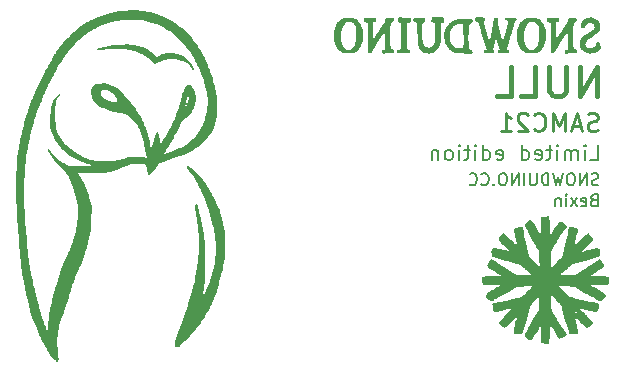
<source format=gbo>
G04 #@! TF.GenerationSoftware,KiCad,Pcbnew,(6.0.1-0)*
G04 #@! TF.CreationDate,2023-01-23T19:01:17+00:00*
G04 #@! TF.ProjectId,Snowduino zero LE way,536e6f77-6475-4696-9e6f-207a65726f20,rev?*
G04 #@! TF.SameCoordinates,Original*
G04 #@! TF.FileFunction,Legend,Bot*
G04 #@! TF.FilePolarity,Positive*
%FSLAX46Y46*%
G04 Gerber Fmt 4.6, Leading zero omitted, Abs format (unit mm)*
G04 Created by KiCad (PCBNEW (6.0.1-0)) date 2023-01-23 19:01:17*
%MOMM*%
%LPD*%
G01*
G04 APERTURE LIST*
G04 Aperture macros list*
%AMRoundRect*
0 Rectangle with rounded corners*
0 $1 Rounding radius*
0 $2 $3 $4 $5 $6 $7 $8 $9 X,Y pos of 4 corners*
0 Add a 4 corners polygon primitive as box body*
4,1,4,$2,$3,$4,$5,$6,$7,$8,$9,$2,$3,0*
0 Add four circle primitives for the rounded corners*
1,1,$1+$1,$2,$3*
1,1,$1+$1,$4,$5*
1,1,$1+$1,$6,$7*
1,1,$1+$1,$8,$9*
0 Add four rect primitives between the rounded corners*
20,1,$1+$1,$2,$3,$4,$5,0*
20,1,$1+$1,$4,$5,$6,$7,0*
20,1,$1+$1,$6,$7,$8,$9,0*
20,1,$1+$1,$8,$9,$2,$3,0*%
G04 Aperture macros list end*
%ADD10C,0.200000*%
%ADD11C,0.400000*%
%ADD12C,0.140000*%
%ADD13C,0.250000*%
%ADD14C,0.150000*%
%ADD15C,3.300000*%
%ADD16RoundRect,0.050000X0.850000X-0.850000X0.850000X0.850000X-0.850000X0.850000X-0.850000X-0.850000X0*%
%ADD17O,1.800000X1.800000*%
%ADD18RoundRect,0.050000X-0.850000X0.850000X-0.850000X-0.850000X0.850000X-0.850000X0.850000X0.850000X0*%
%ADD19RoundRect,0.050000X-0.850000X-0.850000X0.850000X-0.850000X0.850000X0.850000X-0.850000X0.850000X0*%
%ADD20RoundRect,0.050000X0.850000X0.850000X-0.850000X0.850000X-0.850000X-0.850000X0.850000X-0.850000X0*%
%ADD21RoundRect,0.050000X0.500000X-0.500000X0.500000X0.500000X-0.500000X0.500000X-0.500000X-0.500000X0*%
%ADD22O,1.100000X1.100000*%
%ADD23C,0.750000*%
%ADD24O,2.200000X1.100000*%
%ADD25O,1.700000X1.100000*%
%ADD26C,1.600000*%
%ADD27C,4.750000*%
G04 APERTURE END LIST*
D10*
X141203142Y-97513095D02*
X141822190Y-97513095D01*
X141822190Y-96213095D01*
X140769809Y-97513095D02*
X140769809Y-96646428D01*
X140769809Y-96213095D02*
X140831714Y-96275000D01*
X140769809Y-96336904D01*
X140707904Y-96275000D01*
X140769809Y-96213095D01*
X140769809Y-96336904D01*
X140150761Y-97513095D02*
X140150761Y-96646428D01*
X140150761Y-96770238D02*
X140088857Y-96708333D01*
X139965047Y-96646428D01*
X139779333Y-96646428D01*
X139655523Y-96708333D01*
X139593619Y-96832142D01*
X139593619Y-97513095D01*
X139593619Y-96832142D02*
X139531714Y-96708333D01*
X139407904Y-96646428D01*
X139222190Y-96646428D01*
X139098380Y-96708333D01*
X139036476Y-96832142D01*
X139036476Y-97513095D01*
X138417428Y-97513095D02*
X138417428Y-96646428D01*
X138417428Y-96213095D02*
X138479333Y-96275000D01*
X138417428Y-96336904D01*
X138355523Y-96275000D01*
X138417428Y-96213095D01*
X138417428Y-96336904D01*
X137984095Y-96646428D02*
X137488857Y-96646428D01*
X137798380Y-96213095D02*
X137798380Y-97327380D01*
X137736476Y-97451190D01*
X137612666Y-97513095D01*
X137488857Y-97513095D01*
X136560285Y-97451190D02*
X136684095Y-97513095D01*
X136931714Y-97513095D01*
X137055523Y-97451190D01*
X137117428Y-97327380D01*
X137117428Y-96832142D01*
X137055523Y-96708333D01*
X136931714Y-96646428D01*
X136684095Y-96646428D01*
X136560285Y-96708333D01*
X136498380Y-96832142D01*
X136498380Y-96955952D01*
X137117428Y-97079761D01*
X135384095Y-97513095D02*
X135384095Y-96213095D01*
X135384095Y-97451190D02*
X135507904Y-97513095D01*
X135755523Y-97513095D01*
X135879333Y-97451190D01*
X135941238Y-97389285D01*
X136003142Y-97265476D01*
X136003142Y-96894047D01*
X135941238Y-96770238D01*
X135879333Y-96708333D01*
X135755523Y-96646428D01*
X135507904Y-96646428D01*
X135384095Y-96708333D01*
X133279333Y-97451190D02*
X133403142Y-97513095D01*
X133650761Y-97513095D01*
X133774571Y-97451190D01*
X133836476Y-97327380D01*
X133836476Y-96832142D01*
X133774571Y-96708333D01*
X133650761Y-96646428D01*
X133403142Y-96646428D01*
X133279333Y-96708333D01*
X133217428Y-96832142D01*
X133217428Y-96955952D01*
X133836476Y-97079761D01*
X132103142Y-97513095D02*
X132103142Y-96213095D01*
X132103142Y-97451190D02*
X132226952Y-97513095D01*
X132474571Y-97513095D01*
X132598380Y-97451190D01*
X132660285Y-97389285D01*
X132722190Y-97265476D01*
X132722190Y-96894047D01*
X132660285Y-96770238D01*
X132598380Y-96708333D01*
X132474571Y-96646428D01*
X132226952Y-96646428D01*
X132103142Y-96708333D01*
X131484095Y-97513095D02*
X131484095Y-96646428D01*
X131484095Y-96213095D02*
X131546000Y-96275000D01*
X131484095Y-96336904D01*
X131422190Y-96275000D01*
X131484095Y-96213095D01*
X131484095Y-96336904D01*
X131050761Y-96646428D02*
X130555523Y-96646428D01*
X130865047Y-96213095D02*
X130865047Y-97327380D01*
X130803142Y-97451190D01*
X130679333Y-97513095D01*
X130555523Y-97513095D01*
X130122190Y-97513095D02*
X130122190Y-96646428D01*
X130122190Y-96213095D02*
X130184095Y-96275000D01*
X130122190Y-96336904D01*
X130060285Y-96275000D01*
X130122190Y-96213095D01*
X130122190Y-96336904D01*
X129317428Y-97513095D02*
X129441238Y-97451190D01*
X129503142Y-97389285D01*
X129565047Y-97265476D01*
X129565047Y-96894047D01*
X129503142Y-96770238D01*
X129441238Y-96708333D01*
X129317428Y-96646428D01*
X129131714Y-96646428D01*
X129007904Y-96708333D01*
X128946000Y-96770238D01*
X128884095Y-96894047D01*
X128884095Y-97265476D01*
X128946000Y-97389285D01*
X129007904Y-97451190D01*
X129131714Y-97513095D01*
X129317428Y-97513095D01*
X128326952Y-96646428D02*
X128326952Y-97513095D01*
X128326952Y-96770238D02*
X128265047Y-96708333D01*
X128141238Y-96646428D01*
X127955523Y-96646428D01*
X127831714Y-96708333D01*
X127769809Y-96832142D01*
X127769809Y-97513095D01*
D11*
X141783619Y-92091952D02*
X141783619Y-89591952D01*
X140355047Y-92091952D01*
X140355047Y-89591952D01*
X139164571Y-89591952D02*
X139164571Y-91615761D01*
X139045523Y-91853857D01*
X138926476Y-91972904D01*
X138688380Y-92091952D01*
X138212190Y-92091952D01*
X137974095Y-91972904D01*
X137855047Y-91853857D01*
X137736000Y-91615761D01*
X137736000Y-89591952D01*
X135355047Y-92091952D02*
X136545523Y-92091952D01*
X136545523Y-89591952D01*
X133331238Y-92091952D02*
X134521714Y-92091952D01*
X134521714Y-89591952D01*
D12*
X141499380Y-100883571D02*
X141356523Y-100931190D01*
X141308904Y-100978809D01*
X141261285Y-101074047D01*
X141261285Y-101216904D01*
X141308904Y-101312142D01*
X141356523Y-101359761D01*
X141451761Y-101407380D01*
X141832714Y-101407380D01*
X141832714Y-100407380D01*
X141499380Y-100407380D01*
X141404142Y-100455000D01*
X141356523Y-100502619D01*
X141308904Y-100597857D01*
X141308904Y-100693095D01*
X141356523Y-100788333D01*
X141404142Y-100835952D01*
X141499380Y-100883571D01*
X141832714Y-100883571D01*
X140451761Y-101359761D02*
X140547000Y-101407380D01*
X140737476Y-101407380D01*
X140832714Y-101359761D01*
X140880333Y-101264523D01*
X140880333Y-100883571D01*
X140832714Y-100788333D01*
X140737476Y-100740714D01*
X140547000Y-100740714D01*
X140451761Y-100788333D01*
X140404142Y-100883571D01*
X140404142Y-100978809D01*
X140880333Y-101074047D01*
X140070809Y-101407380D02*
X139547000Y-100740714D01*
X140070809Y-100740714D02*
X139547000Y-101407380D01*
X139166047Y-101407380D02*
X139166047Y-100740714D01*
X139166047Y-100407380D02*
X139213666Y-100455000D01*
X139166047Y-100502619D01*
X139118428Y-100455000D01*
X139166047Y-100407380D01*
X139166047Y-100502619D01*
X138689857Y-100740714D02*
X138689857Y-101407380D01*
X138689857Y-100835952D02*
X138642238Y-100788333D01*
X138547000Y-100740714D01*
X138404142Y-100740714D01*
X138308904Y-100788333D01*
X138261285Y-100883571D01*
X138261285Y-101407380D01*
D13*
X141831142Y-94946142D02*
X141616857Y-95017571D01*
X141259714Y-95017571D01*
X141116857Y-94946142D01*
X141045428Y-94874714D01*
X140974000Y-94731857D01*
X140974000Y-94589000D01*
X141045428Y-94446142D01*
X141116857Y-94374714D01*
X141259714Y-94303285D01*
X141545428Y-94231857D01*
X141688285Y-94160428D01*
X141759714Y-94089000D01*
X141831142Y-93946142D01*
X141831142Y-93803285D01*
X141759714Y-93660428D01*
X141688285Y-93589000D01*
X141545428Y-93517571D01*
X141188285Y-93517571D01*
X140974000Y-93589000D01*
X140402571Y-94589000D02*
X139688285Y-94589000D01*
X140545428Y-95017571D02*
X140045428Y-93517571D01*
X139545428Y-95017571D01*
X139045428Y-95017571D02*
X139045428Y-93517571D01*
X138545428Y-94589000D01*
X138045428Y-93517571D01*
X138045428Y-95017571D01*
X136474000Y-94874714D02*
X136545428Y-94946142D01*
X136759714Y-95017571D01*
X136902571Y-95017571D01*
X137116857Y-94946142D01*
X137259714Y-94803285D01*
X137331142Y-94660428D01*
X137402571Y-94374714D01*
X137402571Y-94160428D01*
X137331142Y-93874714D01*
X137259714Y-93731857D01*
X137116857Y-93589000D01*
X136902571Y-93517571D01*
X136759714Y-93517571D01*
X136545428Y-93589000D01*
X136474000Y-93660428D01*
X135902571Y-93660428D02*
X135831142Y-93589000D01*
X135688285Y-93517571D01*
X135331142Y-93517571D01*
X135188285Y-93589000D01*
X135116857Y-93660428D01*
X135045428Y-93803285D01*
X135045428Y-93946142D01*
X135116857Y-94160428D01*
X135974000Y-95017571D01*
X135045428Y-95017571D01*
X133616857Y-95017571D02*
X134474000Y-95017571D01*
X134045428Y-95017571D02*
X134045428Y-93517571D01*
X134188285Y-93731857D01*
X134331142Y-93874714D01*
X134474000Y-93946142D01*
D14*
X141893380Y-99575761D02*
X141750523Y-99623380D01*
X141512428Y-99623380D01*
X141417190Y-99575761D01*
X141369571Y-99528142D01*
X141321952Y-99432904D01*
X141321952Y-99337666D01*
X141369571Y-99242428D01*
X141417190Y-99194809D01*
X141512428Y-99147190D01*
X141702904Y-99099571D01*
X141798142Y-99051952D01*
X141845761Y-99004333D01*
X141893380Y-98909095D01*
X141893380Y-98813857D01*
X141845761Y-98718619D01*
X141798142Y-98671000D01*
X141702904Y-98623380D01*
X141464809Y-98623380D01*
X141321952Y-98671000D01*
X140893380Y-99623380D02*
X140893380Y-98623380D01*
X140321952Y-99623380D01*
X140321952Y-98623380D01*
X139655285Y-98623380D02*
X139464809Y-98623380D01*
X139369571Y-98671000D01*
X139274333Y-98766238D01*
X139226714Y-98956714D01*
X139226714Y-99290047D01*
X139274333Y-99480523D01*
X139369571Y-99575761D01*
X139464809Y-99623380D01*
X139655285Y-99623380D01*
X139750523Y-99575761D01*
X139845761Y-99480523D01*
X139893380Y-99290047D01*
X139893380Y-98956714D01*
X139845761Y-98766238D01*
X139750523Y-98671000D01*
X139655285Y-98623380D01*
X138893380Y-98623380D02*
X138655285Y-99623380D01*
X138464809Y-98909095D01*
X138274333Y-99623380D01*
X138036238Y-98623380D01*
X137655285Y-99623380D02*
X137655285Y-98623380D01*
X137417190Y-98623380D01*
X137274333Y-98671000D01*
X137179095Y-98766238D01*
X137131476Y-98861476D01*
X137083857Y-99051952D01*
X137083857Y-99194809D01*
X137131476Y-99385285D01*
X137179095Y-99480523D01*
X137274333Y-99575761D01*
X137417190Y-99623380D01*
X137655285Y-99623380D01*
X136655285Y-98623380D02*
X136655285Y-99432904D01*
X136607666Y-99528142D01*
X136560047Y-99575761D01*
X136464809Y-99623380D01*
X136274333Y-99623380D01*
X136179095Y-99575761D01*
X136131476Y-99528142D01*
X136083857Y-99432904D01*
X136083857Y-98623380D01*
X135607666Y-99623380D02*
X135607666Y-98623380D01*
X135131476Y-99623380D02*
X135131476Y-98623380D01*
X134560047Y-99623380D01*
X134560047Y-98623380D01*
X133893380Y-98623380D02*
X133702904Y-98623380D01*
X133607666Y-98671000D01*
X133512428Y-98766238D01*
X133464809Y-98956714D01*
X133464809Y-99290047D01*
X133512428Y-99480523D01*
X133607666Y-99575761D01*
X133702904Y-99623380D01*
X133893380Y-99623380D01*
X133988619Y-99575761D01*
X134083857Y-99480523D01*
X134131476Y-99290047D01*
X134131476Y-98956714D01*
X134083857Y-98766238D01*
X133988619Y-98671000D01*
X133893380Y-98623380D01*
X133036238Y-99528142D02*
X132988619Y-99575761D01*
X133036238Y-99623380D01*
X133083857Y-99575761D01*
X133036238Y-99528142D01*
X133036238Y-99623380D01*
X131988619Y-99528142D02*
X132036238Y-99575761D01*
X132179095Y-99623380D01*
X132274333Y-99623380D01*
X132417190Y-99575761D01*
X132512428Y-99480523D01*
X132560047Y-99385285D01*
X132607666Y-99194809D01*
X132607666Y-99051952D01*
X132560047Y-98861476D01*
X132512428Y-98766238D01*
X132417190Y-98671000D01*
X132274333Y-98623380D01*
X132179095Y-98623380D01*
X132036238Y-98671000D01*
X131988619Y-98718619D01*
X130988619Y-99528142D02*
X131036238Y-99575761D01*
X131179095Y-99623380D01*
X131274333Y-99623380D01*
X131417190Y-99575761D01*
X131512428Y-99480523D01*
X131560047Y-99385285D01*
X131607666Y-99194809D01*
X131607666Y-99051952D01*
X131560047Y-98861476D01*
X131512428Y-98766238D01*
X131417190Y-98671000D01*
X131274333Y-98623380D01*
X131179095Y-98623380D01*
X131036238Y-98671000D01*
X130988619Y-98718619D01*
G36*
X109592666Y-93081131D02*
G01*
X109587935Y-93360177D01*
X109578602Y-93615184D01*
X109564830Y-93829838D01*
X109546780Y-93987828D01*
X109545821Y-93993695D01*
X109511900Y-94167061D01*
X109469005Y-94341898D01*
X109426178Y-94481209D01*
X109396888Y-94565872D01*
X109357173Y-94695315D01*
X109333518Y-94791856D01*
X109332666Y-94796346D01*
X109293024Y-94902469D01*
X109227796Y-95004804D01*
X109215992Y-95019244D01*
X109163040Y-95093384D01*
X109141526Y-95140467D01*
X109141193Y-95143241D01*
X109112349Y-95194533D01*
X109043204Y-95287475D01*
X108942622Y-95411768D01*
X108819470Y-95557113D01*
X108682612Y-95713213D01*
X108540913Y-95869768D01*
X108403239Y-96016482D01*
X108278455Y-96143055D01*
X108137347Y-96270703D01*
X107845647Y-96490978D01*
X107510158Y-96701115D01*
X107149315Y-96890912D01*
X106781551Y-97050167D01*
X106425299Y-97168679D01*
X106370920Y-97183826D01*
X106119279Y-97258700D01*
X105889177Y-97334659D01*
X105697202Y-97405986D01*
X105559943Y-97466961D01*
X105486053Y-97498166D01*
X105413756Y-97514590D01*
X105344663Y-97530817D01*
X105254255Y-97569635D01*
X105252931Y-97570324D01*
X105167523Y-97608428D01*
X105108068Y-97624259D01*
X105059484Y-97637663D01*
X104964647Y-97675276D01*
X104846058Y-97728605D01*
X104736835Y-97784489D01*
X104645461Y-97849747D01*
X104570578Y-97936315D01*
X104488441Y-98066634D01*
X104473459Y-98091160D01*
X104396502Y-98201713D01*
X104296461Y-98329938D01*
X104184559Y-98463194D01*
X104072022Y-98588842D01*
X103970072Y-98694240D01*
X103889934Y-98766748D01*
X103842831Y-98793727D01*
X103821420Y-98789536D01*
X103766774Y-98728927D01*
X103724274Y-98596277D01*
X103693931Y-98391616D01*
X103686622Y-98320522D01*
X103667586Y-98164164D01*
X103645903Y-98058303D01*
X103615457Y-97986441D01*
X103570134Y-97932082D01*
X103503820Y-97878729D01*
X103475681Y-97858789D01*
X103409933Y-97823267D01*
X103331578Y-97802794D01*
X103220476Y-97793432D01*
X103056490Y-97791241D01*
X102870911Y-97793340D01*
X102592674Y-97808635D01*
X102351746Y-97842969D01*
X102125961Y-97901295D01*
X101893157Y-97988565D01*
X101631166Y-98109734D01*
X101119040Y-98325503D01*
X100576300Y-98478774D01*
X100023108Y-98560005D01*
X99867058Y-98572332D01*
X99496912Y-98598668D01*
X99177386Y-98616270D01*
X98892617Y-98625737D01*
X98626742Y-98627669D01*
X98363899Y-98622664D01*
X97802968Y-98605258D01*
X97878886Y-98711875D01*
X97882742Y-98717250D01*
X97951293Y-98803480D01*
X98011330Y-98865405D01*
X98041987Y-98899230D01*
X98067857Y-98964407D01*
X98067864Y-98965118D01*
X98093458Y-99025430D01*
X98153704Y-99096983D01*
X98195680Y-99148347D01*
X98260486Y-99258646D01*
X98317348Y-99386800D01*
X98353809Y-99482360D01*
X98398288Y-99592422D01*
X98429061Y-99660901D01*
X98501338Y-99814787D01*
X98586387Y-100025674D01*
X98667995Y-100253922D01*
X98736361Y-100471977D01*
X98781686Y-100652286D01*
X98787479Y-100677934D01*
X98824637Y-100800770D01*
X98873273Y-100926387D01*
X98878280Y-100937743D01*
X98909907Y-101013074D01*
X98935216Y-101085596D01*
X98954694Y-101163739D01*
X98968831Y-101255933D01*
X98978114Y-101370610D01*
X98983031Y-101516200D01*
X98984071Y-101701135D01*
X98981721Y-101933846D01*
X98976470Y-102222763D01*
X98968806Y-102576317D01*
X98961952Y-102833892D01*
X98950447Y-103111935D01*
X98934539Y-103339404D01*
X98912688Y-103528990D01*
X98883348Y-103693386D01*
X98844979Y-103845283D01*
X98796035Y-103997373D01*
X98778623Y-104048279D01*
X98738475Y-104177064D01*
X98714305Y-104272822D01*
X98710833Y-104317802D01*
X98711043Y-104318153D01*
X98714089Y-104375008D01*
X98696425Y-104481112D01*
X98663151Y-104617612D01*
X98619366Y-104765658D01*
X98570167Y-104906398D01*
X98520654Y-105020982D01*
X98488033Y-105093173D01*
X98436570Y-105241402D01*
X98408332Y-105371677D01*
X98402942Y-105412817D01*
X98380722Y-105524945D01*
X98355008Y-105601184D01*
X98338797Y-105636164D01*
X98300823Y-105735639D01*
X98258171Y-105861461D01*
X98218376Y-105989917D01*
X98188972Y-106097288D01*
X98177497Y-106159861D01*
X98167248Y-106192064D01*
X98122293Y-106271471D01*
X98053701Y-106369303D01*
X97954550Y-106535998D01*
X97887802Y-106728433D01*
X97879225Y-106763880D01*
X97818835Y-106925610D01*
X97737497Y-107060289D01*
X97706808Y-107101556D01*
X97651294Y-107196722D01*
X97629295Y-107268054D01*
X97618861Y-107343594D01*
X97589093Y-107443794D01*
X97559211Y-107535475D01*
X97531412Y-107656317D01*
X97507755Y-107747860D01*
X97466277Y-107840333D01*
X97416482Y-107933901D01*
X97352140Y-108084717D01*
X97289507Y-108256016D01*
X97238393Y-108420710D01*
X97208610Y-108551712D01*
X97202515Y-108587331D01*
X97171031Y-108716760D01*
X97133383Y-108820433D01*
X97110592Y-108878246D01*
X97074341Y-109001850D01*
X97044063Y-109139132D01*
X97023578Y-109240456D01*
X96979453Y-109401199D01*
X96915461Y-109571763D01*
X96822492Y-109778431D01*
X96805671Y-109816113D01*
X96767438Y-109922653D01*
X96752173Y-110000477D01*
X96749001Y-110030693D01*
X96723680Y-110135655D01*
X96677883Y-110282651D01*
X96617432Y-110454706D01*
X96548149Y-110634845D01*
X96475855Y-110806095D01*
X96433278Y-110904748D01*
X96374935Y-111048952D01*
X96332308Y-111164806D01*
X96324868Y-111188691D01*
X96295450Y-111302394D01*
X96261989Y-111452515D01*
X96228686Y-111617550D01*
X96199740Y-111775997D01*
X96179351Y-111906351D01*
X96171717Y-111987108D01*
X96170547Y-112005374D01*
X96156730Y-112090496D01*
X96132309Y-112199976D01*
X96122496Y-112248481D01*
X96104542Y-112383051D01*
X96089564Y-112551980D01*
X96080062Y-112729905D01*
X96076721Y-112888328D01*
X96078765Y-113056018D01*
X96087642Y-113235670D01*
X96104369Y-113442361D01*
X96129961Y-113691172D01*
X96165434Y-113997180D01*
X96179028Y-114155428D01*
X96183793Y-114318268D01*
X96178121Y-114444878D01*
X96169782Y-114502543D01*
X96149806Y-114585768D01*
X96129374Y-114618475D01*
X96122250Y-114616468D01*
X96074169Y-114578908D01*
X96008573Y-114508835D01*
X95990181Y-114487481D01*
X95929612Y-114424523D01*
X95894204Y-114399195D01*
X95883457Y-114397598D01*
X95816324Y-114360215D01*
X95727760Y-114285997D01*
X95636453Y-114191995D01*
X95561094Y-114095265D01*
X95548586Y-114076133D01*
X95482990Y-113971346D01*
X95403985Y-113840137D01*
X95320114Y-113697332D01*
X95239916Y-113557758D01*
X95171935Y-113436241D01*
X95124711Y-113347608D01*
X95106787Y-113306684D01*
X95104762Y-113300369D01*
X95075234Y-113245723D01*
X95017918Y-113150916D01*
X94942326Y-113031845D01*
X94919235Y-112995727D01*
X94847590Y-112876824D01*
X94797498Y-112782979D01*
X94778648Y-112731942D01*
X94768316Y-112694419D01*
X94728685Y-112607571D01*
X94669517Y-112499627D01*
X94625020Y-112419487D01*
X94568303Y-112302001D01*
X94536151Y-112214781D01*
X94509646Y-112135390D01*
X94462548Y-112042933D01*
X94432955Y-111988363D01*
X94413483Y-111915019D01*
X94410863Y-111898794D01*
X94384258Y-111821057D01*
X94335057Y-111704241D01*
X94270831Y-111566820D01*
X94269979Y-111565079D01*
X94162192Y-111342855D01*
X94083441Y-111175467D01*
X94029518Y-111052738D01*
X93996212Y-110964493D01*
X93979316Y-110900556D01*
X93974619Y-110850752D01*
X93964933Y-110784037D01*
X93924200Y-110688693D01*
X93893914Y-110625851D01*
X93850158Y-110500885D01*
X93799727Y-110332393D01*
X93746602Y-110135226D01*
X93694766Y-109924237D01*
X93648202Y-109714278D01*
X93610892Y-109520202D01*
X93602452Y-109473598D01*
X93570303Y-109315729D01*
X93536982Y-109173007D01*
X93509192Y-109064493D01*
X93464669Y-108887020D01*
X93430538Y-108743488D01*
X93401086Y-108609422D01*
X93370597Y-108460346D01*
X93348483Y-108351232D01*
X93311281Y-108170869D01*
X93268703Y-107966902D01*
X93226282Y-107765957D01*
X93193432Y-107606219D01*
X93153854Y-107400924D01*
X93120436Y-107213857D01*
X93098080Y-107071569D01*
X93078176Y-106935842D01*
X93052017Y-106776218D01*
X93028652Y-106651281D01*
X93018595Y-106591739D01*
X93002019Y-106451400D01*
X92987040Y-106277846D01*
X92975990Y-106095672D01*
X92969091Y-105968509D01*
X92958570Y-105824480D01*
X92947692Y-105720260D01*
X92937950Y-105672469D01*
X92929583Y-105634308D01*
X92918494Y-105536061D01*
X92907179Y-105394924D01*
X92897113Y-105226965D01*
X92888717Y-105078063D01*
X92878824Y-104935433D01*
X92869675Y-104834656D01*
X92862507Y-104791319D01*
X92858562Y-104768591D01*
X92851235Y-104682662D01*
X92842597Y-104545183D01*
X92833416Y-104368786D01*
X92824460Y-104166101D01*
X92818551Y-104036648D01*
X92806453Y-103830483D01*
X92792636Y-103649605D01*
X92778382Y-103509939D01*
X92764974Y-103427409D01*
X92758088Y-103390301D01*
X92744581Y-103274558D01*
X92729497Y-103101821D01*
X92713465Y-102882239D01*
X92697118Y-102625958D01*
X92681086Y-102343126D01*
X92666001Y-102043892D01*
X92652492Y-101738402D01*
X92641192Y-101436805D01*
X92638189Y-101361402D01*
X92629927Y-101221512D01*
X92620162Y-101118246D01*
X92610421Y-101069829D01*
X92609307Y-101067763D01*
X92596889Y-101005908D01*
X92586315Y-100883808D01*
X92577734Y-100713305D01*
X92571299Y-100506241D01*
X92570433Y-100457750D01*
X93276927Y-100457750D01*
X93277714Y-100613633D01*
X93280475Y-100781464D01*
X93285473Y-100971421D01*
X93292973Y-101193680D01*
X93303239Y-101458417D01*
X93316536Y-101775808D01*
X93333127Y-102156029D01*
X93339749Y-102297465D01*
X93357292Y-102615648D01*
X93377524Y-102920173D01*
X93399467Y-103199160D01*
X93422139Y-103440728D01*
X93444560Y-103632997D01*
X93465752Y-103764087D01*
X93475234Y-103819706D01*
X93491668Y-103958810D01*
X93506269Y-104131355D01*
X93516707Y-104312288D01*
X93519090Y-104366799D01*
X93529478Y-104574111D01*
X93541679Y-104755578D01*
X93557827Y-104935752D01*
X93580060Y-105139182D01*
X93610513Y-105390418D01*
X93612800Y-105408903D01*
X93636948Y-105614862D01*
X93661396Y-105839090D01*
X93681180Y-106036224D01*
X93686952Y-106094136D01*
X93703912Y-106234172D01*
X93721027Y-106340154D01*
X93735348Y-106392675D01*
X93740622Y-106406119D01*
X93756947Y-106482424D01*
X93775438Y-106604570D01*
X93793022Y-106753344D01*
X93797632Y-106794855D01*
X93822192Y-106965493D01*
X93852492Y-107122165D01*
X93883031Y-107235402D01*
X93909941Y-107323685D01*
X93948556Y-107470587D01*
X93991371Y-107648759D01*
X94033092Y-107836985D01*
X94064034Y-107978500D01*
X94119726Y-108218870D01*
X94178311Y-108458281D01*
X94231282Y-108661353D01*
X94257784Y-108759830D01*
X94310660Y-108963845D01*
X94359470Y-109160852D01*
X94396273Y-109319195D01*
X94437395Y-109505290D01*
X94498008Y-109773634D01*
X94551697Y-110003992D01*
X94595837Y-110185165D01*
X94627798Y-110305957D01*
X94670120Y-110444979D01*
X94729538Y-110627331D01*
X94797449Y-110826988D01*
X94867722Y-111026560D01*
X94934227Y-111208653D01*
X94990832Y-111355878D01*
X95031406Y-111450841D01*
X95054299Y-111500390D01*
X95092482Y-111596683D01*
X95107569Y-111656837D01*
X95116907Y-111706079D01*
X95145479Y-111805371D01*
X95186576Y-111928536D01*
X95227480Y-112037829D01*
X95268774Y-112135617D01*
X95296323Y-112186394D01*
X95304065Y-112174964D01*
X95312619Y-112103774D01*
X95318961Y-111979115D01*
X95322574Y-111812087D01*
X95322942Y-111613788D01*
X95322756Y-111468265D01*
X95325134Y-111278199D01*
X95330197Y-111121598D01*
X95337468Y-111011669D01*
X95346471Y-110961617D01*
X95347162Y-110960435D01*
X95365325Y-110900831D01*
X95386260Y-110792175D01*
X95405574Y-110657101D01*
X95417958Y-110556240D01*
X95454929Y-110275923D01*
X95489883Y-110047755D01*
X95525392Y-109855936D01*
X95564034Y-109684662D01*
X95592896Y-109564056D01*
X95622716Y-109431085D01*
X95641445Y-109337468D01*
X95658941Y-109258710D01*
X95693403Y-109125994D01*
X95738501Y-108963044D01*
X95788447Y-108790271D01*
X95837457Y-108628084D01*
X95879743Y-108496892D01*
X95887099Y-108474545D01*
X95920998Y-108361238D01*
X95968601Y-108189689D01*
X96031074Y-107955631D01*
X96109580Y-107654799D01*
X96127274Y-107590370D01*
X96163508Y-107475730D01*
X96194005Y-107398971D01*
X96241250Y-107292169D01*
X96303194Y-107111219D01*
X96351241Y-106923287D01*
X96392587Y-106773502D01*
X96461393Y-106579315D01*
X96549644Y-106360666D01*
X96649363Y-106137317D01*
X96752575Y-105929030D01*
X96760253Y-105914360D01*
X96836887Y-105758661D01*
X96906018Y-105603628D01*
X96953508Y-105480797D01*
X96977626Y-105413571D01*
X97016925Y-105323543D01*
X97046232Y-105279736D01*
X97048988Y-105277390D01*
X97076679Y-105225864D01*
X97115039Y-105125731D01*
X97156641Y-104996069D01*
X97157306Y-104993817D01*
X97205885Y-104846211D01*
X97258522Y-104711512D01*
X97303937Y-104618622D01*
X97307384Y-104612850D01*
X97354173Y-104505315D01*
X97373468Y-104404864D01*
X97387397Y-104302355D01*
X97422275Y-104189898D01*
X97422295Y-104189849D01*
X97470405Y-104070955D01*
X97517541Y-103946820D01*
X97564493Y-103819834D01*
X97613317Y-103690993D01*
X97614467Y-103687973D01*
X97649009Y-103557630D01*
X97664238Y-103423626D01*
X97664652Y-103407008D01*
X97676695Y-103298829D01*
X97699605Y-103221086D01*
X97705179Y-103209456D01*
X97734619Y-103104867D01*
X97760395Y-102943434D01*
X97782119Y-102738111D01*
X97799406Y-102501855D01*
X97811869Y-102247619D01*
X97819123Y-101988358D01*
X97820781Y-101737027D01*
X97816456Y-101506582D01*
X97805763Y-101309977D01*
X97788316Y-101160168D01*
X97763728Y-101070108D01*
X97757940Y-101058112D01*
X97716834Y-100946151D01*
X97686066Y-100822072D01*
X97670000Y-100745271D01*
X97634284Y-100602426D01*
X97592694Y-100456605D01*
X97563610Y-100356312D01*
X97525992Y-100210175D01*
X97501602Y-100094931D01*
X97498836Y-100079752D01*
X97465117Y-99960780D01*
X97420450Y-99865023D01*
X97416693Y-99859103D01*
X97369384Y-99758607D01*
X97333439Y-99641949D01*
X97270746Y-99393339D01*
X97195280Y-99180001D01*
X97102235Y-98994712D01*
X97060408Y-98928714D01*
X96960190Y-98787879D01*
X96833913Y-98623303D01*
X96696355Y-98453517D01*
X96562292Y-98297050D01*
X96446501Y-98172432D01*
X96284993Y-98007315D01*
X96021588Y-97726358D01*
X95792860Y-97466794D01*
X95601619Y-97232549D01*
X95450675Y-97027551D01*
X95342837Y-96855726D01*
X95280916Y-96721000D01*
X95267721Y-96627301D01*
X95306061Y-96578556D01*
X95337320Y-96574904D01*
X95413555Y-96604284D01*
X95480709Y-96665091D01*
X95509583Y-96734893D01*
X95516539Y-96753664D01*
X95566778Y-96821441D01*
X95656810Y-96921888D01*
X95776254Y-97045098D01*
X95914729Y-97181169D01*
X96061855Y-97320196D01*
X96207250Y-97452274D01*
X96340535Y-97567499D01*
X96451327Y-97655967D01*
X96529248Y-97707772D01*
X96636194Y-97763519D01*
X96786545Y-97842114D01*
X96934907Y-97919854D01*
X97172461Y-98044518D01*
X97812029Y-98033508D01*
X97910957Y-98031760D01*
X98167121Y-98026571D01*
X98378377Y-98020894D01*
X98565867Y-98013989D01*
X98750732Y-98005116D01*
X98954116Y-97993536D01*
X99010324Y-97983427D01*
X99008235Y-97960231D01*
X98938221Y-97923783D01*
X98799083Y-97873475D01*
X98589622Y-97808699D01*
X98408580Y-97750692D01*
X98032466Y-97604590D01*
X97664409Y-97430506D01*
X97336921Y-97243119D01*
X97197172Y-97144752D01*
X97008754Y-96994500D01*
X96805828Y-96818612D01*
X96606000Y-96632961D01*
X96426879Y-96453421D01*
X96286073Y-96295862D01*
X96169083Y-96148629D01*
X95908665Y-95774338D01*
X95712353Y-95407798D01*
X95576503Y-95037453D01*
X95497472Y-94651747D01*
X95471617Y-94239125D01*
X95495293Y-93788032D01*
X95534758Y-93442291D01*
X95588141Y-93104006D01*
X95653506Y-92819128D01*
X95734426Y-92577231D01*
X95834474Y-92367890D01*
X95957223Y-92180676D01*
X96106246Y-92005166D01*
X96153134Y-91959967D01*
X96231552Y-91903039D01*
X96290413Y-91882180D01*
X96313612Y-91905158D01*
X96310619Y-91918517D01*
X96278967Y-91984872D01*
X96223682Y-92077963D01*
X96158417Y-92174132D01*
X96146563Y-92191187D01*
X96068412Y-92351705D01*
X96003340Y-92570038D01*
X95952514Y-92833609D01*
X95917101Y-93129841D01*
X95898267Y-93446157D01*
X95897178Y-93769980D01*
X95915002Y-94088734D01*
X95952904Y-94389842D01*
X95967776Y-94482257D01*
X95991250Y-94641456D01*
X96008357Y-94773583D01*
X96010340Y-94789725D01*
X96064635Y-95020568D01*
X96166261Y-95278625D01*
X96306960Y-95545800D01*
X96478476Y-95803995D01*
X96554003Y-95902863D01*
X96658120Y-96031002D01*
X96746905Y-96131232D01*
X96806824Y-96187736D01*
X96849824Y-96220231D01*
X96948544Y-96300179D01*
X97053949Y-96390261D01*
X97120561Y-96446787D01*
X97196041Y-96504671D01*
X97236418Y-96527312D01*
X97268836Y-96542470D01*
X97328168Y-96591784D01*
X97407385Y-96664293D01*
X97590733Y-96807421D01*
X97810670Y-96957332D01*
X98047009Y-97101338D01*
X98279563Y-97226749D01*
X98488144Y-97320879D01*
X98501911Y-97326245D01*
X98718284Y-97404757D01*
X98926293Y-97466841D01*
X99139500Y-97514602D01*
X99371462Y-97550144D01*
X99635740Y-97575573D01*
X99945894Y-97592992D01*
X100315482Y-97604506D01*
X100449090Y-97603034D01*
X100663084Y-97588154D01*
X100896366Y-97560862D01*
X101133559Y-97523922D01*
X101359286Y-97480100D01*
X101558169Y-97432162D01*
X101714833Y-97382874D01*
X101813900Y-97335002D01*
X101867851Y-97308355D01*
X102002651Y-97273037D01*
X102186049Y-97245702D01*
X102403343Y-97226629D01*
X102639830Y-97216095D01*
X102880806Y-97214380D01*
X103111570Y-97221761D01*
X103317417Y-97238516D01*
X103483647Y-97264926D01*
X103595554Y-97301267D01*
X103638497Y-97316030D01*
X103659511Y-97289659D01*
X103659236Y-97279839D01*
X103648360Y-97189296D01*
X103625653Y-97059920D01*
X103596639Y-96918888D01*
X103566843Y-96793376D01*
X103541789Y-96710561D01*
X103540143Y-96706279D01*
X103515056Y-96620899D01*
X103484749Y-96491770D01*
X103455414Y-96345094D01*
X103395699Y-96035167D01*
X103329156Y-95739374D01*
X103256305Y-95475781D01*
X103170491Y-95222961D01*
X103065062Y-94959491D01*
X102933365Y-94663943D01*
X102877558Y-94549585D01*
X102819423Y-94450928D01*
X102749141Y-94357423D01*
X102655746Y-94256042D01*
X102528275Y-94133753D01*
X102355762Y-93977527D01*
X102317493Y-93943435D01*
X102165505Y-93811753D01*
X102047141Y-93718749D01*
X101946997Y-93654230D01*
X101849669Y-93608002D01*
X101739754Y-93569872D01*
X101608586Y-93534109D01*
X101467256Y-93504859D01*
X101362352Y-93493144D01*
X101361344Y-93493134D01*
X101242357Y-93483693D01*
X101093119Y-93456169D01*
X100904270Y-93408188D01*
X100666451Y-93337373D01*
X100370303Y-93241350D01*
X100266916Y-93206602D01*
X100036291Y-93125135D01*
X99856474Y-93052773D01*
X99713233Y-92981921D01*
X99592335Y-92904981D01*
X99479546Y-92814357D01*
X99360633Y-92702452D01*
X99221535Y-92557097D01*
X99103708Y-92403708D01*
X99027452Y-92250458D01*
X98982319Y-92075405D01*
X98957862Y-91856610D01*
X98951819Y-91761886D01*
X99750767Y-91761886D01*
X99756026Y-91893891D01*
X99818848Y-92034574D01*
X99935015Y-92176305D01*
X100100306Y-92311452D01*
X100310500Y-92432385D01*
X100321836Y-92437784D01*
X100552317Y-92521831D01*
X100808864Y-92563441D01*
X100819516Y-92564322D01*
X100989238Y-92570748D01*
X101098508Y-92554987D01*
X101156986Y-92513891D01*
X101174331Y-92444310D01*
X101160344Y-92400618D01*
X101109853Y-92308388D01*
X101033618Y-92189788D01*
X100943347Y-92061349D01*
X100850750Y-91939603D01*
X100767537Y-91841081D01*
X100705417Y-91782312D01*
X100598311Y-91717940D01*
X100429797Y-91644872D01*
X100252966Y-91593095D01*
X100085751Y-91566373D01*
X99946086Y-91568471D01*
X99851903Y-91603151D01*
X99807294Y-91646191D01*
X99750767Y-91761886D01*
X98951819Y-91761886D01*
X98949252Y-91721650D01*
X98947665Y-91606372D01*
X98959063Y-91523015D01*
X98986931Y-91449182D01*
X99034755Y-91362472D01*
X99100434Y-91258134D01*
X99181507Y-91161407D01*
X99275346Y-91095902D01*
X99397011Y-91054684D01*
X99561565Y-91030814D01*
X99784067Y-91017356D01*
X99842873Y-91015091D01*
X100037047Y-91011388D01*
X100183219Y-91017226D01*
X100301103Y-91034053D01*
X100410416Y-91063314D01*
X100572581Y-91121778D01*
X100781876Y-91210866D01*
X100987170Y-91310652D01*
X101166522Y-91410360D01*
X101297994Y-91499216D01*
X101327324Y-91523315D01*
X101454758Y-91639019D01*
X101605845Y-91789001D01*
X101769697Y-91961110D01*
X101935424Y-92143194D01*
X102092138Y-92323101D01*
X102192289Y-92444310D01*
X102228949Y-92488678D01*
X102334969Y-92627775D01*
X102399307Y-92728239D01*
X102456402Y-92812721D01*
X102518230Y-92868692D01*
X102519240Y-92869253D01*
X102568190Y-92919150D01*
X102634186Y-93014350D01*
X102703244Y-93134740D01*
X102767381Y-93252510D01*
X102946843Y-93546595D01*
X103140721Y-93823367D01*
X103178411Y-93884374D01*
X103235739Y-94001455D01*
X103289661Y-94134015D01*
X103327445Y-94232154D01*
X103393837Y-94388397D01*
X103455575Y-94517756D01*
X103491164Y-94590701D01*
X103577100Y-94800747D01*
X103665751Y-95058276D01*
X103751796Y-95346020D01*
X103829914Y-95646711D01*
X103894783Y-95943079D01*
X103917677Y-96057993D01*
X103963721Y-96274533D01*
X104001832Y-96432260D01*
X104031057Y-96527842D01*
X104050447Y-96557944D01*
X104059052Y-96519235D01*
X104062536Y-96495902D01*
X104084661Y-96407175D01*
X104122465Y-96278103D01*
X104170501Y-96127815D01*
X104191511Y-96063189D01*
X104241153Y-95899430D01*
X104280754Y-95753656D01*
X104303215Y-95651353D01*
X104309154Y-95618523D01*
X104333433Y-95528825D01*
X104358700Y-95483278D01*
X104379103Y-95449104D01*
X104390446Y-95372045D01*
X104402999Y-95277645D01*
X104448681Y-95188123D01*
X104514422Y-95142590D01*
X104585987Y-95149550D01*
X104649143Y-95217505D01*
X104663879Y-95258143D01*
X104689452Y-95365301D01*
X104716645Y-95512431D01*
X104741600Y-95680235D01*
X104758746Y-95803405D01*
X104781000Y-95943397D01*
X104800210Y-96042938D01*
X104813527Y-96085968D01*
X104841088Y-96081904D01*
X104888881Y-96034389D01*
X104906558Y-96008474D01*
X104964506Y-95915241D01*
X105045558Y-95778978D01*
X105141672Y-95613773D01*
X105244810Y-95433714D01*
X105346929Y-95252887D01*
X105439990Y-95085380D01*
X105515952Y-94945281D01*
X105566774Y-94846677D01*
X105610159Y-94765931D01*
X105673097Y-94663696D01*
X105674171Y-94662103D01*
X105775277Y-94491236D01*
X105889167Y-94264134D01*
X106010321Y-93995146D01*
X106133217Y-93698617D01*
X106252335Y-93388897D01*
X106362156Y-93080331D01*
X106377333Y-93033512D01*
X106891413Y-93033512D01*
X106891996Y-93077157D01*
X106917631Y-93056937D01*
X106966220Y-92974268D01*
X107035667Y-92830568D01*
X107062837Y-92765950D01*
X107113807Y-92618290D01*
X107158397Y-92457676D01*
X107193198Y-92300547D01*
X107214804Y-92163342D01*
X107219808Y-92062500D01*
X107204803Y-92014461D01*
X107203152Y-92013613D01*
X107169302Y-92034678D01*
X107124509Y-92107539D01*
X107076016Y-92214474D01*
X107031068Y-92337761D01*
X106996908Y-92459678D01*
X106980781Y-92562504D01*
X106977318Y-92608046D01*
X106955250Y-92765275D01*
X106923227Y-92906587D01*
X106917977Y-92924583D01*
X106891413Y-93033512D01*
X106377333Y-93033512D01*
X106457158Y-92787268D01*
X106531822Y-92524055D01*
X106580626Y-92305039D01*
X106602211Y-92192529D01*
X106677585Y-91892588D01*
X106770078Y-91631594D01*
X106875714Y-91418082D01*
X106990518Y-91260586D01*
X107110514Y-91167638D01*
X107189519Y-91137692D01*
X107310658Y-91130689D01*
X107419179Y-91181914D01*
X107519075Y-91295064D01*
X107614338Y-91473836D01*
X107708958Y-91721928D01*
X107762513Y-91891913D01*
X107796510Y-92039049D01*
X107798916Y-92062500D01*
X107810882Y-92179138D01*
X107810714Y-92343223D01*
X107806357Y-92436810D01*
X107760170Y-92775040D01*
X107664355Y-93074137D01*
X107514382Y-93349481D01*
X107475395Y-93407287D01*
X107407716Y-93500907D01*
X107336985Y-93585849D01*
X107252357Y-93672928D01*
X107142982Y-93772958D01*
X106998015Y-93896755D01*
X106806607Y-94055133D01*
X106748585Y-94104138D01*
X106645019Y-94199463D01*
X106573431Y-94276413D01*
X106546705Y-94321770D01*
X106538164Y-94355327D01*
X106501187Y-94448594D01*
X106440607Y-94584825D01*
X106362603Y-94751471D01*
X106273350Y-94935981D01*
X106179028Y-95125806D01*
X106085812Y-95308395D01*
X105999881Y-95471199D01*
X105927412Y-95601668D01*
X105874582Y-95687252D01*
X105837221Y-95742951D01*
X105753837Y-95877969D01*
X105687880Y-95997900D01*
X105660169Y-96050372D01*
X105592538Y-96164905D01*
X105513917Y-96286952D01*
X105436293Y-96398869D01*
X105371653Y-96483011D01*
X105331986Y-96521736D01*
X105317503Y-96537680D01*
X105304116Y-96599492D01*
X105295518Y-96641375D01*
X105247914Y-96711707D01*
X105245286Y-96713913D01*
X105179423Y-96779494D01*
X105106564Y-96865909D01*
X105040715Y-96954396D01*
X104995879Y-97026190D01*
X104986061Y-97062530D01*
X104993297Y-97063974D01*
X105051863Y-97048510D01*
X105153544Y-97008845D01*
X105281801Y-96951205D01*
X105324557Y-96931149D01*
X105451274Y-96874553D01*
X105549074Y-96835050D01*
X105599611Y-96820202D01*
X105611314Y-96818592D01*
X105680834Y-96793545D01*
X105774247Y-96747800D01*
X105779604Y-96744925D01*
X105884958Y-96696322D01*
X106028658Y-96639138D01*
X106181238Y-96585150D01*
X106384404Y-96517932D01*
X106576274Y-96451493D01*
X106725672Y-96392498D01*
X106847282Y-96332510D01*
X106955791Y-96263090D01*
X107065883Y-96175801D01*
X107192242Y-96062206D01*
X107349554Y-95913867D01*
X107591570Y-95674120D01*
X107814849Y-95424619D01*
X107980608Y-95201205D01*
X107985579Y-95193587D01*
X108127168Y-94973902D01*
X108244744Y-94786141D01*
X108334027Y-94637429D01*
X108390736Y-94534889D01*
X108410590Y-94485645D01*
X108412959Y-94473689D01*
X108437481Y-94408403D01*
X108480018Y-94314476D01*
X108505887Y-94250601D01*
X108552404Y-94104532D01*
X108605963Y-93908204D01*
X108663278Y-93674575D01*
X108721063Y-93416605D01*
X108776031Y-93147252D01*
X108779649Y-93127951D01*
X108811418Y-92858721D01*
X108819478Y-92553717D01*
X108804101Y-92243713D01*
X108765558Y-91959482D01*
X108734767Y-91801138D01*
X108676763Y-91518750D01*
X108628620Y-91308681D01*
X108590348Y-91170965D01*
X108561953Y-91105636D01*
X108552084Y-91088579D01*
X108525302Y-91008520D01*
X108502455Y-90899626D01*
X108497852Y-90873487D01*
X108460112Y-90723227D01*
X108410696Y-90583653D01*
X108398164Y-90553666D01*
X108351259Y-90423704D01*
X108319531Y-90309552D01*
X108318456Y-90304616D01*
X108288246Y-90206987D01*
X108236644Y-90073361D01*
X108174174Y-89931137D01*
X108159218Y-89899219D01*
X108062615Y-89692353D01*
X107992764Y-89540890D01*
X107945568Y-89435457D01*
X107916929Y-89366684D01*
X107902751Y-89325199D01*
X107898936Y-89301631D01*
X107879757Y-89251414D01*
X107831157Y-89177720D01*
X107829364Y-89175389D01*
X107770015Y-89076722D01*
X107721427Y-88962648D01*
X107690430Y-88891890D01*
X107620736Y-88772051D01*
X107535869Y-88652000D01*
X107473529Y-88569768D01*
X107373622Y-88428774D01*
X107293052Y-88304806D01*
X107230995Y-88209726D01*
X107120953Y-88059013D01*
X106997219Y-87903260D01*
X106877570Y-87764618D01*
X106779782Y-87665238D01*
X106702796Y-87580999D01*
X106631508Y-87479879D01*
X106553357Y-87379470D01*
X106423289Y-87248838D01*
X106252914Y-87097351D01*
X106053376Y-86933586D01*
X105835818Y-86766118D01*
X105611383Y-86603520D01*
X105391214Y-86454369D01*
X105186454Y-86327240D01*
X105008246Y-86230706D01*
X104900731Y-86179874D01*
X104691551Y-86088059D01*
X104490945Y-86008228D01*
X104317659Y-85947649D01*
X104190439Y-85913592D01*
X104174227Y-85910364D01*
X104051242Y-85876954D01*
X103949215Y-85836519D01*
X103904769Y-85818473D01*
X103791994Y-85783449D01*
X103641293Y-85743573D01*
X103472845Y-85704440D01*
X103347194Y-85680810D01*
X103034061Y-85643210D01*
X102676918Y-85623450D01*
X102294070Y-85621404D01*
X101903820Y-85636945D01*
X101524472Y-85669948D01*
X101174331Y-85720286D01*
X101135971Y-85727223D01*
X100947603Y-85763275D01*
X100780546Y-85798332D01*
X100651726Y-85828693D01*
X100578067Y-85850657D01*
X100487562Y-85878548D01*
X100387112Y-85892720D01*
X100386516Y-85892722D01*
X100309117Y-85907978D01*
X100191777Y-85947332D01*
X100059655Y-86002360D01*
X100054267Y-86004821D01*
X99926950Y-86058909D01*
X99820053Y-86097364D01*
X99756224Y-86112000D01*
X99690410Y-86127993D01*
X99604445Y-86173451D01*
X99591827Y-86181857D01*
X99505279Y-86232382D01*
X99380501Y-86299022D01*
X99239982Y-86369669D01*
X99179967Y-86399417D01*
X98780978Y-86624059D01*
X98413871Y-86877067D01*
X98099252Y-87144446D01*
X98097487Y-87146137D01*
X98003324Y-87232798D01*
X97929278Y-87294521D01*
X97891241Y-87318043D01*
X97890976Y-87318064D01*
X97857689Y-87345132D01*
X97783672Y-87417738D01*
X97677062Y-87527508D01*
X97546001Y-87666065D01*
X97398625Y-87825031D01*
X97391827Y-87832436D01*
X97153655Y-88097426D01*
X96955548Y-88329216D01*
X96800835Y-88523627D01*
X96692849Y-88676477D01*
X96634920Y-88783585D01*
X96631484Y-88791156D01*
X96595205Y-88855211D01*
X96528798Y-88963871D01*
X96440372Y-89104055D01*
X96338031Y-89262682D01*
X96257416Y-89389661D01*
X96146525Y-89573894D01*
X96040578Y-89759569D01*
X95946361Y-89934018D01*
X95870661Y-90084573D01*
X95820264Y-90198566D01*
X95801957Y-90263330D01*
X95784225Y-90302384D01*
X95734425Y-90367343D01*
X95714422Y-90392996D01*
X95656366Y-90490961D01*
X95603445Y-90607252D01*
X95583308Y-90656526D01*
X95533697Y-90760211D01*
X95491884Y-90826533D01*
X95486279Y-90833299D01*
X95437487Y-90909568D01*
X95387303Y-91009266D01*
X95383850Y-91017041D01*
X95330001Y-91130765D01*
X95278816Y-91228547D01*
X95256677Y-91270276D01*
X95201874Y-91383809D01*
X95122974Y-91555855D01*
X95018620Y-91789391D01*
X94887455Y-92087396D01*
X94848951Y-92182479D01*
X94795220Y-92328026D01*
X94743907Y-92478297D01*
X94696428Y-92608252D01*
X94641253Y-92731910D01*
X94593592Y-92812982D01*
X94544033Y-92890394D01*
X94522821Y-92953014D01*
X94512444Y-92998334D01*
X94472670Y-93075163D01*
X94470996Y-93077620D01*
X94428999Y-93165846D01*
X94397233Y-93275166D01*
X94390255Y-93306665D01*
X94360403Y-93421041D01*
X94317505Y-93570835D01*
X94268346Y-93732000D01*
X94256105Y-93771005D01*
X94195951Y-93965652D01*
X94135171Y-94166250D01*
X94085237Y-94335022D01*
X94080059Y-94352842D01*
X94037524Y-94496990D01*
X93999830Y-94621275D01*
X93974606Y-94700489D01*
X93955300Y-94768772D01*
X93924410Y-94892104D01*
X93886541Y-95051888D01*
X93845989Y-95230418D01*
X93806996Y-95403754D01*
X93768900Y-95569156D01*
X93737763Y-95700302D01*
X93717923Y-95778619D01*
X93711392Y-95803699D01*
X93686094Y-95922943D01*
X93664602Y-96052720D01*
X93661491Y-96073785D01*
X93638944Y-96200458D01*
X93606222Y-96361682D01*
X93569269Y-96527828D01*
X93560784Y-96564172D01*
X93521746Y-96731973D01*
X93485624Y-96888071D01*
X93459303Y-97002735D01*
X93453980Y-97032342D01*
X93440875Y-97145072D01*
X93426754Y-97311961D01*
X93412548Y-97519979D01*
X93399187Y-97756097D01*
X93387600Y-98007286D01*
X93382279Y-98128956D01*
X93369681Y-98369216D01*
X93355660Y-98585190D01*
X93341147Y-98764686D01*
X93327075Y-98895510D01*
X93314374Y-98965469D01*
X93297256Y-99048101D01*
X93284818Y-99183760D01*
X93282901Y-99331421D01*
X93283611Y-99359715D01*
X93285194Y-99504509D01*
X93285152Y-99695104D01*
X93283550Y-99909997D01*
X93280455Y-100127684D01*
X93280215Y-100141127D01*
X93277849Y-100303640D01*
X93276927Y-100457750D01*
X92570433Y-100457750D01*
X92567158Y-100274456D01*
X92565463Y-100029794D01*
X92566364Y-99784095D01*
X92570011Y-99549201D01*
X92576555Y-99336953D01*
X92586146Y-99159195D01*
X92589404Y-99112873D01*
X92605393Y-98868789D01*
X92620346Y-98615492D01*
X92632716Y-98380344D01*
X92640954Y-98190705D01*
X92645567Y-98066967D01*
X92661680Y-97701622D01*
X92679242Y-97397450D01*
X92698030Y-97157433D01*
X92717824Y-96984548D01*
X92738401Y-96881775D01*
X92754988Y-96816372D01*
X92781616Y-96688277D01*
X92812038Y-96524542D01*
X92842393Y-96345094D01*
X92843689Y-96337051D01*
X92889468Y-96076499D01*
X92944649Y-95797964D01*
X93005146Y-95519494D01*
X93066871Y-95259137D01*
X93125734Y-95034939D01*
X93177650Y-94864950D01*
X93178818Y-94861492D01*
X93204356Y-94767684D01*
X93234750Y-94631516D01*
X93263674Y-94481209D01*
X93293179Y-94325587D01*
X93349045Y-94086489D01*
X93421311Y-93841925D01*
X93518255Y-93562007D01*
X93573725Y-93401787D01*
X93627854Y-93231693D01*
X93667546Y-93092432D01*
X93670601Y-93080621D01*
X93787855Y-92728720D01*
X93963340Y-92344782D01*
X93992397Y-92284713D01*
X94059034Y-92126603D01*
X94110301Y-91979314D01*
X94156268Y-91836399D01*
X94210818Y-91690268D01*
X94264325Y-91566188D01*
X94309892Y-91480070D01*
X94340625Y-91447828D01*
X94366976Y-91419878D01*
X94393755Y-91347324D01*
X94397508Y-91333603D01*
X94436284Y-91227098D01*
X94499772Y-91079333D01*
X94578864Y-90909388D01*
X94664451Y-90736342D01*
X94747425Y-90579275D01*
X94818677Y-90457266D01*
X94849934Y-90404267D01*
X94925498Y-90249707D01*
X94981609Y-90100420D01*
X95003210Y-90038652D01*
X95070045Y-89899724D01*
X95145684Y-89788747D01*
X95175635Y-89753482D01*
X95231567Y-89679357D01*
X95253756Y-89636340D01*
X95269390Y-89580615D01*
X95311424Y-89484212D01*
X95367703Y-89372599D01*
X95426037Y-89269890D01*
X95474234Y-89200202D01*
X95488269Y-89182616D01*
X95543145Y-89100268D01*
X95606545Y-88992143D01*
X95666565Y-88880128D01*
X95711306Y-88786108D01*
X95728864Y-88731969D01*
X95736918Y-88708912D01*
X95776679Y-88637524D01*
X95838504Y-88542360D01*
X95879512Y-88480385D01*
X95928881Y-88396841D01*
X95948144Y-88350495D01*
X95971621Y-88307077D01*
X96030375Y-88245378D01*
X96060442Y-88214722D01*
X96135404Y-88126077D01*
X96230378Y-88004586D01*
X96331885Y-87867159D01*
X96350031Y-87842523D01*
X96454401Y-87712866D01*
X96596903Y-87548640D01*
X96765807Y-87362810D01*
X96949387Y-87168344D01*
X97135914Y-86978209D01*
X97189842Y-86924670D01*
X97498831Y-86629920D01*
X97781639Y-86383807D01*
X98051201Y-86176258D01*
X98320453Y-85997205D01*
X98602328Y-85836577D01*
X98665092Y-85802196D01*
X98794144Y-85725848D01*
X98897045Y-85658203D01*
X98990017Y-85604379D01*
X99143684Y-85533013D01*
X99341124Y-85451394D01*
X99568693Y-85364404D01*
X99812747Y-85276926D01*
X100059643Y-85193842D01*
X100295738Y-85120036D01*
X100507388Y-85060389D01*
X100680950Y-85019785D01*
X100855968Y-84986263D01*
X101359571Y-84900242D01*
X101816765Y-84838425D01*
X102222109Y-84801353D01*
X102570161Y-84789567D01*
X102855482Y-84803609D01*
X103146305Y-84840180D01*
X103448283Y-84887651D01*
X103748409Y-84943203D01*
X104034883Y-85004151D01*
X104295907Y-85067809D01*
X104519680Y-85131491D01*
X104694401Y-85192509D01*
X104808273Y-85248178D01*
X104887629Y-85288507D01*
X104967154Y-85307971D01*
X105033498Y-85322647D01*
X105153079Y-85369826D01*
X105305390Y-85441604D01*
X105475332Y-85529802D01*
X105647802Y-85626242D01*
X105807701Y-85722746D01*
X105939926Y-85811135D01*
X106029377Y-85883232D01*
X106029932Y-85883769D01*
X106097095Y-85934099D01*
X106188893Y-85988045D01*
X106192247Y-85989793D01*
X106321574Y-86070935D01*
X106483222Y-86192403D01*
X106665891Y-86343610D01*
X106858280Y-86513968D01*
X107049090Y-86692890D01*
X107227018Y-86869789D01*
X107380765Y-87034077D01*
X107499029Y-87175166D01*
X107570511Y-87282470D01*
X107588388Y-87315494D01*
X107647169Y-87404056D01*
X107697152Y-87454296D01*
X107712968Y-87467267D01*
X107766277Y-87528886D01*
X107833820Y-87619071D01*
X107900615Y-87716419D01*
X107951679Y-87799524D01*
X107972029Y-87846985D01*
X107976701Y-87856333D01*
X108016124Y-87907019D01*
X108082595Y-87982766D01*
X108103921Y-88007365D01*
X108182751Y-88118179D01*
X108236124Y-88222576D01*
X108240993Y-88235616D01*
X108276363Y-88310704D01*
X108304324Y-88341353D01*
X108311723Y-88345014D01*
X108346671Y-88392858D01*
X108389875Y-88478403D01*
X108397595Y-88495744D01*
X108452366Y-88611267D01*
X108502376Y-88706820D01*
X108505177Y-88711770D01*
X108556825Y-88812730D01*
X108608209Y-88926101D01*
X108701871Y-89151076D01*
X108770821Y-89320962D01*
X108816345Y-89439488D01*
X108841452Y-89514497D01*
X108849152Y-89553830D01*
X108849786Y-89559706D01*
X108870429Y-89623066D01*
X108914339Y-89728453D01*
X108973529Y-89856442D01*
X109043527Y-90013139D01*
X109115411Y-90194849D01*
X109181780Y-90380898D01*
X109236626Y-90553487D01*
X109273939Y-90694819D01*
X109287713Y-90787094D01*
X109302663Y-90870895D01*
X109341618Y-90970951D01*
X109380724Y-91073114D01*
X109424360Y-91233021D01*
X109468131Y-91431642D01*
X109508580Y-91651738D01*
X109542244Y-91876070D01*
X109565666Y-92087396D01*
X109577625Y-92262877D01*
X109587673Y-92516168D01*
X109588342Y-92553717D01*
X109592632Y-92794357D01*
X109592666Y-93081131D01*
G37*
G36*
X107186423Y-97993251D02*
G01*
X107282985Y-98046533D01*
X107423828Y-98139030D01*
X107549555Y-98236685D01*
X107713476Y-98384219D01*
X107897343Y-98564413D01*
X108088837Y-98764045D01*
X108275639Y-98969889D01*
X108445428Y-99168722D01*
X108585886Y-99347320D01*
X108684691Y-99492458D01*
X108709825Y-99534498D01*
X108782966Y-99656008D01*
X108858134Y-99780050D01*
X108921862Y-99885680D01*
X108963342Y-99959053D01*
X108995119Y-100024473D01*
X109031669Y-100109410D01*
X109043199Y-100135010D01*
X109095050Y-100236100D01*
X109158211Y-100346964D01*
X109200922Y-100421916D01*
X109267702Y-100547005D01*
X109344104Y-100695745D01*
X109422876Y-100853402D01*
X109496767Y-101005238D01*
X109558525Y-101136520D01*
X109600898Y-101232510D01*
X109616634Y-101278473D01*
X109624127Y-101302780D01*
X109665724Y-101359323D01*
X109682794Y-101381827D01*
X109728464Y-101471519D01*
X109778744Y-101597106D01*
X109825157Y-101734449D01*
X109859222Y-101859412D01*
X109872461Y-101947858D01*
X109879011Y-102004775D01*
X109905461Y-102066489D01*
X109908286Y-102069855D01*
X109938768Y-102134412D01*
X109977211Y-102250011D01*
X110018701Y-102398032D01*
X110058325Y-102559853D01*
X110091170Y-102716855D01*
X110112322Y-102850418D01*
X110132336Y-102973022D01*
X110169893Y-103143487D01*
X110214415Y-103307252D01*
X110227375Y-103350709D01*
X110247501Y-103427711D01*
X110262983Y-103508288D01*
X110274395Y-103602369D01*
X110282311Y-103719886D01*
X110287306Y-103870771D01*
X110289953Y-104064953D01*
X110290828Y-104312364D01*
X110290504Y-104622936D01*
X110290230Y-104714264D01*
X110287130Y-105078525D01*
X110280880Y-105373072D01*
X110271374Y-105600614D01*
X110258506Y-105763862D01*
X110242173Y-105865525D01*
X110227994Y-105924892D01*
X110201143Y-106056090D01*
X110185876Y-106157900D01*
X110178028Y-106220649D01*
X110152517Y-106371286D01*
X110115229Y-106560820D01*
X110070365Y-106769264D01*
X110022124Y-106976631D01*
X109974704Y-107162936D01*
X109930218Y-107328027D01*
X109859063Y-107592993D01*
X109803504Y-107801514D01*
X109761128Y-107962804D01*
X109729528Y-108086078D01*
X109706292Y-108180553D01*
X109689011Y-108255444D01*
X109678745Y-108298256D01*
X109648599Y-108397750D01*
X109621538Y-108456451D01*
X109611296Y-108476107D01*
X109588609Y-108558107D01*
X109571229Y-108669189D01*
X109539832Y-108812500D01*
X109464092Y-109021228D01*
X109346262Y-109282008D01*
X109187620Y-109591763D01*
X109153619Y-109655229D01*
X109071099Y-109809408D01*
X108976335Y-109986602D01*
X108883793Y-110159770D01*
X108792876Y-110329839D01*
X108685999Y-110528944D01*
X108604979Y-110678134D01*
X108544827Y-110786093D01*
X108500558Y-110861507D01*
X108467184Y-110913061D01*
X108439716Y-110949439D01*
X108413168Y-110979328D01*
X108405328Y-110988079D01*
X108341285Y-111080363D01*
X108284975Y-111190216D01*
X108274230Y-111214823D01*
X108228609Y-111301075D01*
X108191053Y-111347699D01*
X108190478Y-111348066D01*
X108150111Y-111389095D01*
X108082202Y-111471773D01*
X108001132Y-111578615D01*
X107837206Y-111794048D01*
X107592565Y-112090224D01*
X107342435Y-112366801D01*
X107100393Y-112608965D01*
X106880014Y-112801904D01*
X106858823Y-112819009D01*
X106740773Y-112921856D01*
X106642472Y-113019225D01*
X106583390Y-113092069D01*
X106573622Y-113107094D01*
X106493643Y-113201458D01*
X106396269Y-113287680D01*
X106343251Y-113322432D01*
X106219498Y-113365782D01*
X106117347Y-113345657D01*
X106045119Y-113262650D01*
X106032294Y-113230027D01*
X106022675Y-113168472D01*
X106027915Y-113082458D01*
X106049379Y-112956605D01*
X106088437Y-112775538D01*
X106119698Y-112643260D01*
X106157453Y-112498580D01*
X106189424Y-112392140D01*
X106210926Y-112340572D01*
X106218713Y-112328884D01*
X106253523Y-112254129D01*
X106289863Y-112151569D01*
X106323909Y-112049202D01*
X106384098Y-111882296D01*
X106456458Y-111690702D01*
X106531979Y-111497777D01*
X106601650Y-111326875D01*
X106656460Y-111201353D01*
X106666272Y-111179450D01*
X106716710Y-111041449D01*
X106750863Y-110908979D01*
X106755185Y-110886711D01*
X106785859Y-110773581D01*
X106821347Y-110689698D01*
X106849964Y-110626810D01*
X106890061Y-110513173D01*
X106929847Y-110379341D01*
X106963335Y-110266287D01*
X107022434Y-110093144D01*
X107081006Y-109945369D01*
X107115501Y-109859345D01*
X107153306Y-109738506D01*
X107168000Y-109651302D01*
X107168249Y-109642728D01*
X107182747Y-109553770D01*
X107213844Y-109434414D01*
X107253515Y-109310117D01*
X107293736Y-109206337D01*
X107326483Y-109148530D01*
X107341199Y-109116457D01*
X107350734Y-109040243D01*
X107350787Y-109036353D01*
X107367159Y-108942600D01*
X107403931Y-108836190D01*
X107420132Y-108793439D01*
X107456232Y-108674930D01*
X107497001Y-108519896D01*
X107536339Y-108350705D01*
X107559031Y-108250754D01*
X107599100Y-108092567D01*
X107636664Y-107964182D01*
X107665876Y-107886549D01*
X107700400Y-107786757D01*
X107717047Y-107667268D01*
X107724197Y-107590057D01*
X107744439Y-107457181D01*
X107774561Y-107290178D01*
X107811347Y-107108115D01*
X107842903Y-106952639D01*
X107882510Y-106737596D01*
X107915586Y-106536177D01*
X107937176Y-106377180D01*
X107937310Y-106375978D01*
X107958526Y-106198928D01*
X107983009Y-106015611D01*
X108005484Y-105865525D01*
X108023338Y-105724842D01*
X108041090Y-105487028D01*
X108052638Y-105201164D01*
X108058142Y-104881278D01*
X108057764Y-104541400D01*
X108051661Y-104195559D01*
X108039995Y-103857785D01*
X108022924Y-103542106D01*
X108000610Y-103262552D01*
X107973211Y-103033151D01*
X107965204Y-102979493D01*
X107940548Y-102813136D01*
X107912003Y-102619429D01*
X107884256Y-102430130D01*
X107876257Y-102375784D01*
X107842937Y-102155008D01*
X107806801Y-101922217D01*
X107774375Y-101719606D01*
X107773941Y-101716954D01*
X107748676Y-101555660D01*
X107736690Y-101448171D01*
X107738379Y-101376588D01*
X107754143Y-101323009D01*
X107784378Y-101269533D01*
X107850870Y-101164516D01*
X107906657Y-101249658D01*
X107907061Y-101250276D01*
X107953732Y-101347713D01*
X107987915Y-101462177D01*
X108006582Y-101545445D01*
X108040632Y-101682001D01*
X108079490Y-101827108D01*
X108111019Y-101944413D01*
X108152738Y-102109835D01*
X108184568Y-102247396D01*
X108205763Y-102344721D01*
X108242355Y-102508081D01*
X108279028Y-102667684D01*
X108306407Y-102787937D01*
X108334763Y-102919232D01*
X108352717Y-103010472D01*
X108360148Y-103051996D01*
X108382618Y-103171326D01*
X108408392Y-103302846D01*
X108420637Y-103368788D01*
X108446252Y-103522767D01*
X108476220Y-103716290D01*
X108507555Y-103928904D01*
X108537267Y-104140155D01*
X108562370Y-104329587D01*
X108579875Y-104476748D01*
X108580784Y-104486770D01*
X108585445Y-104574662D01*
X108590619Y-104722629D01*
X108596034Y-104919963D01*
X108601417Y-105155953D01*
X108606497Y-105419890D01*
X108611001Y-105701065D01*
X108614736Y-106157105D01*
X108612604Y-106594294D01*
X108604780Y-106997373D01*
X108591551Y-107358570D01*
X108573202Y-107670113D01*
X108550020Y-107924231D01*
X108522290Y-108113151D01*
X108517818Y-108137010D01*
X108494321Y-108282372D01*
X108469744Y-108460256D01*
X108448734Y-108637539D01*
X108443185Y-108685035D01*
X108417821Y-108842766D01*
X108386850Y-108972165D01*
X108355314Y-109050919D01*
X108318917Y-109124923D01*
X108311584Y-109184373D01*
X108319465Y-109183966D01*
X108353837Y-109136912D01*
X108409850Y-109039342D01*
X108482389Y-108901717D01*
X108566339Y-108734502D01*
X108656584Y-108548160D01*
X108748009Y-108353153D01*
X108835499Y-108159945D01*
X108913940Y-107978998D01*
X108978214Y-107820777D01*
X109022730Y-107698376D01*
X109101364Y-107454796D01*
X109183067Y-107174041D01*
X109262277Y-106877303D01*
X109333429Y-106585770D01*
X109390957Y-106320632D01*
X109429297Y-106103079D01*
X109429963Y-106098437D01*
X109461316Y-105818155D01*
X109482091Y-105501991D01*
X109492500Y-105165432D01*
X109492755Y-104823964D01*
X109483071Y-104493075D01*
X109463660Y-104188252D01*
X109434735Y-103924982D01*
X109396508Y-103718750D01*
X109392099Y-103700340D01*
X109366290Y-103577659D01*
X109336544Y-103418493D01*
X109308448Y-103252432D01*
X109282756Y-103108351D01*
X109215161Y-102801228D01*
X109127378Y-102462950D01*
X109025945Y-102116540D01*
X108917400Y-101785020D01*
X108808283Y-101491412D01*
X108786181Y-101432879D01*
X108752606Y-101325629D01*
X108739286Y-101253858D01*
X108726736Y-101186144D01*
X108689992Y-101093510D01*
X108689824Y-101093188D01*
X108654437Y-101010586D01*
X108608925Y-100884919D01*
X108563099Y-100743260D01*
X108520613Y-100623029D01*
X108449044Y-100449378D01*
X108361994Y-100257006D01*
X108269865Y-100069808D01*
X108112916Y-99766562D01*
X107966351Y-99486082D01*
X107843795Y-99256111D01*
X107740552Y-99068903D01*
X107651928Y-98916713D01*
X107573230Y-98791798D01*
X107499763Y-98686412D01*
X107426832Y-98592812D01*
X107349745Y-98503251D01*
X107263805Y-98409986D01*
X107148075Y-98278276D01*
X107056042Y-98144001D01*
X107026434Y-98047640D01*
X107059236Y-97989157D01*
X107072144Y-97982134D01*
X107120643Y-97973635D01*
X107186423Y-97993251D01*
G37*
G36*
X102342067Y-87721265D02*
G01*
X102636202Y-87750712D01*
X102901928Y-87801866D01*
X103314276Y-87928282D01*
X103694038Y-88103744D01*
X104030312Y-88322856D01*
X104312197Y-88580223D01*
X104499343Y-88784990D01*
X104655038Y-88674365D01*
X104662317Y-88669319D01*
X104781491Y-88603814D01*
X104938729Y-88537731D01*
X105103108Y-88484195D01*
X105231692Y-88454505D01*
X105568483Y-88418454D01*
X105918728Y-88432865D01*
X106263622Y-88494893D01*
X106584357Y-88601692D01*
X106862127Y-88750415D01*
X106889226Y-88769068D01*
X107079956Y-88920106D01*
X107254905Y-89090518D01*
X107397612Y-89262809D01*
X107491615Y-89419482D01*
X107521984Y-89486329D01*
X107580342Y-89611099D01*
X107626623Y-89705681D01*
X107627178Y-89706767D01*
X107664260Y-89789092D01*
X107679655Y-89842732D01*
X107674419Y-89857353D01*
X107627488Y-89876317D01*
X107573676Y-89850972D01*
X107505512Y-89785550D01*
X107448020Y-89706266D01*
X107423828Y-89639441D01*
X107400031Y-89584523D01*
X107330588Y-89500323D01*
X107231649Y-89405570D01*
X107119549Y-89315797D01*
X107010620Y-89246533D01*
X106978525Y-89229892D01*
X106675466Y-89098220D01*
X106352139Y-88997348D01*
X106033042Y-88933708D01*
X105742677Y-88913730D01*
X105645501Y-88920779D01*
X105468921Y-88947985D01*
X105275324Y-88989362D01*
X105094670Y-89038263D01*
X104956921Y-89088041D01*
X104902296Y-89113353D01*
X104783471Y-89170252D01*
X104656083Y-89232831D01*
X104521744Y-89293315D01*
X104378409Y-89329592D01*
X104259517Y-89311786D01*
X104147286Y-89236127D01*
X104023938Y-89098848D01*
X103983980Y-89051146D01*
X103782172Y-88856340D01*
X103528419Y-88668165D01*
X103239223Y-88499231D01*
X103036715Y-88406731D01*
X102666927Y-88280864D01*
X102248980Y-88181936D01*
X101795527Y-88111304D01*
X101319222Y-88070326D01*
X100832720Y-88060358D01*
X100348674Y-88082759D01*
X99879737Y-88138885D01*
X99855421Y-88142740D01*
X99664320Y-88168080D01*
X99538719Y-88174265D01*
X99481099Y-88161157D01*
X99468447Y-88139681D01*
X99481211Y-88083550D01*
X99534996Y-88033852D01*
X99610759Y-88012432D01*
X99677911Y-88003473D01*
X99792016Y-87978701D01*
X99926068Y-87943662D01*
X100110330Y-87897181D01*
X100447854Y-87832295D01*
X100823156Y-87779927D01*
X101218231Y-87741358D01*
X101615078Y-87717870D01*
X101995691Y-87710745D01*
X102342067Y-87721265D01*
G37*
G36*
X126017849Y-85691403D02*
G01*
X126013189Y-85710717D01*
X125999947Y-85765594D01*
X125993650Y-85783372D01*
X125978210Y-85826964D01*
X125976783Y-85830993D01*
X125950639Y-85890724D01*
X125834282Y-85900874D01*
X125820241Y-85901971D01*
X125783603Y-85904040D01*
X125753127Y-85906286D01*
X125728258Y-85911118D01*
X125708440Y-85920941D01*
X125693117Y-85938162D01*
X125681735Y-85965188D01*
X125676835Y-85989226D01*
X125673736Y-86004425D01*
X125668566Y-86058280D01*
X125665669Y-86129159D01*
X125664490Y-86219469D01*
X125664473Y-86323437D01*
X125664472Y-86331617D01*
X125664562Y-86352498D01*
X125665060Y-86468009D01*
X125665167Y-86495386D01*
X125665347Y-86541400D01*
X125665515Y-86584135D01*
X125665680Y-86626164D01*
X125665699Y-86631052D01*
X125665844Y-86673036D01*
X125665941Y-86701147D01*
X125666271Y-86760113D01*
X125666504Y-86801745D01*
X125666824Y-86859082D01*
X125666900Y-86868345D01*
X125667569Y-86949902D01*
X125668143Y-87019774D01*
X125668427Y-87046371D01*
X125669132Y-87112519D01*
X125669783Y-87173494D01*
X125669830Y-87177919D01*
X125670042Y-87193981D01*
X125670924Y-87260679D01*
X125671693Y-87318803D01*
X125671818Y-87328215D01*
X125672254Y-87355130D01*
X125672490Y-87369661D01*
X125673647Y-87441104D01*
X125674040Y-87465359D01*
X125674405Y-87483486D01*
X125674944Y-87510267D01*
X125676045Y-87564970D01*
X125676429Y-87584046D01*
X125677222Y-87614264D01*
X125678424Y-87660089D01*
X125678919Y-87678976D01*
X125686190Y-87913712D01*
X125689967Y-88035660D01*
X125690300Y-88046414D01*
X125732323Y-88083311D01*
X125738526Y-88088757D01*
X125747747Y-88096258D01*
X125794730Y-88124271D01*
X125841553Y-88140214D01*
X125842374Y-88140350D01*
X125891703Y-88149626D01*
X125920439Y-88159776D01*
X125936696Y-88175421D01*
X125948587Y-88201182D01*
X125950218Y-88205738D01*
X125953538Y-88233303D01*
X125957419Y-88265534D01*
X125947090Y-88328700D01*
X125945720Y-88337080D01*
X125916392Y-88412067D01*
X125886342Y-88470971D01*
X125448156Y-88461618D01*
X125420188Y-88461048D01*
X125307254Y-88459310D01*
X125203441Y-88458583D01*
X125112735Y-88458838D01*
X125039121Y-88460046D01*
X124986585Y-88462177D01*
X124959112Y-88465202D01*
X124953408Y-88466611D01*
X124916549Y-88473738D01*
X124893723Y-88474927D01*
X124879969Y-88467759D01*
X124860584Y-88437105D01*
X124849258Y-88390503D01*
X124846156Y-88335779D01*
X124846649Y-88330649D01*
X125571980Y-88330649D01*
X125583940Y-88335965D01*
X125591633Y-88334917D01*
X125593069Y-88328700D01*
X125714718Y-88328700D01*
X125721984Y-88335965D01*
X125729249Y-88328700D01*
X125721984Y-88321434D01*
X125714718Y-88328700D01*
X125593069Y-88328700D01*
X125593628Y-88326278D01*
X125591498Y-88324539D01*
X125574253Y-88326278D01*
X125571980Y-88330649D01*
X124846649Y-88330649D01*
X124851447Y-88280757D01*
X124865298Y-88233262D01*
X124884353Y-88206133D01*
X125645627Y-88206133D01*
X125649329Y-88219718D01*
X125652315Y-88224020D01*
X125665575Y-88234249D01*
X125667563Y-88233303D01*
X125663860Y-88219718D01*
X125660875Y-88215417D01*
X125647614Y-88205187D01*
X125645627Y-88206133D01*
X124884353Y-88206133D01*
X124887875Y-88201118D01*
X124917889Y-88184645D01*
X124953199Y-88178983D01*
X124956100Y-88179164D01*
X124987531Y-88173026D01*
X125034077Y-88156423D01*
X125086785Y-88132471D01*
X125173245Y-88088940D01*
X125496755Y-88088940D01*
X125496922Y-88092229D01*
X125503163Y-88103471D01*
X125505494Y-88102802D01*
X125518551Y-88088940D01*
X125520822Y-88083311D01*
X125512143Y-88074409D01*
X125507926Y-88074968D01*
X125496755Y-88088940D01*
X125173245Y-88088940D01*
X125187674Y-88081675D01*
X125189751Y-88040031D01*
X125441202Y-88040031D01*
X125453162Y-88045347D01*
X125460855Y-88044299D01*
X125462850Y-88035660D01*
X125460720Y-88033921D01*
X125443475Y-88035660D01*
X125441202Y-88040031D01*
X125189751Y-88040031D01*
X125195604Y-87922692D01*
X125365977Y-87922692D01*
X125366355Y-87924143D01*
X125380508Y-87929100D01*
X125384491Y-87928509D01*
X125395039Y-87913712D01*
X125393898Y-87908456D01*
X125380508Y-87907304D01*
X125376159Y-87910286D01*
X125365977Y-87922692D01*
X125195604Y-87922692D01*
X125198909Y-87856446D01*
X125200699Y-87805531D01*
X125202153Y-87729873D01*
X125202788Y-87670902D01*
X125459172Y-87670902D01*
X125465934Y-87688253D01*
X125473721Y-87689407D01*
X125487511Y-87674726D01*
X125489017Y-87660089D01*
X125477648Y-87653232D01*
X125461048Y-87666540D01*
X125459172Y-87670902D01*
X125202788Y-87670902D01*
X125203176Y-87634830D01*
X125203266Y-87618635D01*
X125412140Y-87618635D01*
X125424101Y-87623952D01*
X125431793Y-87622903D01*
X125433788Y-87614264D01*
X125431658Y-87612525D01*
X125414413Y-87614264D01*
X125412140Y-87618635D01*
X125203266Y-87618635D01*
X125203513Y-87573951D01*
X125453162Y-87573951D01*
X125453540Y-87575401D01*
X125467693Y-87580359D01*
X125471676Y-87579767D01*
X125482224Y-87564970D01*
X125481083Y-87559715D01*
X125467693Y-87558563D01*
X125463345Y-87561545D01*
X125453162Y-87573951D01*
X125203513Y-87573951D01*
X125203793Y-87523430D01*
X125203805Y-87517334D01*
X125345252Y-87517334D01*
X125345997Y-87539705D01*
X125348495Y-87543224D01*
X125368928Y-87549832D01*
X125394896Y-87529673D01*
X125395324Y-87529155D01*
X125404450Y-87510267D01*
X125387943Y-87498493D01*
X125387653Y-87498384D01*
X125362631Y-87500128D01*
X125345252Y-87517334D01*
X125203805Y-87517334D01*
X125203861Y-87487857D01*
X125426671Y-87487857D01*
X125438631Y-87493173D01*
X125446324Y-87492125D01*
X125448319Y-87483486D01*
X125446189Y-87481747D01*
X125428944Y-87483486D01*
X125426671Y-87487857D01*
X125203861Y-87487857D01*
X125203959Y-87435907D01*
X125438631Y-87435907D01*
X125439047Y-87439152D01*
X125453162Y-87449581D01*
X125460107Y-87446808D01*
X125462427Y-87440728D01*
X125513569Y-87440728D01*
X125517038Y-87460176D01*
X125521998Y-87459951D01*
X125524670Y-87441104D01*
X125522343Y-87426821D01*
X125522219Y-87426927D01*
X125515891Y-87432325D01*
X125513569Y-87440728D01*
X125462427Y-87440728D01*
X125467693Y-87426927D01*
X125465602Y-87416548D01*
X125453162Y-87413254D01*
X125449194Y-87416228D01*
X125438631Y-87435907D01*
X125203959Y-87435907D01*
X125204029Y-87398702D01*
X125204003Y-87369661D01*
X125511286Y-87369661D01*
X125518551Y-87376926D01*
X125525817Y-87369661D01*
X125518551Y-87362395D01*
X125511286Y-87369661D01*
X125204003Y-87369661D01*
X125203990Y-87355130D01*
X125380508Y-87355130D01*
X125387773Y-87362395D01*
X125395039Y-87355130D01*
X125387773Y-87347865D01*
X125380508Y-87355130D01*
X125203990Y-87355130D01*
X125203955Y-87316466D01*
X125425770Y-87316466D01*
X125435725Y-87336240D01*
X125439275Y-87339578D01*
X125450232Y-87341899D01*
X125453162Y-87318803D01*
X125453056Y-87311809D01*
X125448739Y-87294213D01*
X125435725Y-87301366D01*
X125425770Y-87316466D01*
X125203955Y-87316466D01*
X125203908Y-87263673D01*
X125203898Y-87260679D01*
X125409570Y-87260679D01*
X125410161Y-87264662D01*
X125424958Y-87275210D01*
X125430214Y-87274069D01*
X125431366Y-87260679D01*
X125428384Y-87256331D01*
X125415978Y-87246148D01*
X125414527Y-87246526D01*
X125409570Y-87260679D01*
X125203898Y-87260679D01*
X125203764Y-87218641D01*
X125467693Y-87218641D01*
X125467710Y-87219290D01*
X125478919Y-87230360D01*
X125500931Y-87229065D01*
X125519149Y-87216120D01*
X125522079Y-87210274D01*
X125522086Y-87193981D01*
X125521372Y-87193358D01*
X125502416Y-87192874D01*
X125489119Y-87199082D01*
X125479090Y-87203764D01*
X125467693Y-87218641D01*
X125203764Y-87218641D01*
X125203685Y-87193777D01*
X125413505Y-87193777D01*
X125413730Y-87198737D01*
X125432577Y-87201408D01*
X125446860Y-87199082D01*
X125441356Y-87192629D01*
X125432953Y-87190308D01*
X125413505Y-87193777D01*
X125203685Y-87193777D01*
X125203596Y-87165936D01*
X125354551Y-87165936D01*
X125356290Y-87183181D01*
X125360660Y-87185454D01*
X125365977Y-87173494D01*
X125364928Y-87165801D01*
X125356290Y-87163807D01*
X125354551Y-87165936D01*
X125203596Y-87165936D01*
X125203473Y-87127369D01*
X125427943Y-87127369D01*
X125448672Y-87129679D01*
X125469249Y-87126978D01*
X125489490Y-87115370D01*
X125490962Y-87112519D01*
X125486219Y-87102439D01*
X125465635Y-87103390D01*
X125438631Y-87115370D01*
X125433743Y-87118666D01*
X125427943Y-87127369D01*
X125203473Y-87127369D01*
X125203454Y-87121370D01*
X125203239Y-87080098D01*
X125351446Y-87080098D01*
X125352723Y-87089119D01*
X125364198Y-87100839D01*
X125375949Y-87096332D01*
X125392913Y-87081243D01*
X125403809Y-87064843D01*
X125400451Y-87057024D01*
X125397133Y-87054429D01*
X125409570Y-87042929D01*
X125428147Y-87038626D01*
X125438884Y-87059611D01*
X125440951Y-87067416D01*
X125449448Y-87081051D01*
X125463787Y-87069219D01*
X125466342Y-87065979D01*
X125471732Y-87046371D01*
X125453487Y-87024569D01*
X125434327Y-87010754D01*
X125415902Y-87011304D01*
X125388625Y-87030111D01*
X125387556Y-87030960D01*
X125362016Y-87057333D01*
X125351446Y-87080098D01*
X125203239Y-87080098D01*
X125202692Y-86974822D01*
X125202561Y-86956388D01*
X125336915Y-86956388D01*
X125337331Y-86959632D01*
X125351446Y-86970061D01*
X125358390Y-86967289D01*
X125362877Y-86955530D01*
X125453162Y-86955530D01*
X125453329Y-86958819D01*
X125459570Y-86970061D01*
X125461901Y-86969393D01*
X125474959Y-86955530D01*
X125477229Y-86949902D01*
X125468551Y-86941000D01*
X125464333Y-86941558D01*
X125459657Y-86947407D01*
X125453162Y-86955530D01*
X125362877Y-86955530D01*
X125365977Y-86947407D01*
X125363886Y-86937028D01*
X125351446Y-86933734D01*
X125347478Y-86936708D01*
X125336915Y-86956388D01*
X125202561Y-86956388D01*
X125201937Y-86868345D01*
X125453162Y-86868345D01*
X125453585Y-86871818D01*
X125467693Y-86882876D01*
X125471166Y-86882454D01*
X125482224Y-86868345D01*
X125481802Y-86864872D01*
X125467693Y-86853814D01*
X125464220Y-86854236D01*
X125453162Y-86868345D01*
X125201937Y-86868345D01*
X125201645Y-86827058D01*
X125201415Y-86801369D01*
X125339198Y-86801369D01*
X125342667Y-86820817D01*
X125347627Y-86820592D01*
X125350299Y-86801745D01*
X125347972Y-86787462D01*
X125341520Y-86792966D01*
X125339198Y-86801369D01*
X125201415Y-86801369D01*
X125200787Y-86731159D01*
X125409570Y-86731159D01*
X125409890Y-86735986D01*
X125421711Y-86751627D01*
X125439342Y-86744651D01*
X125485664Y-86744651D01*
X125493185Y-86768872D01*
X125494227Y-86769883D01*
X125510318Y-86775594D01*
X125516977Y-86760113D01*
X125511027Y-86730302D01*
X125506180Y-86718231D01*
X125498371Y-86709828D01*
X125491331Y-86723387D01*
X125489120Y-86727646D01*
X125485664Y-86744651D01*
X125439342Y-86744651D01*
X125442474Y-86743412D01*
X125443706Y-86741991D01*
X125446168Y-86723387D01*
X125436842Y-86705384D01*
X125422578Y-86702181D01*
X125417443Y-86707065D01*
X125409570Y-86731159D01*
X125200787Y-86731159D01*
X125200339Y-86681103D01*
X125200153Y-86664055D01*
X125380508Y-86664055D01*
X125381062Y-86668132D01*
X125395039Y-86686709D01*
X125402525Y-86688076D01*
X125409570Y-86673036D01*
X125407791Y-86662209D01*
X125395039Y-86650382D01*
X125391591Y-86650773D01*
X125380508Y-86664055D01*
X125200153Y-86664055D01*
X125199787Y-86630534D01*
X125470264Y-86630534D01*
X125482224Y-86635851D01*
X125489917Y-86634802D01*
X125491911Y-86626164D01*
X125489782Y-86624425D01*
X125472537Y-86626164D01*
X125470264Y-86630534D01*
X125199787Y-86630534D01*
X125199380Y-86593262D01*
X125504641Y-86593262D01*
X125508446Y-86598836D01*
X125521028Y-86605130D01*
X125525817Y-86584135D01*
X125523686Y-86573765D01*
X125511049Y-86570608D01*
X125506463Y-86574600D01*
X125504641Y-86593262D01*
X125199380Y-86593262D01*
X125198813Y-86541400D01*
X125409570Y-86541400D01*
X125416835Y-86548665D01*
X125424101Y-86541400D01*
X125416835Y-86534135D01*
X125409570Y-86541400D01*
X125198813Y-86541400D01*
X125198798Y-86539988D01*
X125198423Y-86511481D01*
X125336915Y-86511481D01*
X125337199Y-86518817D01*
X125344063Y-86533492D01*
X125358091Y-86520608D01*
X125360066Y-86515368D01*
X125355110Y-86505073D01*
X125402304Y-86505073D01*
X125405287Y-86509421D01*
X125412532Y-86515368D01*
X125417693Y-86519604D01*
X125419143Y-86519226D01*
X125424101Y-86505073D01*
X125423509Y-86501090D01*
X125421638Y-86499756D01*
X125499325Y-86499756D01*
X125511286Y-86505073D01*
X125518979Y-86504024D01*
X125520973Y-86495386D01*
X125518843Y-86493646D01*
X125501599Y-86495386D01*
X125499325Y-86499756D01*
X125421638Y-86499756D01*
X125408712Y-86490542D01*
X125403456Y-86491683D01*
X125402304Y-86505073D01*
X125355110Y-86505073D01*
X125351683Y-86497954D01*
X125344064Y-86496515D01*
X125336915Y-86511481D01*
X125198423Y-86511481D01*
X125197047Y-86406738D01*
X125196174Y-86351641D01*
X125395039Y-86351641D01*
X125395323Y-86358977D01*
X125402187Y-86373653D01*
X125416215Y-86360768D01*
X125418189Y-86355529D01*
X125416730Y-86352498D01*
X125511286Y-86352498D01*
X125514317Y-86355529D01*
X125518551Y-86359764D01*
X125525817Y-86352498D01*
X125518551Y-86345233D01*
X125511286Y-86352498D01*
X125416730Y-86352498D01*
X125409807Y-86338114D01*
X125402188Y-86336675D01*
X125395039Y-86351641D01*
X125196174Y-86351641D01*
X125195727Y-86323437D01*
X125496755Y-86323437D01*
X125504020Y-86330702D01*
X125511286Y-86323437D01*
X125504020Y-86316171D01*
X125496755Y-86323437D01*
X125195727Y-86323437D01*
X125195109Y-86284383D01*
X125193009Y-86175951D01*
X125190772Y-86084468D01*
X125188421Y-86012964D01*
X125187227Y-85989226D01*
X125380508Y-85989226D01*
X125387773Y-85996492D01*
X125395039Y-85989226D01*
X125387773Y-85981961D01*
X125380508Y-85989226D01*
X125187227Y-85989226D01*
X125185982Y-85964465D01*
X125183478Y-85942001D01*
X125182786Y-85939795D01*
X125165528Y-85916037D01*
X125130351Y-85909306D01*
X125121633Y-85909050D01*
X125058198Y-85894185D01*
X124999503Y-85861034D01*
X124971759Y-85831335D01*
X125412140Y-85831335D01*
X125424101Y-85836652D01*
X125431793Y-85835603D01*
X125433788Y-85826964D01*
X125431658Y-85825225D01*
X125414413Y-85826964D01*
X125412140Y-85831335D01*
X124971759Y-85831335D01*
X124957451Y-85816018D01*
X124947247Y-85792835D01*
X124946109Y-85787742D01*
X125310424Y-85787742D01*
X125322384Y-85793059D01*
X125330077Y-85792010D01*
X125332072Y-85783372D01*
X125329942Y-85781633D01*
X125312697Y-85783372D01*
X125310424Y-85787742D01*
X124946109Y-85787742D01*
X124935230Y-85739056D01*
X124932897Y-85715088D01*
X125528387Y-85715088D01*
X125540348Y-85720405D01*
X125548040Y-85719356D01*
X125550035Y-85710717D01*
X125547905Y-85708978D01*
X125530660Y-85710717D01*
X125528387Y-85715088D01*
X124932897Y-85715088D01*
X124928738Y-85672366D01*
X124928726Y-85671495D01*
X125484794Y-85671495D01*
X125496755Y-85676812D01*
X125504448Y-85675763D01*
X125506442Y-85667125D01*
X125504313Y-85665386D01*
X125487068Y-85667125D01*
X125484794Y-85671495D01*
X124928726Y-85671495D01*
X124928500Y-85655016D01*
X125395039Y-85655016D01*
X125402304Y-85662281D01*
X125409570Y-85655016D01*
X125402304Y-85647750D01*
X125395039Y-85655016D01*
X124928500Y-85655016D01*
X124927803Y-85604157D01*
X125598471Y-85604157D01*
X125598894Y-85607631D01*
X125613002Y-85618688D01*
X125616475Y-85618266D01*
X125627533Y-85604157D01*
X125627111Y-85600684D01*
X125613002Y-85589627D01*
X125609529Y-85590049D01*
X125598471Y-85604157D01*
X124927803Y-85604157D01*
X124927760Y-85601054D01*
X124932289Y-85533412D01*
X124942315Y-85477728D01*
X124957832Y-85442295D01*
X124961120Y-85438313D01*
X124974022Y-85425515D01*
X124990318Y-85416835D01*
X125014261Y-85412092D01*
X125050102Y-85411102D01*
X125102092Y-85413683D01*
X125174483Y-85419653D01*
X125271526Y-85428829D01*
X125309966Y-85432007D01*
X125393243Y-85436879D01*
X125491014Y-85440777D01*
X125594099Y-85443365D01*
X125693322Y-85444306D01*
X125746215Y-85444410D01*
X125838022Y-85445685D01*
X125906356Y-85449284D01*
X125954997Y-85456284D01*
X125987730Y-85467767D01*
X126008337Y-85484810D01*
X126020601Y-85508494D01*
X126028303Y-85539897D01*
X126030486Y-85558370D01*
X126029092Y-85604157D01*
X126028645Y-85618852D01*
X126023264Y-85655016D01*
X126021462Y-85667125D01*
X126017849Y-85691403D01*
G37*
G36*
X138578870Y-85680604D02*
G01*
X138578716Y-85710051D01*
X138569445Y-85750193D01*
X138568887Y-85752607D01*
X138542989Y-85782856D01*
X138496692Y-85804809D01*
X138425665Y-85822478D01*
X138334001Y-85840698D01*
X138334016Y-85865714D01*
X138334275Y-86302209D01*
X138334370Y-86461936D01*
X138334400Y-86513143D01*
X138334539Y-86577727D01*
X138334581Y-86597102D01*
X138334647Y-86627397D01*
X138334664Y-86635465D01*
X138335386Y-86764856D01*
X138335529Y-86779918D01*
X138335887Y-86817487D01*
X138336509Y-86882739D01*
X138336844Y-86906309D01*
X138337258Y-86935371D01*
X138337981Y-86986188D01*
X138338563Y-87014512D01*
X138339751Y-87072279D01*
X138341768Y-87138084D01*
X138342498Y-87152136D01*
X138343981Y-87180678D01*
X138343993Y-87180759D01*
X138346340Y-87197137D01*
X138352104Y-87199655D01*
X138369280Y-87190260D01*
X138374664Y-87184029D01*
X138675185Y-87184029D01*
X138675940Y-87188150D01*
X138691532Y-87200376D01*
X138698586Y-87201148D01*
X138703157Y-87188751D01*
X138699198Y-87180905D01*
X138684664Y-87172716D01*
X138675185Y-87184029D01*
X138374664Y-87184029D01*
X138394971Y-87160529D01*
X138396042Y-87158963D01*
X138618151Y-87158963D01*
X138618317Y-87162251D01*
X138624559Y-87173494D01*
X138626890Y-87172825D01*
X138639947Y-87158963D01*
X138642218Y-87153334D01*
X138633539Y-87144432D01*
X138629322Y-87144990D01*
X138618151Y-87158963D01*
X138396042Y-87158963D01*
X138430215Y-87109009D01*
X138430948Y-87107813D01*
X138592194Y-87107813D01*
X138593933Y-87125058D01*
X138598303Y-87127331D01*
X138603620Y-87115370D01*
X138602571Y-87107678D01*
X138593933Y-87105683D01*
X138592194Y-87107813D01*
X138430948Y-87107813D01*
X138436429Y-87098873D01*
X138676274Y-87098873D01*
X138676846Y-87104076D01*
X138687173Y-87114223D01*
X138687190Y-87114221D01*
X138721422Y-87101853D01*
X138734398Y-87077376D01*
X138736875Y-87066713D01*
X138737014Y-87066578D01*
X138767215Y-87066578D01*
X138775004Y-87089135D01*
X138788560Y-87093528D01*
X138806218Y-87073338D01*
X138809547Y-87066902D01*
X138814827Y-87047561D01*
X138801156Y-87042716D01*
X138791730Y-87044049D01*
X138769943Y-87058513D01*
X138767215Y-87066578D01*
X138737014Y-87066578D01*
X138756194Y-87047971D01*
X138771895Y-87037383D01*
X138777484Y-87021497D01*
X138764208Y-87013654D01*
X138762320Y-87013822D01*
X138739567Y-87026010D01*
X138711023Y-87050662D01*
X138708186Y-87053858D01*
X138686616Y-87078157D01*
X138676274Y-87098873D01*
X138436429Y-87098873D01*
X138468778Y-87046104D01*
X138638772Y-87046104D01*
X138645972Y-87063745D01*
X138650601Y-87065687D01*
X138668242Y-87058488D01*
X138670184Y-87053858D01*
X138662985Y-87036217D01*
X138658355Y-87034275D01*
X138640714Y-87041475D01*
X138638772Y-87046104D01*
X138468778Y-87046104D01*
X138476050Y-87034242D01*
X138510295Y-86974965D01*
X138669336Y-86974965D01*
X138683996Y-86984592D01*
X138693938Y-86982066D01*
X138705336Y-86962796D01*
X138792522Y-86962796D01*
X138799787Y-86970061D01*
X138807052Y-86962796D01*
X138799787Y-86955530D01*
X138792522Y-86962796D01*
X138705336Y-86962796D01*
X138703879Y-86952792D01*
X138692360Y-86941000D01*
X138685283Y-86943567D01*
X138671020Y-86962796D01*
X138669336Y-86974965D01*
X138510295Y-86974965D01*
X138533514Y-86934775D01*
X138535495Y-86931456D01*
X138856790Y-86931456D01*
X138862906Y-86946862D01*
X138869289Y-86949153D01*
X138887423Y-86940270D01*
X138892167Y-86925830D01*
X138883203Y-86913842D01*
X138863668Y-86922165D01*
X138856790Y-86931456D01*
X138535495Y-86931456D01*
X138564497Y-86882876D01*
X138785256Y-86882876D01*
X138788234Y-86887272D01*
X138799787Y-86897407D01*
X138801889Y-86896723D01*
X138814318Y-86882876D01*
X138815482Y-86875180D01*
X138799787Y-86868345D01*
X138788707Y-86870566D01*
X138785256Y-86882876D01*
X138564497Y-86882876D01*
X138586358Y-86846257D01*
X138926404Y-86846257D01*
X138928143Y-86863501D01*
X138932514Y-86865775D01*
X138937831Y-86853814D01*
X138936782Y-86846122D01*
X138928143Y-86844127D01*
X138926404Y-86846257D01*
X138586358Y-86846257D01*
X138612382Y-86802664D01*
X138897342Y-86802664D01*
X138899081Y-86819909D01*
X138903452Y-86822182D01*
X138908769Y-86810222D01*
X138907720Y-86802529D01*
X138899081Y-86800534D01*
X138897342Y-86802664D01*
X138612382Y-86802664D01*
X138642569Y-86752098D01*
X138821583Y-86752098D01*
X138824308Y-86768989D01*
X138836114Y-86781160D01*
X138844560Y-86775710D01*
X138850645Y-86752098D01*
X138849335Y-86743975D01*
X138937831Y-86743975D01*
X138939165Y-86752098D01*
X138939609Y-86754801D01*
X138952361Y-86766629D01*
X138955809Y-86766237D01*
X138966892Y-86752956D01*
X138966338Y-86748879D01*
X138952361Y-86730302D01*
X138944875Y-86728935D01*
X138937831Y-86743975D01*
X138849335Y-86743975D01*
X138847920Y-86735207D01*
X138836114Y-86723036D01*
X138865176Y-86723036D01*
X138865343Y-86726325D01*
X138871584Y-86737567D01*
X138873915Y-86736898D01*
X138881623Y-86728715D01*
X138998237Y-86728715D01*
X139001706Y-86748163D01*
X139006666Y-86747938D01*
X139009338Y-86729091D01*
X139007011Y-86714808D01*
X139003964Y-86717407D01*
X139000559Y-86720312D01*
X138998237Y-86728715D01*
X138881623Y-86728715D01*
X138886972Y-86723036D01*
X138889243Y-86717407D01*
X138880565Y-86708505D01*
X138876347Y-86709064D01*
X138865176Y-86723036D01*
X138836114Y-86723036D01*
X138827669Y-86728486D01*
X138821583Y-86752098D01*
X138642569Y-86752098D01*
X138663276Y-86717412D01*
X138688262Y-86679444D01*
X138952361Y-86679444D01*
X138952784Y-86682917D01*
X138966892Y-86693974D01*
X138970366Y-86693552D01*
X138981423Y-86679444D01*
X138981001Y-86675970D01*
X138966892Y-86664913D01*
X138963419Y-86665335D01*
X138952361Y-86679444D01*
X138688262Y-86679444D01*
X138726511Y-86621320D01*
X139039547Y-86621320D01*
X139039969Y-86624793D01*
X139054078Y-86635851D01*
X139057551Y-86635429D01*
X139068609Y-86621320D01*
X139068186Y-86617847D01*
X139054078Y-86606789D01*
X139050604Y-86607211D01*
X139039547Y-86621320D01*
X138726511Y-86621320D01*
X138774323Y-86548665D01*
X138937831Y-86548665D01*
X138938422Y-86552648D01*
X138953219Y-86563196D01*
X138958475Y-86562055D01*
X138959627Y-86548665D01*
X138956644Y-86544317D01*
X138944238Y-86534135D01*
X138942788Y-86534512D01*
X138937831Y-86548665D01*
X138774323Y-86548665D01*
X138795275Y-86516826D01*
X139039547Y-86516826D01*
X139043052Y-86528472D01*
X139054978Y-86548665D01*
X139058109Y-86553966D01*
X139064638Y-86561838D01*
X139082084Y-86571131D01*
X139088737Y-86559371D01*
X139082790Y-86543349D01*
X139114772Y-86543349D01*
X139126732Y-86548665D01*
X139134425Y-86547617D01*
X139136419Y-86538978D01*
X139134290Y-86537239D01*
X139117045Y-86538978D01*
X139114772Y-86543349D01*
X139082790Y-86543349D01*
X139078789Y-86532568D01*
X139063918Y-86514004D01*
X139048375Y-86505930D01*
X139562659Y-86505930D01*
X139563075Y-86509174D01*
X139577190Y-86519604D01*
X139584134Y-86516831D01*
X139591721Y-86496950D01*
X139589630Y-86486571D01*
X139577190Y-86483276D01*
X139573221Y-86486251D01*
X139562659Y-86505930D01*
X139048375Y-86505930D01*
X139046870Y-86505148D01*
X139039547Y-86516826D01*
X138795275Y-86516826D01*
X138810098Y-86494301D01*
X138828676Y-86468746D01*
X139504535Y-86468746D01*
X139511801Y-86476011D01*
X139519066Y-86468746D01*
X139511801Y-86461480D01*
X139504535Y-86468746D01*
X138828676Y-86468746D01*
X138842410Y-86449855D01*
X139141263Y-86449855D01*
X139141272Y-86450452D01*
X139151048Y-86459875D01*
X139181223Y-86451857D01*
X139183470Y-86450781D01*
X139196590Y-86434033D01*
X139197399Y-86426010D01*
X139431881Y-86426010D01*
X139434607Y-86429049D01*
X139454535Y-86432418D01*
X139464905Y-86430287D01*
X139467752Y-86418892D01*
X139585076Y-86418892D01*
X139588881Y-86424466D01*
X139601463Y-86430759D01*
X139606252Y-86409764D01*
X139604120Y-86399395D01*
X139591484Y-86396238D01*
X139586898Y-86400229D01*
X139585197Y-86417650D01*
X139585076Y-86418892D01*
X139467752Y-86418892D01*
X139468062Y-86417650D01*
X139461688Y-86412145D01*
X139442529Y-86412447D01*
X139441761Y-86413425D01*
X139431881Y-86426010D01*
X139197399Y-86426010D01*
X139198667Y-86413425D01*
X139187762Y-86403357D01*
X139173475Y-86408939D01*
X139151730Y-86428878D01*
X139141263Y-86449855D01*
X138842410Y-86449855D01*
X138892272Y-86381268D01*
X139057182Y-86381268D01*
X139058921Y-86398513D01*
X139063292Y-86400786D01*
X139064513Y-86398040D01*
X139216488Y-86398040D01*
X139228448Y-86403357D01*
X139236141Y-86402308D01*
X139238136Y-86393669D01*
X139236006Y-86391930D01*
X139218761Y-86393669D01*
X139216488Y-86398040D01*
X139064513Y-86398040D01*
X139068609Y-86388826D01*
X139067560Y-86381133D01*
X139058921Y-86379138D01*
X139057182Y-86381268D01*
X138892272Y-86381268D01*
X138905537Y-86363021D01*
X139104970Y-86363021D01*
X139111832Y-86381332D01*
X139112900Y-86381947D01*
X139129274Y-86379865D01*
X139137164Y-86362542D01*
X139130302Y-86342990D01*
X139120611Y-86337619D01*
X139107500Y-86351056D01*
X139104970Y-86363021D01*
X138905537Y-86363021D01*
X138934526Y-86323145D01*
X139594825Y-86323145D01*
X139596564Y-86340389D01*
X139600935Y-86342663D01*
X139606252Y-86330702D01*
X139605203Y-86323009D01*
X139596564Y-86321015D01*
X139594825Y-86323145D01*
X138934526Y-86323145D01*
X138960183Y-86287853D01*
X138980904Y-86260179D01*
X138982417Y-86258048D01*
X139286572Y-86258048D01*
X139286739Y-86261336D01*
X139292980Y-86272579D01*
X139295311Y-86271910D01*
X139308368Y-86258048D01*
X139310639Y-86252419D01*
X139301960Y-86243517D01*
X139297743Y-86244075D01*
X139286572Y-86258048D01*
X138982417Y-86258048D01*
X138994545Y-86240970D01*
X139592985Y-86240970D01*
X139598506Y-86252419D01*
X139601948Y-86259556D01*
X139611239Y-86266434D01*
X139626645Y-86260318D01*
X139627197Y-86245179D01*
X139612938Y-86232089D01*
X139595355Y-86235038D01*
X139592985Y-86240970D01*
X138994545Y-86240970D01*
X139031623Y-86188760D01*
X139063474Y-86141800D01*
X139359226Y-86141800D01*
X139359649Y-86145274D01*
X139373757Y-86156331D01*
X139377231Y-86155909D01*
X139388288Y-86141800D01*
X139387866Y-86138327D01*
X139373757Y-86127270D01*
X139370284Y-86127692D01*
X139359226Y-86141800D01*
X139063474Y-86141800D01*
X139078838Y-86119147D01*
X139417350Y-86119147D01*
X139417634Y-86126483D01*
X139424498Y-86141158D01*
X139438526Y-86128274D01*
X139440500Y-86123034D01*
X139432118Y-86105620D01*
X139424499Y-86104180D01*
X139417350Y-86119147D01*
X139078838Y-86119147D01*
X139088719Y-86104579D01*
X139111863Y-86069146D01*
X139490004Y-86069146D01*
X139490596Y-86073129D01*
X139505393Y-86083677D01*
X139510649Y-86082536D01*
X139511801Y-86069146D01*
X139508818Y-86064797D01*
X139496412Y-86054615D01*
X139494962Y-86054993D01*
X139490004Y-86069146D01*
X139111863Y-86069146D01*
X139146624Y-86015929D01*
X139153029Y-86005706D01*
X139376328Y-86005706D01*
X139388288Y-86011022D01*
X139395981Y-86009974D01*
X139397975Y-86001335D01*
X139395846Y-85999596D01*
X139378601Y-86001335D01*
X139376328Y-86005706D01*
X139153029Y-86005706D01*
X139167368Y-85982818D01*
X139606252Y-85982818D01*
X139606667Y-85986062D01*
X139620782Y-85996492D01*
X139627727Y-85993719D01*
X139635313Y-85973838D01*
X139633222Y-85963458D01*
X139620782Y-85960164D01*
X139616814Y-85963139D01*
X139606252Y-85982818D01*
X139167368Y-85982818D01*
X139199768Y-85931103D01*
X139209083Y-85915714D01*
X139548128Y-85915714D01*
X139548412Y-85923051D01*
X139555276Y-85937726D01*
X139569304Y-85924841D01*
X139571278Y-85919602D01*
X139562896Y-85902187D01*
X139555277Y-85900748D01*
X139548128Y-85915714D01*
X139209083Y-85915714D01*
X139232408Y-85877178D01*
X139274979Y-85804341D01*
X139292825Y-85771021D01*
X139724678Y-85771021D01*
X139730040Y-85773744D01*
X139744396Y-85765445D01*
X139751561Y-85744138D01*
X139748995Y-85738126D01*
X139734366Y-85746318D01*
X139726684Y-85756092D01*
X139724678Y-85771021D01*
X139292825Y-85771021D01*
X139305284Y-85747758D01*
X139325705Y-85702471D01*
X139329396Y-85691343D01*
X139577190Y-85691343D01*
X139577781Y-85695326D01*
X139592578Y-85705874D01*
X139597834Y-85704733D01*
X139598986Y-85691343D01*
X139596004Y-85686994D01*
X139583598Y-85676812D01*
X139582148Y-85677190D01*
X139577190Y-85691343D01*
X139329396Y-85691343D01*
X139338625Y-85663522D01*
X139346427Y-85625954D01*
X139348132Y-85615134D01*
X139355845Y-85573328D01*
X139366375Y-85541859D01*
X139383472Y-85519255D01*
X139410885Y-85504044D01*
X139452363Y-85494756D01*
X139511655Y-85489919D01*
X139592511Y-85488061D01*
X139698679Y-85487712D01*
X139700588Y-85487710D01*
X139789326Y-85487216D01*
X139869483Y-85485992D01*
X139935937Y-85484178D01*
X139983569Y-85481912D01*
X140007260Y-85479333D01*
X140019353Y-85477315D01*
X140039516Y-85486028D01*
X140056964Y-85517588D01*
X140065591Y-85543518D01*
X140068133Y-85573192D01*
X140062937Y-85612679D01*
X140049571Y-85670952D01*
X140046214Y-85684029D01*
X140043733Y-85691343D01*
X140025824Y-85744138D01*
X140021473Y-85756963D01*
X139990432Y-85806006D01*
X139949227Y-85835610D01*
X139893996Y-85850226D01*
X139833303Y-85858448D01*
X139819059Y-85919602D01*
X139806426Y-85973838D01*
X139806226Y-85974695D01*
X139800489Y-86001335D01*
X139798152Y-86012189D01*
X139790077Y-86058703D01*
X139788724Y-86069146D01*
X139783266Y-86111256D01*
X139782170Y-86123034D01*
X139780424Y-86141800D01*
X139777509Y-86173137D01*
X139772755Y-86245179D01*
X139772593Y-86247635D01*
X139768655Y-86330702D01*
X139768307Y-86338037D01*
X139767442Y-86362542D01*
X139766514Y-86388826D01*
X139766343Y-86393669D01*
X139765775Y-86409764D01*
X139764438Y-86447634D01*
X139763852Y-86468746D01*
X139763070Y-86496950D01*
X139761905Y-86538978D01*
X139761339Y-86559371D01*
X139760775Y-86579715D01*
X139757633Y-86714913D01*
X139757107Y-86737567D01*
X139755804Y-86799732D01*
X139755067Y-86834857D01*
X139753959Y-86897407D01*
X139753187Y-86941000D01*
X139752661Y-86970671D01*
X139752038Y-87028185D01*
X139751405Y-87086699D01*
X139751399Y-87173494D01*
X139751398Y-87188642D01*
X139752533Y-87267744D01*
X139752740Y-87282203D01*
X139755528Y-87373082D01*
X139755705Y-87376926D01*
X139759861Y-87466981D01*
X139764728Y-87550512D01*
X139765840Y-87569601D01*
X139770013Y-87632854D01*
X139773561Y-87686645D01*
X139775511Y-87715981D01*
X139775933Y-87722327D01*
X139781429Y-87814793D01*
X139784384Y-87875820D01*
X139785426Y-87897341D01*
X139786264Y-87921835D01*
X139787748Y-87965205D01*
X139788216Y-88013622D01*
X139786654Y-88037826D01*
X139786812Y-88065445D01*
X139804163Y-88083311D01*
X139807931Y-88087191D01*
X139853209Y-88099556D01*
X139924603Y-88103471D01*
X139927213Y-88103472D01*
X139975437Y-88104562D01*
X140003809Y-88110202D01*
X140021159Y-88124052D01*
X140036313Y-88149770D01*
X140050870Y-88200340D01*
X140053241Y-88268455D01*
X140049179Y-88298427D01*
X140043199Y-88342559D01*
X140021317Y-88412604D01*
X139997902Y-88467447D01*
X139805709Y-88459152D01*
X139733776Y-88457171D01*
X139630323Y-88457006D01*
X139527365Y-88459332D01*
X139439146Y-88463963D01*
X139401114Y-88466795D01*
X139301275Y-88473767D01*
X139225608Y-88477948D01*
X139170506Y-88479230D01*
X139132365Y-88477502D01*
X139107578Y-88472656D01*
X139092542Y-88464581D01*
X139083651Y-88453168D01*
X139082191Y-88449896D01*
X139075294Y-88417922D01*
X139070442Y-88367972D01*
X139068609Y-88309350D01*
X139068609Y-88298051D01*
X139550411Y-88298051D01*
X139553880Y-88317499D01*
X139558840Y-88317274D01*
X139561512Y-88298427D01*
X139559185Y-88284144D01*
X139552733Y-88289648D01*
X139550411Y-88298051D01*
X139068609Y-88298051D01*
X139068609Y-88193640D01*
X139160617Y-88177617D01*
X139205570Y-88170347D01*
X139252465Y-88164027D01*
X139281877Y-88161595D01*
X139306085Y-88155268D01*
X139336425Y-88133644D01*
X139341782Y-88127208D01*
X139349267Y-88113534D01*
X139353744Y-88093668D01*
X139353991Y-88088940D01*
X139577190Y-88088940D01*
X139577356Y-88092229D01*
X139583598Y-88103471D01*
X139585929Y-88102802D01*
X139598986Y-88088940D01*
X139601257Y-88083311D01*
X139592578Y-88074409D01*
X139588360Y-88074968D01*
X139577190Y-88088940D01*
X139353991Y-88088940D01*
X139355344Y-88063055D01*
X139354196Y-88017141D01*
X139350429Y-87951371D01*
X139348380Y-87921835D01*
X139591721Y-87921835D01*
X139598986Y-87929100D01*
X139606252Y-87921835D01*
X139598986Y-87914569D01*
X139591721Y-87921835D01*
X139348380Y-87921835D01*
X139345492Y-87880191D01*
X139550698Y-87880191D01*
X139562659Y-87885508D01*
X139570352Y-87884459D01*
X139572346Y-87875820D01*
X139570216Y-87874081D01*
X139552972Y-87875820D01*
X139550698Y-87880191D01*
X139345492Y-87880191D01*
X139344174Y-87861189D01*
X139339504Y-87786034D01*
X139336883Y-87720351D01*
X139608822Y-87720351D01*
X139620782Y-87725668D01*
X139628475Y-87724619D01*
X139630470Y-87715981D01*
X139628340Y-87714241D01*
X139611095Y-87715981D01*
X139608822Y-87720351D01*
X139336883Y-87720351D01*
X139335568Y-87687391D01*
X139334754Y-87638482D01*
X139475474Y-87638482D01*
X139475640Y-87641771D01*
X139481881Y-87653013D01*
X139484212Y-87652345D01*
X139497270Y-87638482D01*
X139499540Y-87632854D01*
X139490862Y-87623952D01*
X139486644Y-87624510D01*
X139475474Y-87638482D01*
X139334754Y-87638482D01*
X139333799Y-87581088D01*
X139570375Y-87581088D01*
X139578343Y-87591386D01*
X139590409Y-87590233D01*
X139606840Y-87564728D01*
X139614041Y-87550512D01*
X139613702Y-87541339D01*
X139592414Y-87550926D01*
X139591939Y-87551297D01*
X139574715Y-87564762D01*
X139570375Y-87581088D01*
X139333799Y-87581088D01*
X139333774Y-87579594D01*
X139333870Y-87543740D01*
X139478578Y-87543740D01*
X139480317Y-87560984D01*
X139484688Y-87563258D01*
X139490004Y-87551297D01*
X139488956Y-87543604D01*
X139480317Y-87541610D01*
X139478578Y-87543740D01*
X139333870Y-87543740D01*
X139334100Y-87457686D01*
X139335490Y-87376926D01*
X139548128Y-87376926D01*
X139548550Y-87380400D01*
X139562659Y-87391457D01*
X139566132Y-87391035D01*
X139577190Y-87376926D01*
X139576768Y-87373453D01*
X139562659Y-87362395D01*
X139559186Y-87362818D01*
X139548128Y-87376926D01*
X139335490Y-87376926D01*
X139336526Y-87316707D01*
X139338412Y-87247580D01*
X139537624Y-87247580D01*
X139542088Y-87280428D01*
X139549885Y-87293237D01*
X139566758Y-87305154D01*
X139578385Y-87300639D01*
X139585730Y-87267744D01*
X139584338Y-87231372D01*
X139570943Y-87212223D01*
X139564838Y-87210877D01*
X139546596Y-87221114D01*
X139537624Y-87247580D01*
X139338412Y-87247580D01*
X139340639Y-87165936D01*
X139507640Y-87165936D01*
X139509379Y-87183181D01*
X139513750Y-87185454D01*
X139519066Y-87173494D01*
X139518018Y-87165801D01*
X139509379Y-87163807D01*
X139507640Y-87165936D01*
X139340639Y-87165936D01*
X139341027Y-87151698D01*
X139343114Y-87082774D01*
X139344603Y-87028185D01*
X139475474Y-87028185D01*
X139475896Y-87031658D01*
X139490004Y-87042716D01*
X139493478Y-87042294D01*
X139504535Y-87028185D01*
X139504113Y-87024712D01*
X139490004Y-87013654D01*
X139486531Y-87014076D01*
X139475474Y-87028185D01*
X139344603Y-87028185D01*
X139346585Y-86955530D01*
X139526332Y-86955530D01*
X139529310Y-86959927D01*
X139540863Y-86970061D01*
X139542964Y-86969378D01*
X139555393Y-86955530D01*
X139556557Y-86947834D01*
X139540863Y-86941000D01*
X139529782Y-86943220D01*
X139526332Y-86955530D01*
X139346585Y-86955530D01*
X139346820Y-86946911D01*
X139346990Y-86938663D01*
X139593390Y-86938663D01*
X139598007Y-86947834D01*
X139603345Y-86958437D01*
X139606895Y-86961774D01*
X139617852Y-86964096D01*
X139620782Y-86941000D01*
X139620676Y-86934006D01*
X139616359Y-86916410D01*
X139603345Y-86923563D01*
X139593390Y-86938663D01*
X139346990Y-86938663D01*
X139347839Y-86897407D01*
X139490004Y-86897407D01*
X139490596Y-86901390D01*
X139505393Y-86911938D01*
X139510649Y-86910797D01*
X139511801Y-86897407D01*
X139508818Y-86893058D01*
X139496412Y-86882876D01*
X139494962Y-86883254D01*
X139490004Y-86897407D01*
X139347839Y-86897407D01*
X139349093Y-86836510D01*
X139349489Y-86792784D01*
X139519066Y-86792784D01*
X139520017Y-86810618D01*
X139527272Y-86823869D01*
X139541645Y-86808955D01*
X139544319Y-86799732D01*
X139535237Y-86776987D01*
X139534900Y-86776653D01*
X139522626Y-86771703D01*
X139519066Y-86792784D01*
X139349489Y-86792784D01*
X139349884Y-86749100D01*
X139349608Y-86724040D01*
X139570545Y-86724040D01*
X139574350Y-86729614D01*
X139586932Y-86735908D01*
X139591721Y-86714913D01*
X139589589Y-86704543D01*
X139576953Y-86701386D01*
X139572367Y-86705378D01*
X139570545Y-86724040D01*
X139349608Y-86724040D01*
X139349147Y-86682206D01*
X139346835Y-86633356D01*
X139342902Y-86600079D01*
X139337299Y-86579900D01*
X139329980Y-86570348D01*
X139328741Y-86570830D01*
X139314659Y-86587019D01*
X139288868Y-86621320D01*
X139287169Y-86623579D01*
X139248337Y-86677470D01*
X139246944Y-86679444D01*
X139211915Y-86729091D01*
X139200230Y-86745653D01*
X139195145Y-86752956D01*
X139155268Y-86810222D01*
X139144916Y-86825089D01*
X139125104Y-86853814D01*
X139110367Y-86875180D01*
X139084462Y-86912739D01*
X139075503Y-86925830D01*
X139050204Y-86962796D01*
X139020935Y-87005564D01*
X139010107Y-87021497D01*
X138992395Y-87047561D01*
X138956402Y-87100525D01*
X138946384Y-87115370D01*
X138920766Y-87153334D01*
X138896866Y-87188751D01*
X138892931Y-87194582D01*
X138882727Y-87209821D01*
X138858401Y-87246148D01*
X138832588Y-87284697D01*
X138824423Y-87297006D01*
X138804059Y-87327705D01*
X138787474Y-87352708D01*
X138777442Y-87367831D01*
X138775171Y-87371298D01*
X138752222Y-87406339D01*
X138729559Y-87440944D01*
X138719350Y-87456846D01*
X138691006Y-87500997D01*
X138673397Y-87529501D01*
X138663851Y-87544953D01*
X138660351Y-87551297D01*
X138650161Y-87569770D01*
X138641297Y-87587135D01*
X138641122Y-87587434D01*
X138619576Y-87624302D01*
X138616924Y-87628840D01*
X138592720Y-87667544D01*
X138583484Y-87682314D01*
X138568263Y-87705508D01*
X138545487Y-87740213D01*
X138543522Y-87743145D01*
X138502538Y-87807588D01*
X138498877Y-87813711D01*
X138478393Y-87847969D01*
X138454702Y-87887591D01*
X138432420Y-87926627D01*
X138405803Y-87973256D01*
X138361629Y-88054684D01*
X138339849Y-88095727D01*
X138335546Y-88103471D01*
X138279357Y-88204591D01*
X138223930Y-88296743D01*
X138175193Y-88369698D01*
X138134775Y-88420967D01*
X138104301Y-88448065D01*
X138091033Y-88453562D01*
X138049294Y-88462479D01*
X137999733Y-88466228D01*
X137982784Y-88466937D01*
X137963448Y-88468614D01*
X137946598Y-88469518D01*
X137932058Y-88467879D01*
X137919651Y-88461930D01*
X137909201Y-88449904D01*
X137900531Y-88430032D01*
X137893467Y-88400547D01*
X137887831Y-88359680D01*
X137883447Y-88305664D01*
X137880139Y-88236731D01*
X137877730Y-88151113D01*
X137876959Y-88103471D01*
X138080508Y-88103471D01*
X138080930Y-88106944D01*
X138095039Y-88118002D01*
X138098512Y-88117580D01*
X138109570Y-88103471D01*
X138109147Y-88099998D01*
X138095039Y-88088940D01*
X138091566Y-88089362D01*
X138080508Y-88103471D01*
X137876959Y-88103471D01*
X137876045Y-88047043D01*
X137875098Y-87943631D01*
X138167693Y-87943631D01*
X138169377Y-87959265D01*
X138176217Y-87973973D01*
X138183336Y-87969060D01*
X138186596Y-87956826D01*
X138189208Y-87926627D01*
X138180938Y-87914569D01*
X138173245Y-87920011D01*
X138167693Y-87943631D01*
X137875098Y-87943631D01*
X137874907Y-87922752D01*
X137874513Y-87847593D01*
X138271693Y-87847593D01*
X138275161Y-87867041D01*
X138280122Y-87866816D01*
X138282793Y-87847969D01*
X138280466Y-87833686D01*
X138274014Y-87839190D01*
X138271693Y-87847593D01*
X137874513Y-87847593D01*
X137874288Y-87804730D01*
X138167693Y-87804730D01*
X138169472Y-87815556D01*
X138182224Y-87827384D01*
X138185672Y-87826993D01*
X138196755Y-87813711D01*
X138196201Y-87809634D01*
X138182224Y-87791057D01*
X138174738Y-87789690D01*
X138167693Y-87804730D01*
X137874288Y-87804730D01*
X137874140Y-87776472D01*
X137873920Y-87711137D01*
X138138631Y-87711137D01*
X138138798Y-87714425D01*
X138145039Y-87725668D01*
X138147370Y-87724999D01*
X138160428Y-87711137D01*
X138162698Y-87705508D01*
X138154020Y-87696606D01*
X138149802Y-87697164D01*
X138138631Y-87711137D01*
X137873920Y-87711137D01*
X137873797Y-87674518D01*
X138330638Y-87674518D01*
X138332377Y-87691762D01*
X138336747Y-87694036D01*
X138342064Y-87682075D01*
X138341015Y-87674382D01*
X138332377Y-87672388D01*
X138330638Y-87674518D01*
X137873797Y-87674518D01*
X137873773Y-87667544D01*
X138371126Y-87667544D01*
X138371548Y-87671017D01*
X138385657Y-87682075D01*
X138389130Y-87681653D01*
X138400188Y-87667544D01*
X138399765Y-87664071D01*
X138385657Y-87653013D01*
X138382183Y-87653436D01*
X138371126Y-87667544D01*
X137873773Y-87667544D01*
X137873700Y-87645748D01*
X138022384Y-87645748D01*
X138029650Y-87653013D01*
X138036915Y-87645748D01*
X138029650Y-87638482D01*
X138022384Y-87645748D01*
X137873700Y-87645748D01*
X137873654Y-87632075D01*
X138182224Y-87632075D01*
X138182544Y-87636901D01*
X138189231Y-87645748D01*
X138194366Y-87652542D01*
X138215128Y-87644327D01*
X138216361Y-87642906D01*
X138218823Y-87624302D01*
X138209496Y-87606299D01*
X138195232Y-87603096D01*
X138190097Y-87607981D01*
X138182224Y-87632075D01*
X137873654Y-87632075D01*
X137873568Y-87606437D01*
X137873545Y-87598248D01*
X138449790Y-87598248D01*
X138456551Y-87615599D01*
X138464339Y-87616753D01*
X138478129Y-87602072D01*
X138479635Y-87587434D01*
X138468266Y-87580578D01*
X138451666Y-87593886D01*
X138449790Y-87598248D01*
X137873545Y-87598248D01*
X137873412Y-87551297D01*
X138363860Y-87551297D01*
X138366843Y-87555646D01*
X138379249Y-87565828D01*
X138380699Y-87565450D01*
X138385657Y-87551297D01*
X138385065Y-87547314D01*
X138370268Y-87536766D01*
X138365012Y-87537907D01*
X138363860Y-87551297D01*
X137873412Y-87551297D01*
X137873350Y-87529501D01*
X138022384Y-87529501D01*
X138029650Y-87536766D01*
X138036915Y-87529501D01*
X138029650Y-87522235D01*
X138022384Y-87529501D01*
X137873350Y-87529501D01*
X137873174Y-87467500D01*
X138086598Y-87467500D01*
X138093798Y-87485141D01*
X138098427Y-87487083D01*
X138116068Y-87479884D01*
X138118010Y-87475254D01*
X138112894Y-87462718D01*
X138172098Y-87462718D01*
X138174412Y-87474388D01*
X138174750Y-87475254D01*
X138183467Y-87497600D01*
X138192594Y-87504174D01*
X138196755Y-87488786D01*
X138200615Y-87474812D01*
X138220534Y-87474149D01*
X138235521Y-87476752D01*
X138237560Y-87462794D01*
X138227374Y-87449754D01*
X138226971Y-87449581D01*
X138313002Y-87449581D01*
X138313594Y-87453564D01*
X138326542Y-87462794D01*
X138328391Y-87464112D01*
X138333646Y-87462971D01*
X138334005Y-87458795D01*
X138446351Y-87458795D01*
X138458311Y-87464112D01*
X138466004Y-87463063D01*
X138467439Y-87456846D01*
X138545496Y-87456846D01*
X138552762Y-87464112D01*
X138560027Y-87456846D01*
X138552762Y-87449581D01*
X138547918Y-87454424D01*
X138545496Y-87456846D01*
X138467439Y-87456846D01*
X138467998Y-87454424D01*
X138465869Y-87452685D01*
X138448624Y-87454424D01*
X138446351Y-87458795D01*
X138334005Y-87458795D01*
X138334798Y-87449581D01*
X138331816Y-87445232D01*
X138319410Y-87435050D01*
X138317960Y-87435428D01*
X138313002Y-87449581D01*
X138226971Y-87449581D01*
X138199185Y-87437664D01*
X138196401Y-87437283D01*
X138174561Y-87440556D01*
X138172098Y-87462718D01*
X138112894Y-87462718D01*
X138110811Y-87457613D01*
X138106181Y-87455671D01*
X138088540Y-87462871D01*
X138086598Y-87467500D01*
X137873174Y-87467500D01*
X137873023Y-87414111D01*
X138443780Y-87414111D01*
X138444100Y-87418938D01*
X138455922Y-87434579D01*
X138476684Y-87426364D01*
X138477917Y-87424943D01*
X138480379Y-87406339D01*
X138471052Y-87388336D01*
X138456788Y-87385133D01*
X138451653Y-87390017D01*
X138443780Y-87414111D01*
X137873023Y-87414111D01*
X137873014Y-87410877D01*
X137872934Y-87385746D01*
X138167693Y-87385746D01*
X138170102Y-87388348D01*
X138189490Y-87391457D01*
X138199510Y-87389872D01*
X138210769Y-87377930D01*
X138277295Y-87377930D01*
X138279524Y-87380996D01*
X138298471Y-87391457D01*
X138310038Y-87388279D01*
X138317669Y-87376926D01*
X138356595Y-87376926D01*
X138356761Y-87380215D01*
X138363003Y-87391457D01*
X138365334Y-87390789D01*
X138378391Y-87376926D01*
X138380662Y-87371298D01*
X138371983Y-87362395D01*
X138367765Y-87362954D01*
X138360524Y-87372011D01*
X138356595Y-87376926D01*
X138317669Y-87376926D01*
X138320972Y-87372011D01*
X138313239Y-87355277D01*
X138295708Y-87351502D01*
X138278239Y-87360705D01*
X138277325Y-87377382D01*
X138277295Y-87377930D01*
X138210769Y-87377930D01*
X138211286Y-87377382D01*
X138208200Y-87371370D01*
X138189490Y-87371672D01*
X138179056Y-87376377D01*
X138167693Y-87385746D01*
X137872934Y-87385746D01*
X137872841Y-87356685D01*
X138138631Y-87356685D01*
X138142659Y-87362098D01*
X138159314Y-87360077D01*
X138174856Y-87348031D01*
X138174889Y-87347865D01*
X138414718Y-87347865D01*
X138414885Y-87351153D01*
X138421126Y-87362395D01*
X138423457Y-87361727D01*
X138436515Y-87347865D01*
X138438785Y-87342236D01*
X138436905Y-87340307D01*
X138505008Y-87340307D01*
X138505203Y-87342236D01*
X138506747Y-87357552D01*
X138511118Y-87359825D01*
X138512339Y-87357079D01*
X138548067Y-87357079D01*
X138560027Y-87362395D01*
X138567720Y-87361347D01*
X138569715Y-87352708D01*
X138567585Y-87350969D01*
X138550340Y-87352708D01*
X138548067Y-87357079D01*
X138512339Y-87357079D01*
X138516435Y-87347865D01*
X138515386Y-87340172D01*
X138506747Y-87338177D01*
X138505008Y-87340307D01*
X138436905Y-87340307D01*
X138430107Y-87333334D01*
X138618151Y-87333334D01*
X138618317Y-87336622D01*
X138624559Y-87347865D01*
X138626890Y-87347196D01*
X138639947Y-87333334D01*
X138642218Y-87327705D01*
X138633539Y-87318803D01*
X138629322Y-87319361D01*
X138618151Y-87333334D01*
X138430107Y-87333334D01*
X138425889Y-87333892D01*
X138419963Y-87341305D01*
X138414718Y-87347865D01*
X138174889Y-87347865D01*
X138176182Y-87341305D01*
X138161182Y-87342320D01*
X138150030Y-87347352D01*
X138138631Y-87356685D01*
X137872841Y-87356685D01*
X137872650Y-87297006D01*
X138545496Y-87297006D01*
X138552762Y-87304272D01*
X138560027Y-87297006D01*
X138552762Y-87289741D01*
X138545496Y-87297006D01*
X137872650Y-87297006D01*
X137872488Y-87246148D01*
X138095039Y-87246148D01*
X138095461Y-87249622D01*
X138109570Y-87260679D01*
X138113043Y-87260257D01*
X138124101Y-87246148D01*
X138123678Y-87242675D01*
X138109570Y-87231617D01*
X138106096Y-87232040D01*
X138095039Y-87246148D01*
X137872488Y-87246148D01*
X137872372Y-87209821D01*
X138615971Y-87209821D01*
X138616579Y-87213831D01*
X138631592Y-87228832D01*
X138639840Y-87227906D01*
X138647213Y-87209821D01*
X138644842Y-87197824D01*
X138631592Y-87190810D01*
X138627284Y-87192783D01*
X138615971Y-87209821D01*
X137872372Y-87209821D01*
X137872303Y-87188025D01*
X137872273Y-87180584D01*
X138026175Y-87180584D01*
X138027622Y-87186677D01*
X138038600Y-87180759D01*
X138109570Y-87180759D01*
X138116835Y-87188025D01*
X138124101Y-87180759D01*
X138116835Y-87173494D01*
X138109570Y-87180759D01*
X138038600Y-87180759D01*
X138051025Y-87174061D01*
X138061138Y-87165528D01*
X138063994Y-87152136D01*
X138055688Y-87151394D01*
X138037207Y-87165877D01*
X138026175Y-87180584D01*
X137872273Y-87180584D01*
X137871677Y-87033781D01*
X137871526Y-87005531D01*
X138167693Y-87005531D01*
X138168854Y-87014426D01*
X138182224Y-87035450D01*
X138191161Y-87034604D01*
X138196755Y-87014512D01*
X138193916Y-86996799D01*
X138182224Y-86984592D01*
X138175818Y-86986751D01*
X138167693Y-87005531D01*
X137871526Y-87005531D01*
X137871180Y-86941000D01*
X138080508Y-86941000D01*
X138080930Y-86944473D01*
X138095039Y-86955530D01*
X138098512Y-86955108D01*
X138109570Y-86941000D01*
X138167693Y-86941000D01*
X138167860Y-86944288D01*
X138174101Y-86955530D01*
X138176432Y-86954862D01*
X138189490Y-86941000D01*
X138191760Y-86935371D01*
X138183082Y-86926469D01*
X138178864Y-86927027D01*
X138167693Y-86941000D01*
X138109570Y-86941000D01*
X138109147Y-86937526D01*
X138095039Y-86926469D01*
X138091566Y-86926891D01*
X138080508Y-86941000D01*
X137871180Y-86941000D01*
X137871024Y-86911938D01*
X138022384Y-86911938D01*
X138022551Y-86915226D01*
X138028792Y-86926469D01*
X138031123Y-86925800D01*
X138044181Y-86911938D01*
X138046451Y-86906309D01*
X138037773Y-86897407D01*
X138033555Y-86897965D01*
X138022384Y-86911938D01*
X137871024Y-86911938D01*
X137870517Y-86817487D01*
X138182224Y-86817487D01*
X138189490Y-86824752D01*
X138196755Y-86817487D01*
X138189490Y-86810222D01*
X138182224Y-86817487D01*
X137870517Y-86817487D01*
X137870501Y-86814505D01*
X137870007Y-86745953D01*
X138068960Y-86745953D01*
X138069068Y-86768638D01*
X138075425Y-86779581D01*
X138086568Y-86768579D01*
X138090820Y-86754735D01*
X138128224Y-86754735D01*
X138143129Y-86777354D01*
X138145426Y-86779592D01*
X138163220Y-86790453D01*
X138166633Y-86779918D01*
X138153730Y-86752519D01*
X138144739Y-86742725D01*
X138129388Y-86741967D01*
X138128427Y-86752503D01*
X138128224Y-86754735D01*
X138090820Y-86754735D01*
X138091506Y-86752503D01*
X138085704Y-86738117D01*
X138071729Y-86741503D01*
X138068960Y-86745953D01*
X137870007Y-86745953D01*
X137869240Y-86639484D01*
X138022607Y-86639484D01*
X138025522Y-86644831D01*
X138045735Y-86650382D01*
X138058917Y-86646824D01*
X138060266Y-86627397D01*
X138056076Y-86615390D01*
X138052812Y-86601472D01*
X138112140Y-86601472D01*
X138124101Y-86606789D01*
X138131793Y-86605740D01*
X138133788Y-86597102D01*
X138131658Y-86595363D01*
X138114413Y-86597102D01*
X138112140Y-86601472D01*
X138052812Y-86601472D01*
X138051224Y-86594702D01*
X138048940Y-86592576D01*
X138039168Y-86603582D01*
X138028040Y-86622896D01*
X138022607Y-86639484D01*
X137869240Y-86639484D01*
X137869073Y-86616272D01*
X137868637Y-86570170D01*
X138185329Y-86570170D01*
X138187068Y-86587415D01*
X138191438Y-86589688D01*
X138196755Y-86577727D01*
X138195706Y-86570035D01*
X138187068Y-86568040D01*
X138185329Y-86570170D01*
X137868637Y-86570170D01*
X137867748Y-86476011D01*
X138022384Y-86476011D01*
X138022551Y-86479299D01*
X138028792Y-86490542D01*
X138031123Y-86489873D01*
X138044181Y-86476011D01*
X138046451Y-86470382D01*
X138046371Y-86470300D01*
X138109570Y-86470300D01*
X138109646Y-86470382D01*
X138111979Y-86472902D01*
X138131366Y-86476011D01*
X138141386Y-86474425D01*
X138153162Y-86461936D01*
X138150077Y-86455923D01*
X138131366Y-86456225D01*
X138120932Y-86460931D01*
X138109570Y-86470300D01*
X138046371Y-86470300D01*
X138037773Y-86461480D01*
X138033555Y-86462039D01*
X138022384Y-86476011D01*
X137867748Y-86476011D01*
X137867408Y-86440085D01*
X137865536Y-86288190D01*
X138073424Y-86288190D01*
X138076665Y-86307485D01*
X138083126Y-86313104D01*
X138100841Y-86317297D01*
X138106891Y-86302209D01*
X138096838Y-86274993D01*
X138085826Y-86263557D01*
X138076266Y-86277205D01*
X138073424Y-86288190D01*
X137865536Y-86288190D01*
X137865521Y-86286945D01*
X137863427Y-86157855D01*
X137861140Y-86053818D01*
X137858677Y-85975834D01*
X137856050Y-85924908D01*
X137853275Y-85902041D01*
X137852133Y-85898671D01*
X137841866Y-85876217D01*
X137829034Y-85865714D01*
X138095039Y-85865714D01*
X138095461Y-85869187D01*
X138109570Y-85880244D01*
X138113043Y-85879822D01*
X138124101Y-85865714D01*
X138123678Y-85862240D01*
X138109570Y-85851183D01*
X138106096Y-85851605D01*
X138095039Y-85865714D01*
X137829034Y-85865714D01*
X137825433Y-85862767D01*
X137795233Y-85854560D01*
X137743663Y-85847838D01*
X137697414Y-85841484D01*
X137637745Y-85830378D01*
X137592113Y-85818677D01*
X137587667Y-85817203D01*
X137553281Y-85802506D01*
X137538289Y-85783195D01*
X137534455Y-85749368D01*
X137534165Y-85745470D01*
X138006764Y-85745470D01*
X138007519Y-85749592D01*
X138023111Y-85761818D01*
X138030165Y-85762589D01*
X138034736Y-85750193D01*
X138030777Y-85742347D01*
X138016243Y-85734158D01*
X138006764Y-85745470D01*
X137534165Y-85745470D01*
X137532540Y-85723636D01*
X137524956Y-85670440D01*
X137523506Y-85663139D01*
X137833483Y-85663139D01*
X137833755Y-85665851D01*
X137847156Y-85676812D01*
X137859476Y-85672428D01*
X137873327Y-85655058D01*
X137872232Y-85638063D01*
X137862091Y-85635142D01*
X137843136Y-85644798D01*
X137833483Y-85663139D01*
X137523506Y-85663139D01*
X137516065Y-85625662D01*
X138243452Y-85625662D01*
X138245191Y-85642907D01*
X138249562Y-85645180D01*
X138254879Y-85633219D01*
X138253830Y-85625527D01*
X138245191Y-85623532D01*
X138243452Y-85625662D01*
X137516065Y-85625662D01*
X137513811Y-85614307D01*
X137513585Y-85613329D01*
X137510026Y-85596600D01*
X137720340Y-85596600D01*
X137722079Y-85613845D01*
X137726450Y-85616118D01*
X137731766Y-85604157D01*
X137730718Y-85596465D01*
X137722079Y-85594470D01*
X137720340Y-85596600D01*
X137510026Y-85596600D01*
X137503505Y-85565951D01*
X137501585Y-85537204D01*
X137508831Y-85517702D01*
X137526245Y-85498059D01*
X137534366Y-85490374D01*
X137544799Y-85483223D01*
X137559431Y-85477637D01*
X137581369Y-85473421D01*
X137613721Y-85470384D01*
X137659596Y-85468332D01*
X137722100Y-85467072D01*
X137804343Y-85466411D01*
X137909432Y-85466156D01*
X138040474Y-85466114D01*
X138522770Y-85466114D01*
X138549344Y-85537657D01*
X138556327Y-85558631D01*
X138567234Y-85604157D01*
X138571456Y-85621778D01*
X138572898Y-85633219D01*
X138575650Y-85655058D01*
X138578870Y-85680604D01*
G37*
G36*
X123088939Y-85680604D02*
G01*
X123088785Y-85710051D01*
X123079513Y-85750193D01*
X123078955Y-85752607D01*
X123053057Y-85782856D01*
X123006761Y-85804809D01*
X122935734Y-85822478D01*
X122844069Y-85840698D01*
X122844084Y-85865714D01*
X122844343Y-86302209D01*
X122844438Y-86461936D01*
X122844468Y-86513143D01*
X122844608Y-86577727D01*
X122844650Y-86597102D01*
X122844716Y-86627397D01*
X122844733Y-86635465D01*
X122845455Y-86764856D01*
X122845598Y-86779918D01*
X122845956Y-86817487D01*
X122846577Y-86882739D01*
X122846912Y-86906309D01*
X122847326Y-86935371D01*
X122848049Y-86986188D01*
X122848631Y-87014512D01*
X122849819Y-87072279D01*
X122851837Y-87138084D01*
X122852567Y-87152136D01*
X122854050Y-87180678D01*
X122854062Y-87180759D01*
X122856408Y-87197137D01*
X122862172Y-87199655D01*
X122879348Y-87190260D01*
X122884732Y-87184029D01*
X123185253Y-87184029D01*
X123186009Y-87188150D01*
X123201601Y-87200376D01*
X123208655Y-87201148D01*
X123213225Y-87188751D01*
X123209267Y-87180905D01*
X123194733Y-87172716D01*
X123185253Y-87184029D01*
X122884732Y-87184029D01*
X122905039Y-87160529D01*
X122906110Y-87158963D01*
X123128220Y-87158963D01*
X123128386Y-87162251D01*
X123134627Y-87173494D01*
X123136958Y-87172825D01*
X123150016Y-87158963D01*
X123152286Y-87153334D01*
X123143608Y-87144432D01*
X123139390Y-87144990D01*
X123128220Y-87158963D01*
X122906110Y-87158963D01*
X122940283Y-87109009D01*
X122941016Y-87107813D01*
X123102262Y-87107813D01*
X123104001Y-87125058D01*
X123108372Y-87127331D01*
X123113689Y-87115370D01*
X123112640Y-87107678D01*
X123104001Y-87105683D01*
X123102262Y-87107813D01*
X122941016Y-87107813D01*
X122946497Y-87098873D01*
X123186343Y-87098873D01*
X123186915Y-87104076D01*
X123197241Y-87114223D01*
X123197259Y-87114221D01*
X123231491Y-87101853D01*
X123244467Y-87077376D01*
X123246944Y-87066713D01*
X123247083Y-87066578D01*
X123277284Y-87066578D01*
X123285073Y-87089135D01*
X123298629Y-87093528D01*
X123316286Y-87073338D01*
X123319615Y-87066902D01*
X123324896Y-87047561D01*
X123311225Y-87042716D01*
X123301799Y-87044049D01*
X123280011Y-87058513D01*
X123277284Y-87066578D01*
X123247083Y-87066578D01*
X123266263Y-87047971D01*
X123281963Y-87037383D01*
X123287553Y-87021497D01*
X123274277Y-87013654D01*
X123272389Y-87013822D01*
X123249635Y-87026010D01*
X123221091Y-87050662D01*
X123218254Y-87053858D01*
X123196685Y-87078157D01*
X123186343Y-87098873D01*
X122946497Y-87098873D01*
X122978846Y-87046104D01*
X123148841Y-87046104D01*
X123156040Y-87063745D01*
X123160670Y-87065687D01*
X123178311Y-87058488D01*
X123180253Y-87053858D01*
X123173053Y-87036217D01*
X123168424Y-87034275D01*
X123150783Y-87041475D01*
X123148841Y-87046104D01*
X122978846Y-87046104D01*
X122986118Y-87034242D01*
X123020364Y-86974965D01*
X123179405Y-86974965D01*
X123194065Y-86984592D01*
X123204007Y-86982066D01*
X123215405Y-86962796D01*
X123302590Y-86962796D01*
X123309856Y-86970061D01*
X123317121Y-86962796D01*
X123309856Y-86955530D01*
X123302590Y-86962796D01*
X123215405Y-86962796D01*
X123213948Y-86952792D01*
X123202429Y-86941000D01*
X123195351Y-86943567D01*
X123181088Y-86962796D01*
X123179405Y-86974965D01*
X123020364Y-86974965D01*
X123043583Y-86934775D01*
X123045564Y-86931456D01*
X123366859Y-86931456D01*
X123372975Y-86946862D01*
X123379358Y-86949153D01*
X123397492Y-86940270D01*
X123402235Y-86925830D01*
X123393272Y-86913842D01*
X123373736Y-86922165D01*
X123366859Y-86931456D01*
X123045564Y-86931456D01*
X123074566Y-86882876D01*
X123295325Y-86882876D01*
X123298303Y-86887272D01*
X123309856Y-86897407D01*
X123311958Y-86896723D01*
X123324387Y-86882876D01*
X123325550Y-86875180D01*
X123309856Y-86868345D01*
X123298775Y-86870566D01*
X123295325Y-86882876D01*
X123074566Y-86882876D01*
X123096427Y-86846257D01*
X123436473Y-86846257D01*
X123438212Y-86863501D01*
X123442583Y-86865775D01*
X123447899Y-86853814D01*
X123446851Y-86846122D01*
X123438212Y-86844127D01*
X123436473Y-86846257D01*
X123096427Y-86846257D01*
X123122451Y-86802664D01*
X123407411Y-86802664D01*
X123409150Y-86819909D01*
X123413521Y-86822182D01*
X123418837Y-86810222D01*
X123417789Y-86802529D01*
X123409150Y-86800534D01*
X123407411Y-86802664D01*
X123122451Y-86802664D01*
X123152638Y-86752098D01*
X123331652Y-86752098D01*
X123334377Y-86768989D01*
X123346183Y-86781160D01*
X123354629Y-86775710D01*
X123360714Y-86752098D01*
X123359404Y-86743975D01*
X123447899Y-86743975D01*
X123449234Y-86752098D01*
X123449678Y-86754801D01*
X123462430Y-86766629D01*
X123465878Y-86766237D01*
X123476961Y-86752956D01*
X123476407Y-86748879D01*
X123462430Y-86730302D01*
X123454944Y-86728935D01*
X123447899Y-86743975D01*
X123359404Y-86743975D01*
X123357989Y-86735207D01*
X123346183Y-86723036D01*
X123375245Y-86723036D01*
X123375411Y-86726325D01*
X123381653Y-86737567D01*
X123383983Y-86736898D01*
X123391691Y-86728715D01*
X123508306Y-86728715D01*
X123511775Y-86748163D01*
X123516735Y-86747938D01*
X123519406Y-86729091D01*
X123517080Y-86714808D01*
X123514033Y-86717407D01*
X123510627Y-86720312D01*
X123508306Y-86728715D01*
X123391691Y-86728715D01*
X123397041Y-86723036D01*
X123399312Y-86717407D01*
X123390633Y-86708505D01*
X123386415Y-86709064D01*
X123375245Y-86723036D01*
X123346183Y-86723036D01*
X123337737Y-86728486D01*
X123331652Y-86752098D01*
X123152638Y-86752098D01*
X123173345Y-86717412D01*
X123198331Y-86679444D01*
X123462430Y-86679444D01*
X123462852Y-86682917D01*
X123476961Y-86693974D01*
X123480434Y-86693552D01*
X123491492Y-86679444D01*
X123491070Y-86675970D01*
X123476961Y-86664913D01*
X123473488Y-86665335D01*
X123462430Y-86679444D01*
X123198331Y-86679444D01*
X123236580Y-86621320D01*
X123549615Y-86621320D01*
X123550038Y-86624793D01*
X123564146Y-86635851D01*
X123567620Y-86635429D01*
X123578677Y-86621320D01*
X123578255Y-86617847D01*
X123564146Y-86606789D01*
X123560673Y-86607211D01*
X123549615Y-86621320D01*
X123236580Y-86621320D01*
X123284392Y-86548665D01*
X123447899Y-86548665D01*
X123448491Y-86552648D01*
X123463288Y-86563196D01*
X123468543Y-86562055D01*
X123469696Y-86548665D01*
X123466713Y-86544317D01*
X123454307Y-86534135D01*
X123452857Y-86534512D01*
X123447899Y-86548665D01*
X123284392Y-86548665D01*
X123305344Y-86516826D01*
X123549615Y-86516826D01*
X123553120Y-86528472D01*
X123565047Y-86548665D01*
X123568178Y-86553966D01*
X123574707Y-86561838D01*
X123592152Y-86571131D01*
X123598805Y-86559371D01*
X123592859Y-86543349D01*
X123624840Y-86543349D01*
X123636801Y-86548665D01*
X123644493Y-86547617D01*
X123646488Y-86538978D01*
X123644358Y-86537239D01*
X123627114Y-86538978D01*
X123624840Y-86543349D01*
X123592859Y-86543349D01*
X123588858Y-86532568D01*
X123573986Y-86514004D01*
X123558443Y-86505930D01*
X124072728Y-86505930D01*
X124073143Y-86509174D01*
X124087258Y-86519604D01*
X124094203Y-86516831D01*
X124101789Y-86496950D01*
X124099698Y-86486571D01*
X124087258Y-86483276D01*
X124083290Y-86486251D01*
X124072728Y-86505930D01*
X123558443Y-86505930D01*
X123556938Y-86505148D01*
X123549615Y-86516826D01*
X123305344Y-86516826D01*
X123320167Y-86494301D01*
X123338745Y-86468746D01*
X124014604Y-86468746D01*
X124021869Y-86476011D01*
X124029135Y-86468746D01*
X124021869Y-86461480D01*
X124014604Y-86468746D01*
X123338745Y-86468746D01*
X123352478Y-86449855D01*
X123651332Y-86449855D01*
X123651341Y-86450452D01*
X123661116Y-86459875D01*
X123691292Y-86451857D01*
X123693539Y-86450781D01*
X123706658Y-86434033D01*
X123707467Y-86426010D01*
X123941950Y-86426010D01*
X123944675Y-86429049D01*
X123964603Y-86432418D01*
X123974973Y-86430287D01*
X123977820Y-86418892D01*
X124095144Y-86418892D01*
X124098949Y-86424466D01*
X124111531Y-86430759D01*
X124116320Y-86409764D01*
X124114189Y-86399395D01*
X124101552Y-86396238D01*
X124096967Y-86400229D01*
X124095265Y-86417650D01*
X124095144Y-86418892D01*
X123977820Y-86418892D01*
X123978130Y-86417650D01*
X123971757Y-86412145D01*
X123952597Y-86412447D01*
X123951829Y-86413425D01*
X123941950Y-86426010D01*
X123707467Y-86426010D01*
X123708736Y-86413425D01*
X123697831Y-86403357D01*
X123683544Y-86408939D01*
X123661799Y-86428878D01*
X123651332Y-86449855D01*
X123352478Y-86449855D01*
X123402340Y-86381268D01*
X123567251Y-86381268D01*
X123568990Y-86398513D01*
X123573361Y-86400786D01*
X123574582Y-86398040D01*
X123726556Y-86398040D01*
X123738517Y-86403357D01*
X123746210Y-86402308D01*
X123748204Y-86393669D01*
X123746075Y-86391930D01*
X123728830Y-86393669D01*
X123726556Y-86398040D01*
X123574582Y-86398040D01*
X123578677Y-86388826D01*
X123577629Y-86381133D01*
X123568990Y-86379138D01*
X123567251Y-86381268D01*
X123402340Y-86381268D01*
X123415605Y-86363021D01*
X123615039Y-86363021D01*
X123621900Y-86381332D01*
X123622969Y-86381947D01*
X123639342Y-86379865D01*
X123647232Y-86362542D01*
X123640370Y-86342990D01*
X123630680Y-86337619D01*
X123617569Y-86351056D01*
X123615039Y-86363021D01*
X123415605Y-86363021D01*
X123444594Y-86323145D01*
X124104894Y-86323145D01*
X124106633Y-86340389D01*
X124111004Y-86342663D01*
X124116320Y-86330702D01*
X124115272Y-86323009D01*
X124106633Y-86321015D01*
X124104894Y-86323145D01*
X123444594Y-86323145D01*
X123470251Y-86287853D01*
X123490973Y-86260179D01*
X123492486Y-86258048D01*
X123796641Y-86258048D01*
X123796807Y-86261336D01*
X123803048Y-86272579D01*
X123805379Y-86271910D01*
X123818437Y-86258048D01*
X123820707Y-86252419D01*
X123812029Y-86243517D01*
X123807811Y-86244075D01*
X123796641Y-86258048D01*
X123492486Y-86258048D01*
X123504614Y-86240970D01*
X124103053Y-86240970D01*
X124108574Y-86252419D01*
X124112016Y-86259556D01*
X124121308Y-86266434D01*
X124136714Y-86260318D01*
X124137265Y-86245179D01*
X124123007Y-86232089D01*
X124105424Y-86235038D01*
X124103053Y-86240970D01*
X123504614Y-86240970D01*
X123541692Y-86188760D01*
X123573543Y-86141800D01*
X123869295Y-86141800D01*
X123869717Y-86145274D01*
X123883826Y-86156331D01*
X123887299Y-86155909D01*
X123898357Y-86141800D01*
X123897935Y-86138327D01*
X123883826Y-86127270D01*
X123880353Y-86127692D01*
X123869295Y-86141800D01*
X123573543Y-86141800D01*
X123588907Y-86119147D01*
X123927419Y-86119147D01*
X123927703Y-86126483D01*
X123934567Y-86141158D01*
X123948594Y-86128274D01*
X123950569Y-86123034D01*
X123942187Y-86105620D01*
X123934568Y-86104180D01*
X123927419Y-86119147D01*
X123588907Y-86119147D01*
X123598788Y-86104579D01*
X123621932Y-86069146D01*
X124000073Y-86069146D01*
X124000664Y-86073129D01*
X124015462Y-86083677D01*
X124020717Y-86082536D01*
X124021869Y-86069146D01*
X124018887Y-86064797D01*
X124006481Y-86054615D01*
X124005031Y-86054993D01*
X124000073Y-86069146D01*
X123621932Y-86069146D01*
X123656693Y-86015929D01*
X123663098Y-86005706D01*
X123886396Y-86005706D01*
X123898357Y-86011022D01*
X123906049Y-86009974D01*
X123908044Y-86001335D01*
X123905914Y-85999596D01*
X123888670Y-86001335D01*
X123886396Y-86005706D01*
X123663098Y-86005706D01*
X123677437Y-85982818D01*
X124116320Y-85982818D01*
X124116736Y-85986062D01*
X124130851Y-85996492D01*
X124137795Y-85993719D01*
X124145382Y-85973838D01*
X124143291Y-85963458D01*
X124130851Y-85960164D01*
X124126883Y-85963139D01*
X124116320Y-85982818D01*
X123677437Y-85982818D01*
X123709836Y-85931103D01*
X123719151Y-85915714D01*
X124058197Y-85915714D01*
X124058481Y-85923051D01*
X124065345Y-85937726D01*
X124079372Y-85924841D01*
X124081347Y-85919602D01*
X124072965Y-85902187D01*
X124065346Y-85900748D01*
X124058197Y-85915714D01*
X123719151Y-85915714D01*
X123742477Y-85877178D01*
X123785048Y-85804341D01*
X123802894Y-85771021D01*
X124234747Y-85771021D01*
X124240109Y-85773744D01*
X124254465Y-85765445D01*
X124261629Y-85744138D01*
X124259064Y-85738126D01*
X124244434Y-85746318D01*
X124236752Y-85756092D01*
X124234747Y-85771021D01*
X123802894Y-85771021D01*
X123815353Y-85747758D01*
X123835774Y-85702471D01*
X123839465Y-85691343D01*
X124087258Y-85691343D01*
X124087850Y-85695326D01*
X124102647Y-85705874D01*
X124107903Y-85704733D01*
X124109055Y-85691343D01*
X124106072Y-85686994D01*
X124093666Y-85676812D01*
X124092216Y-85677190D01*
X124087258Y-85691343D01*
X123839465Y-85691343D01*
X123848694Y-85663522D01*
X123856496Y-85625954D01*
X123858201Y-85615134D01*
X123865913Y-85573328D01*
X123876444Y-85541859D01*
X123893541Y-85519255D01*
X123920954Y-85504044D01*
X123962432Y-85494756D01*
X124021724Y-85489919D01*
X124102580Y-85488061D01*
X124208748Y-85487712D01*
X124210656Y-85487710D01*
X124299395Y-85487216D01*
X124379551Y-85485992D01*
X124446005Y-85484178D01*
X124493638Y-85481912D01*
X124517329Y-85479333D01*
X124529422Y-85477315D01*
X124549585Y-85486028D01*
X124567033Y-85517588D01*
X124575660Y-85543518D01*
X124578202Y-85573192D01*
X124573006Y-85612679D01*
X124559640Y-85670952D01*
X124556283Y-85684029D01*
X124553802Y-85691343D01*
X124535893Y-85744138D01*
X124531542Y-85756963D01*
X124500501Y-85806006D01*
X124459296Y-85835610D01*
X124404064Y-85850226D01*
X124343372Y-85858448D01*
X124329127Y-85919602D01*
X124316494Y-85973838D01*
X124316294Y-85974695D01*
X124310557Y-86001335D01*
X124308220Y-86012189D01*
X124300145Y-86058703D01*
X124298792Y-86069146D01*
X124293335Y-86111256D01*
X124292239Y-86123034D01*
X124290493Y-86141800D01*
X124287578Y-86173137D01*
X124282824Y-86245179D01*
X124282662Y-86247635D01*
X124278723Y-86330702D01*
X124278375Y-86338037D01*
X124277510Y-86362542D01*
X124276583Y-86388826D01*
X124276412Y-86393669D01*
X124275844Y-86409764D01*
X124274507Y-86447634D01*
X124273921Y-86468746D01*
X124273139Y-86496950D01*
X124271974Y-86538978D01*
X124271408Y-86559371D01*
X124270844Y-86579715D01*
X124267702Y-86714913D01*
X124267175Y-86737567D01*
X124265872Y-86799732D01*
X124265135Y-86834857D01*
X124264027Y-86897407D01*
X124263255Y-86941000D01*
X124262729Y-86970671D01*
X124262106Y-87028185D01*
X124261473Y-87086699D01*
X124261468Y-87173494D01*
X124261467Y-87188642D01*
X124262601Y-87267744D01*
X124262808Y-87282203D01*
X124265596Y-87373082D01*
X124265773Y-87376926D01*
X124269930Y-87466981D01*
X124274796Y-87550512D01*
X124275908Y-87569601D01*
X124280081Y-87632854D01*
X124283630Y-87686645D01*
X124285580Y-87715981D01*
X124286002Y-87722327D01*
X124291497Y-87814793D01*
X124294453Y-87875820D01*
X124295495Y-87897341D01*
X124296333Y-87921835D01*
X124297817Y-87965205D01*
X124298285Y-88013622D01*
X124296722Y-88037826D01*
X124296880Y-88065445D01*
X124314231Y-88083311D01*
X124317999Y-88087191D01*
X124363277Y-88099556D01*
X124434671Y-88103471D01*
X124437281Y-88103472D01*
X124485505Y-88104562D01*
X124513878Y-88110202D01*
X124531227Y-88124052D01*
X124546381Y-88149770D01*
X124560939Y-88200340D01*
X124563309Y-88268455D01*
X124559247Y-88298427D01*
X124553267Y-88342559D01*
X124531386Y-88412604D01*
X124507970Y-88467447D01*
X124315778Y-88459152D01*
X124243845Y-88457171D01*
X124140391Y-88457006D01*
X124037433Y-88459332D01*
X123949215Y-88463963D01*
X123911182Y-88466795D01*
X123811344Y-88473767D01*
X123735677Y-88477948D01*
X123680575Y-88479230D01*
X123642433Y-88477502D01*
X123617647Y-88472656D01*
X123602611Y-88464581D01*
X123593719Y-88453168D01*
X123592260Y-88449896D01*
X123585363Y-88417922D01*
X123580511Y-88367972D01*
X123578677Y-88309350D01*
X123578677Y-88298051D01*
X124060480Y-88298051D01*
X124063948Y-88317499D01*
X124068909Y-88317274D01*
X124071580Y-88298427D01*
X124069253Y-88284144D01*
X124062801Y-88289648D01*
X124060480Y-88298051D01*
X123578677Y-88298051D01*
X123578677Y-88193640D01*
X123670686Y-88177617D01*
X123715638Y-88170347D01*
X123762533Y-88164027D01*
X123791946Y-88161595D01*
X123816154Y-88155268D01*
X123846493Y-88133644D01*
X123851851Y-88127208D01*
X123859335Y-88113534D01*
X123863813Y-88093668D01*
X123864060Y-88088940D01*
X124087258Y-88088940D01*
X124087425Y-88092229D01*
X124093666Y-88103471D01*
X124095997Y-88102802D01*
X124109055Y-88088940D01*
X124111325Y-88083311D01*
X124102647Y-88074409D01*
X124098429Y-88074968D01*
X124087258Y-88088940D01*
X123864060Y-88088940D01*
X123865412Y-88063055D01*
X123864264Y-88017141D01*
X123860498Y-87951371D01*
X123858449Y-87921835D01*
X124101789Y-87921835D01*
X124109055Y-87929100D01*
X124116320Y-87921835D01*
X124109055Y-87914569D01*
X124101789Y-87921835D01*
X123858449Y-87921835D01*
X123855561Y-87880191D01*
X124060767Y-87880191D01*
X124072728Y-87885508D01*
X124080420Y-87884459D01*
X124082415Y-87875820D01*
X124080285Y-87874081D01*
X124063040Y-87875820D01*
X124060767Y-87880191D01*
X123855561Y-87880191D01*
X123854243Y-87861189D01*
X123849573Y-87786034D01*
X123846951Y-87720351D01*
X124118891Y-87720351D01*
X124130851Y-87725668D01*
X124138544Y-87724619D01*
X124140538Y-87715981D01*
X124138409Y-87714241D01*
X124121164Y-87715981D01*
X124118891Y-87720351D01*
X123846951Y-87720351D01*
X123845636Y-87687391D01*
X123844822Y-87638482D01*
X123985542Y-87638482D01*
X123985709Y-87641771D01*
X123991950Y-87653013D01*
X123994281Y-87652345D01*
X124007339Y-87638482D01*
X124009609Y-87632854D01*
X124000931Y-87623952D01*
X123996713Y-87624510D01*
X123985542Y-87638482D01*
X123844822Y-87638482D01*
X123843867Y-87581088D01*
X124080444Y-87581088D01*
X124088412Y-87591386D01*
X124100478Y-87590233D01*
X124116909Y-87564728D01*
X124124110Y-87550512D01*
X124123770Y-87541339D01*
X124102482Y-87550926D01*
X124102007Y-87551297D01*
X124084784Y-87564762D01*
X124080444Y-87581088D01*
X123843867Y-87581088D01*
X123843842Y-87579594D01*
X123843938Y-87543740D01*
X123988647Y-87543740D01*
X123990386Y-87560984D01*
X123994756Y-87563258D01*
X124000073Y-87551297D01*
X123999024Y-87543604D01*
X123990386Y-87541610D01*
X123988647Y-87543740D01*
X123843938Y-87543740D01*
X123844169Y-87457686D01*
X123845558Y-87376926D01*
X124058197Y-87376926D01*
X124058619Y-87380400D01*
X124072728Y-87391457D01*
X124076201Y-87391035D01*
X124087258Y-87376926D01*
X124086836Y-87373453D01*
X124072728Y-87362395D01*
X124069254Y-87362818D01*
X124058197Y-87376926D01*
X123845558Y-87376926D01*
X123846594Y-87316707D01*
X123848480Y-87247580D01*
X124047693Y-87247580D01*
X124052156Y-87280428D01*
X124059953Y-87293237D01*
X124076826Y-87305154D01*
X124088453Y-87300639D01*
X124095799Y-87267744D01*
X124094406Y-87231372D01*
X124081012Y-87212223D01*
X124074906Y-87210877D01*
X124056665Y-87221114D01*
X124047693Y-87247580D01*
X123848480Y-87247580D01*
X123850708Y-87165936D01*
X124017709Y-87165936D01*
X124019448Y-87183181D01*
X124023818Y-87185454D01*
X124029135Y-87173494D01*
X124028086Y-87165801D01*
X124019448Y-87163807D01*
X124017709Y-87165936D01*
X123850708Y-87165936D01*
X123851096Y-87151698D01*
X123853183Y-87082774D01*
X123854672Y-87028185D01*
X123985542Y-87028185D01*
X123985964Y-87031658D01*
X124000073Y-87042716D01*
X124003546Y-87042294D01*
X124014604Y-87028185D01*
X124014182Y-87024712D01*
X124000073Y-87013654D01*
X123996600Y-87014076D01*
X123985542Y-87028185D01*
X123854672Y-87028185D01*
X123856654Y-86955530D01*
X124036400Y-86955530D01*
X124039379Y-86959927D01*
X124050931Y-86970061D01*
X124053033Y-86969378D01*
X124065462Y-86955530D01*
X124066626Y-86947834D01*
X124050931Y-86941000D01*
X124039851Y-86943220D01*
X124036400Y-86955530D01*
X123856654Y-86955530D01*
X123856889Y-86946911D01*
X123857059Y-86938663D01*
X124103459Y-86938663D01*
X124108076Y-86947834D01*
X124113414Y-86958437D01*
X124116964Y-86961774D01*
X124127921Y-86964096D01*
X124130851Y-86941000D01*
X124130745Y-86934006D01*
X124126427Y-86916410D01*
X124113414Y-86923563D01*
X124103459Y-86938663D01*
X123857059Y-86938663D01*
X123857908Y-86897407D01*
X124000073Y-86897407D01*
X124000664Y-86901390D01*
X124015462Y-86911938D01*
X124020717Y-86910797D01*
X124021869Y-86897407D01*
X124018887Y-86893058D01*
X124006481Y-86882876D01*
X124005031Y-86883254D01*
X124000073Y-86897407D01*
X123857908Y-86897407D01*
X123859161Y-86836510D01*
X123859557Y-86792784D01*
X124029135Y-86792784D01*
X124030086Y-86810618D01*
X124037340Y-86823869D01*
X124051714Y-86808955D01*
X124054387Y-86799732D01*
X124045306Y-86776987D01*
X124044969Y-86776653D01*
X124032695Y-86771703D01*
X124029135Y-86792784D01*
X123859557Y-86792784D01*
X123859953Y-86749100D01*
X123859677Y-86724040D01*
X124080614Y-86724040D01*
X124084418Y-86729614D01*
X124097001Y-86735908D01*
X124101789Y-86714913D01*
X124099658Y-86704543D01*
X124087021Y-86701386D01*
X124082436Y-86705378D01*
X124080614Y-86724040D01*
X123859677Y-86724040D01*
X123859216Y-86682206D01*
X123856904Y-86633356D01*
X123852970Y-86600079D01*
X123847368Y-86579900D01*
X123840049Y-86570348D01*
X123838810Y-86570830D01*
X123824728Y-86587019D01*
X123798936Y-86621320D01*
X123797237Y-86623579D01*
X123758405Y-86677470D01*
X123757012Y-86679444D01*
X123721983Y-86729091D01*
X123710298Y-86745653D01*
X123705213Y-86752956D01*
X123665336Y-86810222D01*
X123654984Y-86825089D01*
X123635172Y-86853814D01*
X123620435Y-86875180D01*
X123594530Y-86912739D01*
X123585571Y-86925830D01*
X123560272Y-86962796D01*
X123531003Y-87005564D01*
X123520175Y-87021497D01*
X123502463Y-87047561D01*
X123466471Y-87100525D01*
X123456453Y-87115370D01*
X123430834Y-87153334D01*
X123406934Y-87188751D01*
X123402999Y-87194582D01*
X123392795Y-87209821D01*
X123368470Y-87246148D01*
X123342657Y-87284697D01*
X123334492Y-87297006D01*
X123314128Y-87327705D01*
X123297543Y-87352708D01*
X123287511Y-87367831D01*
X123285240Y-87371298D01*
X123262291Y-87406339D01*
X123239628Y-87440944D01*
X123229419Y-87456846D01*
X123201075Y-87500997D01*
X123183466Y-87529501D01*
X123173920Y-87544953D01*
X123170420Y-87551297D01*
X123160230Y-87569770D01*
X123151366Y-87587135D01*
X123151191Y-87587434D01*
X123129645Y-87624302D01*
X123126993Y-87628840D01*
X123102789Y-87667544D01*
X123093553Y-87682314D01*
X123078332Y-87705508D01*
X123055556Y-87740213D01*
X123053591Y-87743145D01*
X123012606Y-87807588D01*
X123008945Y-87813711D01*
X122988462Y-87847969D01*
X122964771Y-87887591D01*
X122942489Y-87926627D01*
X122915872Y-87973256D01*
X122871698Y-88054684D01*
X122849918Y-88095727D01*
X122845615Y-88103471D01*
X122789426Y-88204591D01*
X122733998Y-88296743D01*
X122685262Y-88369698D01*
X122644844Y-88420967D01*
X122614370Y-88448065D01*
X122601102Y-88453562D01*
X122559362Y-88462479D01*
X122509801Y-88466228D01*
X122492853Y-88466937D01*
X122473517Y-88468614D01*
X122456667Y-88469518D01*
X122442126Y-88467879D01*
X122429719Y-88461930D01*
X122419269Y-88449904D01*
X122410600Y-88430032D01*
X122403536Y-88400547D01*
X122397899Y-88359680D01*
X122393515Y-88305664D01*
X122390207Y-88236731D01*
X122387799Y-88151113D01*
X122387028Y-88103471D01*
X122590577Y-88103471D01*
X122590999Y-88106944D01*
X122605107Y-88118002D01*
X122608581Y-88117580D01*
X122619638Y-88103471D01*
X122619216Y-88099998D01*
X122605107Y-88088940D01*
X122601634Y-88089362D01*
X122590577Y-88103471D01*
X122387028Y-88103471D01*
X122386114Y-88047043D01*
X122385167Y-87943631D01*
X122677762Y-87943631D01*
X122679445Y-87959265D01*
X122686285Y-87973973D01*
X122693405Y-87969060D01*
X122696665Y-87956826D01*
X122699277Y-87926627D01*
X122691007Y-87914569D01*
X122683314Y-87920011D01*
X122677762Y-87943631D01*
X122385167Y-87943631D01*
X122384976Y-87922752D01*
X122384582Y-87847593D01*
X122781761Y-87847593D01*
X122785230Y-87867041D01*
X122790190Y-87866816D01*
X122792862Y-87847969D01*
X122790535Y-87833686D01*
X122784083Y-87839190D01*
X122781761Y-87847593D01*
X122384582Y-87847593D01*
X122384357Y-87804730D01*
X122677762Y-87804730D01*
X122679540Y-87815556D01*
X122692293Y-87827384D01*
X122695740Y-87826993D01*
X122706824Y-87813711D01*
X122706269Y-87809634D01*
X122692293Y-87791057D01*
X122684806Y-87789690D01*
X122677762Y-87804730D01*
X122384357Y-87804730D01*
X122384209Y-87776472D01*
X122383989Y-87711137D01*
X122648700Y-87711137D01*
X122648867Y-87714425D01*
X122655108Y-87725668D01*
X122657439Y-87724999D01*
X122670496Y-87711137D01*
X122672767Y-87705508D01*
X122664089Y-87696606D01*
X122659871Y-87697164D01*
X122648700Y-87711137D01*
X122383989Y-87711137D01*
X122383866Y-87674518D01*
X122840706Y-87674518D01*
X122842445Y-87691762D01*
X122846816Y-87694036D01*
X122852133Y-87682075D01*
X122851084Y-87674382D01*
X122842445Y-87672388D01*
X122840706Y-87674518D01*
X122383866Y-87674518D01*
X122383842Y-87667544D01*
X122881194Y-87667544D01*
X122881617Y-87671017D01*
X122895725Y-87682075D01*
X122899199Y-87681653D01*
X122910256Y-87667544D01*
X122909834Y-87664071D01*
X122895725Y-87653013D01*
X122892252Y-87653436D01*
X122881194Y-87667544D01*
X122383842Y-87667544D01*
X122383769Y-87645748D01*
X122532453Y-87645748D01*
X122539718Y-87653013D01*
X122546984Y-87645748D01*
X122539718Y-87638482D01*
X122532453Y-87645748D01*
X122383769Y-87645748D01*
X122383723Y-87632075D01*
X122692293Y-87632075D01*
X122692613Y-87636901D01*
X122699299Y-87645748D01*
X122704434Y-87652542D01*
X122725197Y-87644327D01*
X122726429Y-87642906D01*
X122728891Y-87624302D01*
X122719565Y-87606299D01*
X122705301Y-87603096D01*
X122700166Y-87607981D01*
X122692293Y-87632075D01*
X122383723Y-87632075D01*
X122383637Y-87606437D01*
X122383614Y-87598248D01*
X122959859Y-87598248D01*
X122966620Y-87615599D01*
X122974408Y-87616753D01*
X122988197Y-87602072D01*
X122989704Y-87587434D01*
X122978335Y-87580578D01*
X122961735Y-87593886D01*
X122959859Y-87598248D01*
X122383614Y-87598248D01*
X122383481Y-87551297D01*
X122873929Y-87551297D01*
X122876911Y-87555646D01*
X122889317Y-87565828D01*
X122890768Y-87565450D01*
X122895725Y-87551297D01*
X122895134Y-87547314D01*
X122880337Y-87536766D01*
X122875081Y-87537907D01*
X122873929Y-87551297D01*
X122383481Y-87551297D01*
X122383419Y-87529501D01*
X122532453Y-87529501D01*
X122539718Y-87536766D01*
X122546984Y-87529501D01*
X122539718Y-87522235D01*
X122532453Y-87529501D01*
X122383419Y-87529501D01*
X122383243Y-87467500D01*
X122596667Y-87467500D01*
X122603866Y-87485141D01*
X122608496Y-87487083D01*
X122626137Y-87479884D01*
X122628079Y-87475254D01*
X122622963Y-87462718D01*
X122682167Y-87462718D01*
X122684480Y-87474388D01*
X122684818Y-87475254D01*
X122693536Y-87497600D01*
X122702662Y-87504174D01*
X122706824Y-87488786D01*
X122710684Y-87474812D01*
X122730603Y-87474149D01*
X122745589Y-87476752D01*
X122747628Y-87462794D01*
X122737442Y-87449754D01*
X122737039Y-87449581D01*
X122823071Y-87449581D01*
X122823662Y-87453564D01*
X122836610Y-87462794D01*
X122838459Y-87464112D01*
X122843715Y-87462971D01*
X122844074Y-87458795D01*
X122956419Y-87458795D01*
X122968380Y-87464112D01*
X122976072Y-87463063D01*
X122977508Y-87456846D01*
X123055565Y-87456846D01*
X123062831Y-87464112D01*
X123070096Y-87456846D01*
X123062831Y-87449581D01*
X123057987Y-87454424D01*
X123055565Y-87456846D01*
X122977508Y-87456846D01*
X122978067Y-87454424D01*
X122975937Y-87452685D01*
X122958692Y-87454424D01*
X122956419Y-87458795D01*
X122844074Y-87458795D01*
X122844867Y-87449581D01*
X122841885Y-87445232D01*
X122829479Y-87435050D01*
X122828029Y-87435428D01*
X122823071Y-87449581D01*
X122737039Y-87449581D01*
X122709254Y-87437664D01*
X122706469Y-87437283D01*
X122684630Y-87440556D01*
X122682167Y-87462718D01*
X122622963Y-87462718D01*
X122620879Y-87457613D01*
X122616250Y-87455671D01*
X122598609Y-87462871D01*
X122596667Y-87467500D01*
X122383243Y-87467500D01*
X122383092Y-87414111D01*
X122953849Y-87414111D01*
X122954169Y-87418938D01*
X122965990Y-87434579D01*
X122986753Y-87426364D01*
X122987985Y-87424943D01*
X122990447Y-87406339D01*
X122981121Y-87388336D01*
X122966857Y-87385133D01*
X122961722Y-87390017D01*
X122953849Y-87414111D01*
X122383092Y-87414111D01*
X122383083Y-87410877D01*
X122383003Y-87385746D01*
X122677762Y-87385746D01*
X122680171Y-87388348D01*
X122699558Y-87391457D01*
X122709578Y-87389872D01*
X122720838Y-87377930D01*
X122787364Y-87377930D01*
X122789593Y-87380996D01*
X122808540Y-87391457D01*
X122820107Y-87388279D01*
X122827738Y-87376926D01*
X122866663Y-87376926D01*
X122866830Y-87380215D01*
X122873071Y-87391457D01*
X122875402Y-87390789D01*
X122888460Y-87376926D01*
X122890730Y-87371298D01*
X122882052Y-87362395D01*
X122877834Y-87362954D01*
X122870593Y-87372011D01*
X122866663Y-87376926D01*
X122827738Y-87376926D01*
X122831041Y-87372011D01*
X122823308Y-87355277D01*
X122805777Y-87351502D01*
X122788308Y-87360705D01*
X122787394Y-87377382D01*
X122787364Y-87377930D01*
X122720838Y-87377930D01*
X122721355Y-87377382D01*
X122718269Y-87371370D01*
X122699558Y-87371672D01*
X122689124Y-87376377D01*
X122677762Y-87385746D01*
X122383003Y-87385746D01*
X122382910Y-87356685D01*
X122648700Y-87356685D01*
X122652727Y-87362098D01*
X122669383Y-87360077D01*
X122684924Y-87348031D01*
X122684957Y-87347865D01*
X122924787Y-87347865D01*
X122924954Y-87351153D01*
X122931195Y-87362395D01*
X122933526Y-87361727D01*
X122946583Y-87347865D01*
X122948854Y-87342236D01*
X122946974Y-87340307D01*
X123015077Y-87340307D01*
X123015272Y-87342236D01*
X123016816Y-87357552D01*
X123021187Y-87359825D01*
X123022408Y-87357079D01*
X123058135Y-87357079D01*
X123070096Y-87362395D01*
X123077789Y-87361347D01*
X123079783Y-87352708D01*
X123077653Y-87350969D01*
X123060409Y-87352708D01*
X123058135Y-87357079D01*
X123022408Y-87357079D01*
X123026503Y-87347865D01*
X123025455Y-87340172D01*
X123016816Y-87338177D01*
X123015077Y-87340307D01*
X122946974Y-87340307D01*
X122940176Y-87333334D01*
X123128220Y-87333334D01*
X123128386Y-87336622D01*
X123134627Y-87347865D01*
X123136958Y-87347196D01*
X123150016Y-87333334D01*
X123152286Y-87327705D01*
X123143608Y-87318803D01*
X123139390Y-87319361D01*
X123128220Y-87333334D01*
X122940176Y-87333334D01*
X122935958Y-87333892D01*
X122930032Y-87341305D01*
X122924787Y-87347865D01*
X122684957Y-87347865D01*
X122686251Y-87341305D01*
X122671251Y-87342320D01*
X122660098Y-87347352D01*
X122648700Y-87356685D01*
X122382910Y-87356685D01*
X122382719Y-87297006D01*
X123055565Y-87297006D01*
X123062831Y-87304272D01*
X123070096Y-87297006D01*
X123062831Y-87289741D01*
X123055565Y-87297006D01*
X122382719Y-87297006D01*
X122382557Y-87246148D01*
X122605107Y-87246148D01*
X122605530Y-87249622D01*
X122619638Y-87260679D01*
X122623112Y-87260257D01*
X122634169Y-87246148D01*
X122633747Y-87242675D01*
X122619638Y-87231617D01*
X122616165Y-87232040D01*
X122605107Y-87246148D01*
X122382557Y-87246148D01*
X122382441Y-87209821D01*
X123126040Y-87209821D01*
X123126648Y-87213831D01*
X123141661Y-87228832D01*
X123149908Y-87227906D01*
X123157281Y-87209821D01*
X123154910Y-87197824D01*
X123141661Y-87190810D01*
X123137353Y-87192783D01*
X123126040Y-87209821D01*
X122382441Y-87209821D01*
X122382371Y-87188025D01*
X122382341Y-87180584D01*
X122536243Y-87180584D01*
X122537691Y-87186677D01*
X122548669Y-87180759D01*
X122619638Y-87180759D01*
X122626904Y-87188025D01*
X122634169Y-87180759D01*
X122626904Y-87173494D01*
X122619638Y-87180759D01*
X122548669Y-87180759D01*
X122561094Y-87174061D01*
X122571206Y-87165528D01*
X122574063Y-87152136D01*
X122565757Y-87151394D01*
X122547275Y-87165877D01*
X122536243Y-87180584D01*
X122382341Y-87180584D01*
X122381746Y-87033781D01*
X122381594Y-87005531D01*
X122677762Y-87005531D01*
X122678923Y-87014426D01*
X122692293Y-87035450D01*
X122701230Y-87034604D01*
X122706824Y-87014512D01*
X122703985Y-86996799D01*
X122692293Y-86984592D01*
X122685886Y-86986751D01*
X122677762Y-87005531D01*
X122381594Y-87005531D01*
X122381248Y-86941000D01*
X122590577Y-86941000D01*
X122590999Y-86944473D01*
X122605107Y-86955530D01*
X122608581Y-86955108D01*
X122619638Y-86941000D01*
X122677762Y-86941000D01*
X122677928Y-86944288D01*
X122684170Y-86955530D01*
X122686501Y-86954862D01*
X122699558Y-86941000D01*
X122701829Y-86935371D01*
X122693150Y-86926469D01*
X122688933Y-86927027D01*
X122677762Y-86941000D01*
X122619638Y-86941000D01*
X122619216Y-86937526D01*
X122605107Y-86926469D01*
X122601634Y-86926891D01*
X122590577Y-86941000D01*
X122381248Y-86941000D01*
X122381092Y-86911938D01*
X122532453Y-86911938D01*
X122532620Y-86915226D01*
X122538861Y-86926469D01*
X122541192Y-86925800D01*
X122554249Y-86911938D01*
X122556520Y-86906309D01*
X122547841Y-86897407D01*
X122543624Y-86897965D01*
X122532453Y-86911938D01*
X122381092Y-86911938D01*
X122380585Y-86817487D01*
X122692293Y-86817487D01*
X122699558Y-86824752D01*
X122706824Y-86817487D01*
X122699558Y-86810222D01*
X122692293Y-86817487D01*
X122380585Y-86817487D01*
X122380569Y-86814505D01*
X122380075Y-86745953D01*
X122579028Y-86745953D01*
X122579137Y-86768638D01*
X122585494Y-86779581D01*
X122596637Y-86768579D01*
X122600889Y-86754735D01*
X122638292Y-86754735D01*
X122653198Y-86777354D01*
X122655495Y-86779592D01*
X122673289Y-86790453D01*
X122676702Y-86779918D01*
X122663799Y-86752519D01*
X122654808Y-86742725D01*
X122639457Y-86741967D01*
X122638496Y-86752503D01*
X122638292Y-86754735D01*
X122600889Y-86754735D01*
X122601575Y-86752503D01*
X122595772Y-86738117D01*
X122581797Y-86741503D01*
X122579028Y-86745953D01*
X122380075Y-86745953D01*
X122379308Y-86639484D01*
X122532675Y-86639484D01*
X122535590Y-86644831D01*
X122555804Y-86650382D01*
X122568986Y-86646824D01*
X122570335Y-86627397D01*
X122566145Y-86615390D01*
X122562880Y-86601472D01*
X122622209Y-86601472D01*
X122634169Y-86606789D01*
X122641862Y-86605740D01*
X122643856Y-86597102D01*
X122641727Y-86595363D01*
X122624482Y-86597102D01*
X122622209Y-86601472D01*
X122562880Y-86601472D01*
X122561292Y-86594702D01*
X122559009Y-86592576D01*
X122549237Y-86603582D01*
X122538109Y-86622896D01*
X122532675Y-86639484D01*
X122379308Y-86639484D01*
X122379141Y-86616272D01*
X122378705Y-86570170D01*
X122695397Y-86570170D01*
X122697136Y-86587415D01*
X122701507Y-86589688D01*
X122706824Y-86577727D01*
X122705775Y-86570035D01*
X122697136Y-86568040D01*
X122695397Y-86570170D01*
X122378705Y-86570170D01*
X122377816Y-86476011D01*
X122532453Y-86476011D01*
X122532620Y-86479299D01*
X122538861Y-86490542D01*
X122541192Y-86489873D01*
X122554249Y-86476011D01*
X122556520Y-86470382D01*
X122556440Y-86470300D01*
X122619638Y-86470300D01*
X122619714Y-86470382D01*
X122622047Y-86472902D01*
X122641435Y-86476011D01*
X122651455Y-86474425D01*
X122663231Y-86461936D01*
X122660145Y-86455923D01*
X122641435Y-86456225D01*
X122631001Y-86460931D01*
X122619638Y-86470300D01*
X122556440Y-86470300D01*
X122547841Y-86461480D01*
X122543624Y-86462039D01*
X122532453Y-86476011D01*
X122377816Y-86476011D01*
X122377476Y-86440085D01*
X122375604Y-86288190D01*
X122583492Y-86288190D01*
X122586734Y-86307485D01*
X122593195Y-86313104D01*
X122610909Y-86317297D01*
X122616960Y-86302209D01*
X122606907Y-86274993D01*
X122595895Y-86263557D01*
X122586334Y-86277205D01*
X122583492Y-86288190D01*
X122375604Y-86288190D01*
X122375589Y-86286945D01*
X122373495Y-86157855D01*
X122371209Y-86053818D01*
X122368745Y-85975834D01*
X122366119Y-85924908D01*
X122363344Y-85902041D01*
X122362201Y-85898671D01*
X122351934Y-85876217D01*
X122339102Y-85865714D01*
X122605107Y-85865714D01*
X122605530Y-85869187D01*
X122619638Y-85880244D01*
X122623112Y-85879822D01*
X122634169Y-85865714D01*
X122633747Y-85862240D01*
X122619638Y-85851183D01*
X122616165Y-85851605D01*
X122605107Y-85865714D01*
X122339102Y-85865714D01*
X122335502Y-85862767D01*
X122305302Y-85854560D01*
X122253732Y-85847838D01*
X122207482Y-85841484D01*
X122147814Y-85830378D01*
X122102182Y-85818677D01*
X122097735Y-85817203D01*
X122063349Y-85802506D01*
X122048358Y-85783195D01*
X122044523Y-85749368D01*
X122044233Y-85745470D01*
X122516832Y-85745470D01*
X122517588Y-85749592D01*
X122533179Y-85761818D01*
X122540234Y-85762589D01*
X122544804Y-85750193D01*
X122540846Y-85742347D01*
X122526312Y-85734158D01*
X122516832Y-85745470D01*
X122044233Y-85745470D01*
X122042609Y-85723636D01*
X122035024Y-85670440D01*
X122033575Y-85663139D01*
X122343551Y-85663139D01*
X122343823Y-85665851D01*
X122357225Y-85676812D01*
X122369544Y-85672428D01*
X122383396Y-85655058D01*
X122382300Y-85638063D01*
X122372160Y-85635142D01*
X122353204Y-85644798D01*
X122343551Y-85663139D01*
X122033575Y-85663139D01*
X122026134Y-85625662D01*
X122753521Y-85625662D01*
X122755260Y-85642907D01*
X122759631Y-85645180D01*
X122764947Y-85633219D01*
X122763899Y-85625527D01*
X122755260Y-85623532D01*
X122753521Y-85625662D01*
X122026134Y-85625662D01*
X122023880Y-85614307D01*
X122023654Y-85613329D01*
X122020094Y-85596600D01*
X122230409Y-85596600D01*
X122232148Y-85613845D01*
X122236518Y-85616118D01*
X122241835Y-85604157D01*
X122240786Y-85596465D01*
X122232148Y-85594470D01*
X122230409Y-85596600D01*
X122020094Y-85596600D01*
X122013573Y-85565951D01*
X122011654Y-85537204D01*
X122018899Y-85517702D01*
X122036314Y-85498059D01*
X122044435Y-85490374D01*
X122054868Y-85483223D01*
X122069500Y-85477637D01*
X122091438Y-85473421D01*
X122123790Y-85470384D01*
X122169664Y-85468332D01*
X122232169Y-85467072D01*
X122314412Y-85466411D01*
X122419500Y-85466156D01*
X122550543Y-85466114D01*
X123032839Y-85466114D01*
X123059412Y-85537657D01*
X123066396Y-85558631D01*
X123077303Y-85604157D01*
X123081525Y-85621778D01*
X123082967Y-85633219D01*
X123085719Y-85655058D01*
X123088939Y-85680604D01*
G37*
G36*
X141827026Y-85676812D02*
G01*
X141842044Y-85691343D01*
X141887100Y-85734936D01*
X141902905Y-85750228D01*
X141933538Y-85793059D01*
X141969849Y-85843829D01*
X142006723Y-85923837D01*
X142019427Y-85951401D01*
X142050642Y-86061023D01*
X142055709Y-86078816D01*
X142058945Y-86093972D01*
X142063914Y-86117243D01*
X142070970Y-86162274D01*
X142071734Y-86199924D01*
X142071787Y-86202511D01*
X142066309Y-86249000D01*
X142061036Y-86277422D01*
X142054475Y-86312788D01*
X142051083Y-86329727D01*
X142042285Y-86368666D01*
X142035718Y-86397734D01*
X142018046Y-86455127D01*
X142012101Y-86468315D01*
X141995124Y-86505978D01*
X141989418Y-86514849D01*
X141964007Y-86554354D01*
X141950386Y-86570462D01*
X141921750Y-86604326D01*
X141889826Y-86635851D01*
X141865409Y-86659962D01*
X141841995Y-86680823D01*
X141792041Y-86725331D01*
X141760484Y-86752098D01*
X141717656Y-86788425D01*
X141698700Y-86804504D01*
X141678478Y-86821364D01*
X141649778Y-86845292D01*
X141630399Y-86861080D01*
X141610492Y-86877298D01*
X141585037Y-86898036D01*
X141557011Y-86920868D01*
X141540425Y-86933734D01*
X141499542Y-86965448D01*
X141476587Y-86983255D01*
X141474740Y-86984592D01*
X141402393Y-87036953D01*
X141393771Y-87042716D01*
X141328315Y-87086466D01*
X141248242Y-87136295D01*
X141207249Y-87161321D01*
X141201481Y-87165018D01*
X141120243Y-87217087D01*
X141098354Y-87231117D01*
X141048746Y-87266792D01*
X141046162Y-87268650D01*
X141011850Y-87293325D01*
X141007578Y-87297006D01*
X140944648Y-87351233D01*
X140908140Y-87391968D01*
X140893658Y-87408126D01*
X140890376Y-87413254D01*
X140855791Y-87467291D01*
X140827956Y-87532016D01*
X140824544Y-87544032D01*
X140807065Y-87605586D01*
X140806739Y-87606986D01*
X140802190Y-87628795D01*
X140796244Y-87657300D01*
X140794321Y-87693385D01*
X140802020Y-87728787D01*
X140805075Y-87736810D01*
X140820396Y-87777053D01*
X140831889Y-87803426D01*
X140853408Y-87838476D01*
X140883811Y-87887998D01*
X140927788Y-87928243D01*
X140950921Y-87949413D01*
X141035984Y-87989682D01*
X141141763Y-88010815D01*
X141159463Y-88012229D01*
X141261947Y-88006756D01*
X141306807Y-87996438D01*
X141730332Y-87996438D01*
X141742293Y-88001755D01*
X141749985Y-88000706D01*
X141751980Y-87992067D01*
X141749850Y-87990328D01*
X141732606Y-87992067D01*
X141730332Y-87996438D01*
X141306807Y-87996438D01*
X141346868Y-87987224D01*
X141829478Y-87987224D01*
X141829900Y-87990697D01*
X141831648Y-87992067D01*
X141844009Y-88001755D01*
X141847482Y-88001332D01*
X141858540Y-87987224D01*
X141858118Y-87983751D01*
X141844009Y-87972693D01*
X141840536Y-87973115D01*
X141829478Y-87987224D01*
X141346868Y-87987224D01*
X141375885Y-87980550D01*
X141495225Y-87934911D01*
X141520831Y-87922639D01*
X141596687Y-87875810D01*
X141647242Y-87822761D01*
X141675426Y-87759573D01*
X141684169Y-87682330D01*
X141685515Y-87649711D01*
X141702119Y-87572527D01*
X141736063Y-87514081D01*
X141785339Y-87477050D01*
X141847937Y-87464112D01*
X141868788Y-87468320D01*
X141911343Y-87491812D01*
X141957017Y-87530374D01*
X141998713Y-87577626D01*
X142029332Y-87627187D01*
X142042171Y-87659136D01*
X142063623Y-87735324D01*
X142079456Y-87821374D01*
X142087672Y-87905119D01*
X142086277Y-87974389D01*
X142084501Y-87987224D01*
X142083286Y-87996002D01*
X142076891Y-88021129D01*
X142072576Y-88038082D01*
X142065367Y-88066405D01*
X142033666Y-88127745D01*
X142016941Y-88147064D01*
X141984661Y-88184349D01*
X141914830Y-88240543D01*
X141880501Y-88262453D01*
X141833622Y-88292373D01*
X141820652Y-88300651D01*
X141800801Y-88312303D01*
X141702512Y-88367098D01*
X141618723Y-88407752D01*
X141542324Y-88437449D01*
X141466206Y-88459372D01*
X141426914Y-88467216D01*
X141331136Y-88477171D01*
X141224674Y-88478877D01*
X141119074Y-88472377D01*
X141025882Y-88457714D01*
X140939162Y-88433712D01*
X140798724Y-88376062D01*
X140666748Y-88299257D01*
X140648222Y-88284815D01*
X141149631Y-88284815D01*
X141151370Y-88302060D01*
X141155740Y-88304333D01*
X141161057Y-88292373D01*
X141160008Y-88284680D01*
X141151370Y-88282685D01*
X141149631Y-88284815D01*
X140648222Y-88284815D01*
X140620637Y-88263311D01*
X141371755Y-88263311D01*
X141374737Y-88267659D01*
X141387143Y-88277842D01*
X141388594Y-88277464D01*
X141390706Y-88271434D01*
X141495268Y-88271434D01*
X141495645Y-88272884D01*
X141509798Y-88277842D01*
X141513781Y-88277250D01*
X141524329Y-88262453D01*
X141523188Y-88257197D01*
X141509798Y-88256045D01*
X141505450Y-88259028D01*
X141501935Y-88263311D01*
X141495268Y-88271434D01*
X141390706Y-88271434D01*
X141393551Y-88263311D01*
X141392960Y-88259328D01*
X141378163Y-88248780D01*
X141372907Y-88249921D01*
X141371755Y-88263311D01*
X140620637Y-88263311D01*
X140548288Y-88206911D01*
X140490956Y-88147064D01*
X140812316Y-88147064D01*
X140812907Y-88151046D01*
X140827704Y-88161595D01*
X140832960Y-88160454D01*
X140834112Y-88147064D01*
X140831130Y-88142715D01*
X140829951Y-88141747D01*
X140945664Y-88141747D01*
X140957625Y-88147064D01*
X141437144Y-88147064D01*
X141437566Y-88150537D01*
X141451675Y-88161595D01*
X141455148Y-88161172D01*
X141466206Y-88147064D01*
X141465784Y-88143590D01*
X141451675Y-88132533D01*
X141448202Y-88132955D01*
X141444737Y-88137376D01*
X141437144Y-88147064D01*
X140957625Y-88147064D01*
X140965317Y-88146015D01*
X140967312Y-88137376D01*
X140965182Y-88135637D01*
X140947937Y-88137376D01*
X140945664Y-88141747D01*
X140829951Y-88141747D01*
X140818724Y-88132533D01*
X140817273Y-88132911D01*
X140812316Y-88147064D01*
X140490956Y-88147064D01*
X140448400Y-88102641D01*
X140404667Y-88038082D01*
X140768723Y-88038082D01*
X140775988Y-88045347D01*
X140783254Y-88038082D01*
X140775988Y-88030817D01*
X140768723Y-88038082D01*
X140404667Y-88038082D01*
X140396144Y-88025500D01*
X141890172Y-88025500D01*
X141902133Y-88030817D01*
X141909825Y-88029768D01*
X141911820Y-88021129D01*
X141909690Y-88019390D01*
X141892445Y-88021129D01*
X141890172Y-88025500D01*
X140396144Y-88025500D01*
X140372137Y-87990061D01*
X140350964Y-87937223D01*
X140667007Y-87937223D01*
X140667385Y-87938673D01*
X140681538Y-87943631D01*
X140685520Y-87943040D01*
X140696069Y-87928243D01*
X140694928Y-87922987D01*
X140681538Y-87921835D01*
X140677189Y-87924817D01*
X140667007Y-87937223D01*
X140350964Y-87937223D01*
X140336527Y-87901197D01*
X140326530Y-87848760D01*
X140600061Y-87848760D01*
X140605855Y-87870479D01*
X140616839Y-87877454D01*
X140627474Y-87857022D01*
X140629069Y-87838476D01*
X140616074Y-87827384D01*
X140607401Y-87829937D01*
X140600061Y-87848760D01*
X140326530Y-87848760D01*
X140315212Y-87789394D01*
X140313078Y-87729056D01*
X140600443Y-87729056D01*
X140607642Y-87746697D01*
X140612272Y-87748639D01*
X140629912Y-87741440D01*
X140631854Y-87736810D01*
X140624655Y-87719169D01*
X140620026Y-87717227D01*
X140602385Y-87724427D01*
X140600443Y-87729056D01*
X140313078Y-87729056D01*
X140310871Y-87666652D01*
X140314029Y-87633166D01*
X140567861Y-87633166D01*
X140579821Y-87638482D01*
X140587514Y-87637434D01*
X140589509Y-87628795D01*
X140587379Y-87627056D01*
X140570134Y-87628795D01*
X140567861Y-87633166D01*
X140314029Y-87633166D01*
X140320379Y-87565828D01*
X140449043Y-87565828D01*
X140449466Y-87569301D01*
X140463574Y-87580359D01*
X140467047Y-87579937D01*
X140478105Y-87565828D01*
X140477683Y-87562355D01*
X140463574Y-87551297D01*
X140460101Y-87551719D01*
X140449043Y-87565828D01*
X140320379Y-87565828D01*
X140322435Y-87544032D01*
X140623414Y-87544032D01*
X140625053Y-87554059D01*
X140637945Y-87565828D01*
X140644630Y-87563369D01*
X140652476Y-87544032D01*
X140650836Y-87534005D01*
X140637945Y-87522235D01*
X140631260Y-87524694D01*
X140623414Y-87544032D01*
X140322435Y-87544032D01*
X140322903Y-87539066D01*
X140350592Y-87413254D01*
X140608883Y-87413254D01*
X140616149Y-87420519D01*
X140623414Y-87413254D01*
X140616149Y-87405988D01*
X140608883Y-87413254D01*
X140350592Y-87413254D01*
X140350706Y-87412734D01*
X140358391Y-87391457D01*
X140521698Y-87391457D01*
X140524470Y-87398402D01*
X140544352Y-87405988D01*
X140554731Y-87403897D01*
X140558025Y-87391457D01*
X140555051Y-87387489D01*
X140535371Y-87376926D01*
X140532127Y-87377342D01*
X140521698Y-87391457D01*
X140358391Y-87391457D01*
X140363888Y-87376238D01*
X140603018Y-87376238D01*
X140629259Y-87390917D01*
X140630686Y-87391457D01*
X140636870Y-87393797D01*
X140666891Y-87403942D01*
X140679178Y-87403280D01*
X140681538Y-87391968D01*
X140678201Y-87381660D01*
X140656829Y-87363940D01*
X140627683Y-87354946D01*
X140604957Y-87360509D01*
X140604017Y-87361496D01*
X140603018Y-87376238D01*
X140363888Y-87376238D01*
X140386553Y-87313486D01*
X140611453Y-87313486D01*
X140623414Y-87318803D01*
X140631107Y-87317754D01*
X140633101Y-87309116D01*
X140630972Y-87307376D01*
X140613727Y-87309116D01*
X140611453Y-87313486D01*
X140386553Y-87313486D01*
X140393680Y-87293753D01*
X140395372Y-87290649D01*
X140713324Y-87290649D01*
X140716731Y-87297681D01*
X140730419Y-87309116D01*
X140738753Y-87316078D01*
X140747501Y-87316874D01*
X140751468Y-87303364D01*
X140748387Y-87297006D01*
X140783254Y-87297006D01*
X140789611Y-87303364D01*
X140790519Y-87304272D01*
X140797785Y-87297006D01*
X140790519Y-87289741D01*
X140783254Y-87297006D01*
X140748387Y-87297006D01*
X140748060Y-87296332D01*
X140726038Y-87277935D01*
X140717291Y-87277139D01*
X140713324Y-87290649D01*
X140395372Y-87290649D01*
X140398981Y-87284030D01*
X140579821Y-87284030D01*
X140583849Y-87289444D01*
X140600504Y-87287422D01*
X140616046Y-87275377D01*
X140617372Y-87268650D01*
X140602372Y-87269666D01*
X140591219Y-87274698D01*
X140579821Y-87284030D01*
X140398981Y-87284030D01*
X140426253Y-87234013D01*
X140693234Y-87234013D01*
X140700717Y-87247231D01*
X140728886Y-87253613D01*
X140751009Y-87256026D01*
X140783254Y-87267009D01*
X140785383Y-87268230D01*
X140790723Y-87266792D01*
X140776790Y-87248006D01*
X140750243Y-87227424D01*
X140718667Y-87220080D01*
X140708937Y-87222161D01*
X140693234Y-87234013D01*
X140426253Y-87234013D01*
X140435482Y-87217087D01*
X140819581Y-87217087D01*
X140822564Y-87221435D01*
X140834970Y-87231617D01*
X140836420Y-87231240D01*
X140841377Y-87217087D01*
X140840786Y-87213104D01*
X140825989Y-87202556D01*
X140820733Y-87203697D01*
X140819581Y-87217087D01*
X140435482Y-87217087D01*
X140451223Y-87188217D01*
X140467042Y-87166228D01*
X140710599Y-87166228D01*
X140715993Y-87178939D01*
X140739661Y-87188025D01*
X140761704Y-87183306D01*
X140766195Y-87170769D01*
X140902831Y-87170769D01*
X140903139Y-87179576D01*
X140920086Y-87188025D01*
X140931394Y-87185034D01*
X140943094Y-87165018D01*
X140934706Y-87149141D01*
X140917294Y-87151580D01*
X140904237Y-87168903D01*
X140902831Y-87170769D01*
X140766195Y-87170769D01*
X140766864Y-87168903D01*
X140745738Y-87153252D01*
X140727709Y-87146903D01*
X140713329Y-87147851D01*
X140713117Y-87149276D01*
X140710599Y-87166228D01*
X140467042Y-87166228D01*
X140476094Y-87153646D01*
X140655046Y-87153646D01*
X140667007Y-87158963D01*
X140674699Y-87157914D01*
X140676694Y-87149276D01*
X140674564Y-87147537D01*
X140657319Y-87149276D01*
X140655046Y-87153646D01*
X140476094Y-87153646D01*
X140482994Y-87144055D01*
X140508492Y-87114409D01*
X140830204Y-87114409D01*
X140833081Y-87128499D01*
X140849604Y-87125586D01*
X140871615Y-87106688D01*
X140879016Y-87096678D01*
X140893118Y-87064811D01*
X140893207Y-87038888D01*
X140879721Y-87029093D01*
X140960349Y-87029093D01*
X140963757Y-87036125D01*
X140967064Y-87038888D01*
X140985778Y-87054522D01*
X140994526Y-87055318D01*
X140998226Y-87042716D01*
X141015748Y-87042716D01*
X141016170Y-87046189D01*
X141030279Y-87057247D01*
X141033752Y-87056824D01*
X141044810Y-87042716D01*
X141044388Y-87039243D01*
X141030279Y-87028185D01*
X141117464Y-87028185D01*
X141117660Y-87031296D01*
X141129221Y-87042002D01*
X141153792Y-87031595D01*
X141170360Y-87014424D01*
X141186398Y-86988452D01*
X141190490Y-86977035D01*
X141222285Y-86977035D01*
X141224024Y-86994280D01*
X141228395Y-86996553D01*
X141233712Y-86984592D01*
X141232663Y-86976900D01*
X141224024Y-86974905D01*
X141222285Y-86977035D01*
X141190490Y-86977035D01*
X141194642Y-86965448D01*
X141190242Y-86955530D01*
X141177525Y-86960018D01*
X141156268Y-86976469D01*
X141151526Y-86980139D01*
X141127822Y-87006539D01*
X141117464Y-87028185D01*
X141030279Y-87028185D01*
X141026806Y-87028607D01*
X141016460Y-87041808D01*
X141015748Y-87042716D01*
X140998226Y-87042716D01*
X140998493Y-87041808D01*
X140995085Y-87034776D01*
X140973064Y-87016379D01*
X140964316Y-87015583D01*
X140960349Y-87029093D01*
X140879721Y-87029093D01*
X140878471Y-87028185D01*
X140873342Y-87028579D01*
X140852700Y-87039042D01*
X140843828Y-87055883D01*
X140847995Y-87061412D01*
X140853336Y-87068498D01*
X140866961Y-87078381D01*
X140868859Y-87092834D01*
X140854092Y-87097207D01*
X140847179Y-87097238D01*
X140831085Y-87111738D01*
X140830204Y-87114409D01*
X140508492Y-87114409D01*
X140533660Y-87085147D01*
X140539133Y-87079901D01*
X140739661Y-87079901D01*
X140739803Y-87081932D01*
X140748214Y-87085132D01*
X140762845Y-87069532D01*
X140766381Y-87061412D01*
X140756437Y-87063125D01*
X140749982Y-87067610D01*
X140739661Y-87079901D01*
X140539133Y-87079901D01*
X140595134Y-87026227D01*
X140645189Y-86985450D01*
X141073872Y-86985450D01*
X141074288Y-86988694D01*
X141088403Y-86999123D01*
X141095347Y-86996351D01*
X141102934Y-86976469D01*
X141100843Y-86966090D01*
X141088403Y-86962796D01*
X141084434Y-86965770D01*
X141082566Y-86969250D01*
X141073872Y-86985450D01*
X140645189Y-86985450D01*
X140670513Y-86964820D01*
X140673737Y-86962504D01*
X140917136Y-86962504D01*
X140918876Y-86979749D01*
X140923246Y-86982022D01*
X140928563Y-86970061D01*
X140927572Y-86962796D01*
X141015748Y-86962796D01*
X141016170Y-86968587D01*
X141017307Y-86970061D01*
X141028165Y-86984140D01*
X141049259Y-86975300D01*
X141052940Y-86969250D01*
X141048396Y-86950614D01*
X141029421Y-86941000D01*
X141023139Y-86943452D01*
X141015748Y-86962796D01*
X140927572Y-86962796D01*
X140927514Y-86962369D01*
X140918876Y-86960374D01*
X140917136Y-86962504D01*
X140673737Y-86962504D01*
X140713783Y-86933734D01*
X140943094Y-86933734D01*
X140950359Y-86941000D01*
X140957625Y-86933734D01*
X140950359Y-86926469D01*
X140943094Y-86933734D01*
X140713783Y-86933734D01*
X140736417Y-86917473D01*
X141055189Y-86917473D01*
X141075106Y-86923654D01*
X141106004Y-86920881D01*
X141134201Y-86911407D01*
X141146526Y-86898036D01*
X141143531Y-86892090D01*
X141221751Y-86892090D01*
X141233712Y-86897407D01*
X141241404Y-86896358D01*
X141243229Y-86888454D01*
X141354896Y-86888454D01*
X141362774Y-86897407D01*
X141367037Y-86896864D01*
X141386286Y-86882876D01*
X141388614Y-86877298D01*
X141380736Y-86868345D01*
X141376473Y-86868888D01*
X141357224Y-86882876D01*
X141355202Y-86887720D01*
X141354896Y-86888454D01*
X141243229Y-86888454D01*
X141243399Y-86887720D01*
X141241269Y-86885981D01*
X141224024Y-86887720D01*
X141221751Y-86892090D01*
X141143531Y-86892090D01*
X141141637Y-86888330D01*
X141118810Y-86879036D01*
X141089015Y-86878878D01*
X141065397Y-86889275D01*
X141056269Y-86901441D01*
X141055189Y-86917473D01*
X140736417Y-86917473D01*
X140762893Y-86898452D01*
X140805086Y-86870767D01*
X141291835Y-86870767D01*
X141292098Y-86873127D01*
X141305508Y-86882876D01*
X141317639Y-86879407D01*
X141329268Y-86863624D01*
X141328277Y-86861080D01*
X141408082Y-86861080D01*
X141410626Y-86863624D01*
X141415348Y-86868345D01*
X141422613Y-86861080D01*
X141415348Y-86853814D01*
X141408082Y-86861080D01*
X141328277Y-86861080D01*
X141323161Y-86847948D01*
X141320991Y-86846784D01*
X141301314Y-86849709D01*
X141291835Y-86870767D01*
X140805086Y-86870767D01*
X140875371Y-86824649D01*
X140893262Y-86813610D01*
X141225271Y-86813610D01*
X141232470Y-86831251D01*
X141237100Y-86833193D01*
X141254741Y-86825994D01*
X141256683Y-86821364D01*
X141249484Y-86803723D01*
X141244854Y-86801781D01*
X141227213Y-86808980D01*
X141225271Y-86813610D01*
X140893262Y-86813610D01*
X140934079Y-86788425D01*
X141364490Y-86788425D01*
X141371755Y-86795691D01*
X141379020Y-86788425D01*
X141371755Y-86781160D01*
X141364490Y-86788425D01*
X140934079Y-86788425D01*
X141005204Y-86744540D01*
X141338532Y-86744540D01*
X141340271Y-86761785D01*
X141344642Y-86764059D01*
X141349959Y-86752098D01*
X141348910Y-86744405D01*
X141340271Y-86742411D01*
X141338532Y-86744540D01*
X141005204Y-86744540D01*
X141011045Y-86740936D01*
X141016224Y-86737807D01*
X141104001Y-86682832D01*
X141370580Y-86682832D01*
X141377779Y-86700473D01*
X141382409Y-86702415D01*
X141400050Y-86695215D01*
X141401992Y-86690586D01*
X141397854Y-86680448D01*
X141430499Y-86680448D01*
X141434304Y-86686022D01*
X141443429Y-86690586D01*
X141446886Y-86692315D01*
X141451675Y-86671321D01*
X141449544Y-86660951D01*
X141436907Y-86657794D01*
X141432321Y-86661785D01*
X141430499Y-86680448D01*
X141397854Y-86680448D01*
X141394792Y-86672945D01*
X141390163Y-86671003D01*
X141372522Y-86678202D01*
X141370580Y-86682832D01*
X141104001Y-86682832D01*
X141161910Y-86646563D01*
X141512273Y-86646563D01*
X141514790Y-86671321D01*
X141514813Y-86671551D01*
X141520811Y-86682336D01*
X141538404Y-86693974D01*
X141543069Y-86693588D01*
X141552439Y-86680823D01*
X141539428Y-86650803D01*
X141523151Y-86637614D01*
X141512273Y-86646563D01*
X141161910Y-86646563D01*
X141172946Y-86639651D01*
X141178504Y-86635851D01*
X141626046Y-86635851D01*
X141626637Y-86639834D01*
X141641434Y-86650382D01*
X141646690Y-86649241D01*
X141647842Y-86635851D01*
X141644860Y-86631502D01*
X141632454Y-86621320D01*
X141631003Y-86621698D01*
X141626046Y-86635851D01*
X141178504Y-86635851D01*
X141274135Y-86570462D01*
X141495268Y-86570462D01*
X141502533Y-86577727D01*
X141509798Y-86570462D01*
X141502533Y-86563196D01*
X141495268Y-86570462D01*
X141274135Y-86570462D01*
X141302967Y-86550748D01*
X141306428Y-86548079D01*
X141613048Y-86548079D01*
X141619288Y-86562328D01*
X141632902Y-86556861D01*
X141645004Y-86533305D01*
X141646917Y-86514849D01*
X141635800Y-86509080D01*
X141627051Y-86514792D01*
X141614082Y-86538971D01*
X141613048Y-86548079D01*
X141306428Y-86548079D01*
X141399868Y-86476011D01*
X141698700Y-86476011D01*
X141701159Y-86482696D01*
X141720496Y-86490542D01*
X141730523Y-86488903D01*
X141742293Y-86476011D01*
X141807682Y-86476011D01*
X141810660Y-86480407D01*
X141822213Y-86490542D01*
X141824314Y-86489858D01*
X141836744Y-86476011D01*
X141837907Y-86468315D01*
X141822213Y-86461480D01*
X141811132Y-86463701D01*
X141807682Y-86476011D01*
X141742293Y-86476011D01*
X141739834Y-86469326D01*
X141720496Y-86461480D01*
X141710469Y-86463120D01*
X141698700Y-86476011D01*
X141399868Y-86476011D01*
X141406929Y-86470565D01*
X141485470Y-86398572D01*
X141505756Y-86374295D01*
X141873071Y-86374295D01*
X141873237Y-86377583D01*
X141879479Y-86388826D01*
X141881810Y-86388157D01*
X141894867Y-86374295D01*
X141897138Y-86368666D01*
X141888459Y-86359764D01*
X141884241Y-86360322D01*
X141873071Y-86374295D01*
X141505756Y-86374295D01*
X141539232Y-86334234D01*
X141566383Y-86281793D01*
X141788456Y-86281793D01*
X141800416Y-86287109D01*
X141808109Y-86286061D01*
X141810104Y-86277422D01*
X141807974Y-86275683D01*
X141790729Y-86277422D01*
X141788456Y-86281793D01*
X141566383Y-86281793D01*
X141568854Y-86277021D01*
X141570357Y-86272218D01*
X141577599Y-86201403D01*
X141575814Y-86192367D01*
X141730866Y-86192367D01*
X141732606Y-86209611D01*
X141736976Y-86211885D01*
X141742293Y-86199924D01*
X141741244Y-86192231D01*
X141732606Y-86190237D01*
X141730866Y-86192367D01*
X141575814Y-86192367D01*
X141562614Y-86125541D01*
X141546273Y-86090085D01*
X141800416Y-86090085D01*
X141800701Y-86097421D01*
X141807565Y-86112096D01*
X141821592Y-86099212D01*
X141823567Y-86093972D01*
X141815184Y-86076558D01*
X141807566Y-86075119D01*
X141800416Y-86090085D01*
X141546273Y-86090085D01*
X141537086Y-86070150D01*
X141851895Y-86070150D01*
X141855700Y-86075724D01*
X141868282Y-86082018D01*
X141873071Y-86061023D01*
X141870940Y-86050653D01*
X141858303Y-86047496D01*
X141853717Y-86051488D01*
X141851895Y-86070150D01*
X141537086Y-86070150D01*
X141528820Y-86052214D01*
X141479637Y-85989005D01*
X141418483Y-85943497D01*
X141380497Y-85926680D01*
X141350396Y-85916280D01*
X141672743Y-85916280D01*
X141674482Y-85933524D01*
X141678853Y-85935798D01*
X141684169Y-85923837D01*
X141683121Y-85916144D01*
X141674482Y-85914150D01*
X141672743Y-85916280D01*
X141350396Y-85916280D01*
X141316076Y-85904422D01*
X141245589Y-85884879D01*
X141179948Y-85870995D01*
X141130065Y-85865714D01*
X141103759Y-85869430D01*
X141047415Y-85891202D01*
X140981168Y-85929432D01*
X140918907Y-85974695D01*
X140910732Y-85980638D01*
X140841822Y-86041337D01*
X140816461Y-86069122D01*
X140777650Y-86122508D01*
X140743845Y-86180636D01*
X140719919Y-86234780D01*
X140710741Y-86276211D01*
X140709108Y-86289906D01*
X140687506Y-86325778D01*
X140645793Y-86350533D01*
X140590320Y-86359764D01*
X140588693Y-86359760D01*
X140524209Y-86349648D01*
X140475146Y-86317794D01*
X140436091Y-86260720D01*
X140416497Y-86216910D01*
X140400320Y-86156942D01*
X140398420Y-86094831D01*
X140411421Y-86025180D01*
X140428861Y-85974695D01*
X140652476Y-85974695D01*
X140659741Y-85981961D01*
X140667007Y-85974695D01*
X140659741Y-85967430D01*
X140652476Y-85974695D01*
X140428861Y-85974695D01*
X140439950Y-85942594D01*
X140484630Y-85841673D01*
X140501021Y-85808166D01*
X140501354Y-85807590D01*
X140812316Y-85807590D01*
X140812482Y-85810878D01*
X140818724Y-85822121D01*
X140821054Y-85821452D01*
X140834112Y-85807590D01*
X140836382Y-85801961D01*
X140827704Y-85793059D01*
X141437144Y-85793059D01*
X141437735Y-85797042D01*
X141444635Y-85801961D01*
X141452532Y-85807590D01*
X141457788Y-85806449D01*
X141458940Y-85793059D01*
X141455958Y-85788711D01*
X141443552Y-85778528D01*
X141442102Y-85778906D01*
X141437144Y-85793059D01*
X140827704Y-85793059D01*
X140823486Y-85793617D01*
X140812316Y-85807590D01*
X140501354Y-85807590D01*
X140543359Y-85734936D01*
X141001217Y-85734936D01*
X141001809Y-85738918D01*
X141016606Y-85749466D01*
X141021862Y-85748325D01*
X141023014Y-85734936D01*
X141020031Y-85730587D01*
X141007625Y-85720405D01*
X141006175Y-85720782D01*
X141001217Y-85734936D01*
X140543359Y-85734936D01*
X140556683Y-85711889D01*
X140579173Y-85683785D01*
X140771828Y-85683785D01*
X140773567Y-85701030D01*
X140777937Y-85703303D01*
X140783254Y-85691343D01*
X140782205Y-85683650D01*
X140773567Y-85681656D01*
X140771828Y-85683785D01*
X140579173Y-85683785D01*
X140590801Y-85669254D01*
X141294940Y-85669254D01*
X141296679Y-85686499D01*
X141301049Y-85688773D01*
X141306366Y-85676812D01*
X141305317Y-85669119D01*
X141296679Y-85667125D01*
X141294940Y-85669254D01*
X140590801Y-85669254D01*
X140613822Y-85640485D01*
X140914032Y-85640485D01*
X140921297Y-85647750D01*
X140928563Y-85640485D01*
X140921297Y-85633219D01*
X140914032Y-85640485D01*
X140613822Y-85640485D01*
X140618354Y-85634822D01*
X140626521Y-85627903D01*
X141236282Y-85627903D01*
X141248242Y-85633219D01*
X141255935Y-85632171D01*
X141257930Y-85623532D01*
X141255800Y-85621793D01*
X141238555Y-85623532D01*
X141236282Y-85627903D01*
X140626521Y-85627903D01*
X140645975Y-85611423D01*
X141146526Y-85611423D01*
X141153792Y-85618688D01*
X141161057Y-85611423D01*
X141153792Y-85604157D01*
X141146526Y-85611423D01*
X140645975Y-85611423D01*
X140690625Y-85573597D01*
X140778088Y-85524850D01*
X140885333Y-85485212D01*
X141016952Y-85451317D01*
X141072950Y-85439321D01*
X141154720Y-85424496D01*
X141221020Y-85417762D01*
X141279763Y-85418987D01*
X141338861Y-85428038D01*
X141406228Y-85444780D01*
X141481720Y-85468016D01*
X141558466Y-85499021D01*
X141634330Y-85539453D01*
X141720328Y-85594566D01*
X141742963Y-85611423D01*
X141759222Y-85623532D01*
X141781986Y-85640485D01*
X141814529Y-85664721D01*
X141827026Y-85676812D01*
G37*
G36*
X132286553Y-85704928D02*
G01*
X132274987Y-85726507D01*
X132245220Y-85765012D01*
X132209981Y-85801961D01*
X132209607Y-85802353D01*
X132239801Y-85953913D01*
X132256039Y-86032340D01*
X132305008Y-86243517D01*
X132306743Y-86250999D01*
X132318099Y-86294375D01*
X132331414Y-86345233D01*
X132350435Y-86417887D01*
X132368154Y-86485566D01*
X132375714Y-86511809D01*
X132407376Y-86621725D01*
X132428188Y-86693974D01*
X132438261Y-86728943D01*
X132453205Y-86776636D01*
X132486279Y-86882190D01*
X132495752Y-86912422D01*
X132515055Y-86974028D01*
X132517022Y-86979814D01*
X132553217Y-87086309D01*
X132571540Y-87140216D01*
X132577620Y-87158105D01*
X132587789Y-87188025D01*
X132596524Y-87213725D01*
X132603007Y-87231617D01*
X132620032Y-87278600D01*
X132621184Y-87281618D01*
X132635376Y-87318803D01*
X132643695Y-87340599D01*
X132645513Y-87345363D01*
X132664433Y-87391457D01*
X132666757Y-87397118D01*
X132673757Y-87412043D01*
X132682040Y-87429703D01*
X132689642Y-87438953D01*
X132692111Y-87435050D01*
X132914776Y-87435050D01*
X132917754Y-87439446D01*
X132929306Y-87449581D01*
X132931408Y-87448897D01*
X132943837Y-87435050D01*
X132945001Y-87427354D01*
X132929306Y-87420519D01*
X132918226Y-87422739D01*
X132914776Y-87435050D01*
X132692111Y-87435050D01*
X132692120Y-87435036D01*
X132703410Y-87403845D01*
X132708722Y-87383900D01*
X132852491Y-87383900D01*
X132854230Y-87401145D01*
X132858601Y-87403418D01*
X132863917Y-87391457D01*
X132862869Y-87383765D01*
X132854230Y-87381770D01*
X132852491Y-87383900D01*
X132708722Y-87383900D01*
X132711996Y-87371610D01*
X132881019Y-87371610D01*
X132892979Y-87376926D01*
X132900672Y-87375878D01*
X132902667Y-87367239D01*
X132900537Y-87365500D01*
X132883292Y-87367239D01*
X132881019Y-87371610D01*
X132711996Y-87371610D01*
X132718419Y-87347495D01*
X132723170Y-87326926D01*
X132980165Y-87326926D01*
X132980542Y-87328376D01*
X132994696Y-87333334D01*
X132998678Y-87332742D01*
X133009226Y-87317945D01*
X133008085Y-87312689D01*
X132994696Y-87311537D01*
X132990347Y-87314520D01*
X132980165Y-87326926D01*
X132723170Y-87326926D01*
X132736607Y-87268757D01*
X132736841Y-87267653D01*
X132881553Y-87267653D01*
X132883292Y-87284897D01*
X132887663Y-87287171D01*
X132889750Y-87282476D01*
X132936572Y-87282476D01*
X132938211Y-87292502D01*
X132951103Y-87304272D01*
X132957787Y-87301813D01*
X132965634Y-87282476D01*
X132963994Y-87272449D01*
X132951103Y-87260679D01*
X132944418Y-87263138D01*
X132939520Y-87275210D01*
X132936572Y-87282476D01*
X132889750Y-87282476D01*
X132892979Y-87275210D01*
X132891931Y-87267517D01*
X132883292Y-87265523D01*
X132881553Y-87267653D01*
X132736841Y-87267653D01*
X132750625Y-87202556D01*
X132907510Y-87202556D01*
X132914692Y-87211568D01*
X132940205Y-87216864D01*
X132948082Y-87216702D01*
X132962515Y-87213155D01*
X132951103Y-87202556D01*
X132943123Y-87197689D01*
X132935787Y-87195290D01*
X132980165Y-87195290D01*
X132984913Y-87208555D01*
X132995609Y-87213155D01*
X133005105Y-87217239D01*
X133028206Y-87207794D01*
X133032972Y-87198705D01*
X133024888Y-87181538D01*
X133001103Y-87173494D01*
X132991357Y-87176016D01*
X132980165Y-87195290D01*
X132935787Y-87195290D01*
X132916658Y-87189035D01*
X132907510Y-87202556D01*
X132750625Y-87202556D01*
X132757434Y-87170402D01*
X132763659Y-87139115D01*
X132910080Y-87139115D01*
X132922041Y-87144432D01*
X132929734Y-87143383D01*
X132931728Y-87134745D01*
X132929599Y-87133006D01*
X132912354Y-87134745D01*
X132910080Y-87139115D01*
X132763659Y-87139115D01*
X132766254Y-87126073D01*
X133493008Y-87126073D01*
X133505715Y-87128206D01*
X133532339Y-87115370D01*
X133535263Y-87113459D01*
X133545825Y-87103413D01*
X133529563Y-87101062D01*
X133516748Y-87102727D01*
X133496011Y-87115370D01*
X133493008Y-87126073D01*
X132766254Y-87126073D01*
X132780357Y-87055199D01*
X132781956Y-87046752D01*
X132922041Y-87046752D01*
X132928713Y-87064197D01*
X132947886Y-87086895D01*
X132970060Y-87103541D01*
X132985510Y-87105181D01*
X132985975Y-87096401D01*
X132973476Y-87078185D01*
X133052819Y-87078185D01*
X133054597Y-87089012D01*
X133062565Y-87096401D01*
X133067350Y-87100839D01*
X133357968Y-87100839D01*
X133358559Y-87104822D01*
X133373356Y-87115370D01*
X133378612Y-87114229D01*
X133379764Y-87100839D01*
X133376782Y-87096491D01*
X133364376Y-87086309D01*
X133362926Y-87086686D01*
X133362758Y-87087166D01*
X133357968Y-87100839D01*
X133067350Y-87100839D01*
X133070798Y-87100448D01*
X133081881Y-87087166D01*
X133081327Y-87083089D01*
X133067350Y-87064512D01*
X133059864Y-87063145D01*
X133052819Y-87078185D01*
X132973476Y-87078185D01*
X132972074Y-87076142D01*
X132961241Y-87061217D01*
X132959092Y-87041544D01*
X132960105Y-87034707D01*
X132944695Y-87028185D01*
X132933803Y-87030487D01*
X132922041Y-87046752D01*
X132781956Y-87046752D01*
X132793563Y-86985450D01*
X133067350Y-86985450D01*
X133067766Y-86988694D01*
X133081881Y-86999123D01*
X133088825Y-86996351D01*
X133096412Y-86976469D01*
X133094321Y-86966090D01*
X133081881Y-86962796D01*
X133077912Y-86965770D01*
X133067350Y-86985450D01*
X132793563Y-86985450D01*
X132797853Y-86962796D01*
X132936572Y-86962796D01*
X132943837Y-86970061D01*
X132951103Y-86962796D01*
X132950811Y-86962504D01*
X133317480Y-86962504D01*
X133318888Y-86976469D01*
X133319219Y-86979749D01*
X133323589Y-86982022D01*
X133328906Y-86970061D01*
X133327857Y-86962369D01*
X133319219Y-86960374D01*
X133317480Y-86962504D01*
X132950811Y-86962504D01*
X132945257Y-86956950D01*
X133417157Y-86956950D01*
X133425834Y-86970061D01*
X133433528Y-86981686D01*
X133441911Y-86989417D01*
X133464379Y-86997590D01*
X133487191Y-86979200D01*
X133495319Y-86962859D01*
X133489892Y-86924709D01*
X133487219Y-86918232D01*
X133478353Y-86903453D01*
X133475136Y-86915571D01*
X133470009Y-86930459D01*
X133467229Y-86931638D01*
X133445153Y-86941000D01*
X133427214Y-86943260D01*
X133417157Y-86956950D01*
X132945257Y-86956950D01*
X132943837Y-86955530D01*
X132936572Y-86962796D01*
X132797853Y-86962796D01*
X132804836Y-86925919D01*
X132810957Y-86892164D01*
X132958420Y-86892164D01*
X132980165Y-86911938D01*
X132995473Y-86922859D01*
X133023787Y-86937398D01*
X133041957Y-86940305D01*
X133044462Y-86931638D01*
X133025780Y-86911454D01*
X132995430Y-86891794D01*
X132967657Y-86883199D01*
X132960327Y-86883959D01*
X132958420Y-86892164D01*
X132810957Y-86892164D01*
X132813959Y-86875611D01*
X133312196Y-86875611D01*
X133312803Y-86879620D01*
X133327816Y-86894622D01*
X133336064Y-86893695D01*
X133343437Y-86875611D01*
X133341066Y-86863614D01*
X133327816Y-86856599D01*
X133323508Y-86858573D01*
X133321844Y-86861080D01*
X133312196Y-86875611D01*
X132813959Y-86875611D01*
X132816594Y-86861080D01*
X132951103Y-86861080D01*
X132958368Y-86868345D01*
X132965634Y-86861080D01*
X132958368Y-86853814D01*
X132951103Y-86861080D01*
X132816594Y-86861080D01*
X132818876Y-86848498D01*
X133098982Y-86848498D01*
X133110943Y-86853814D01*
X133118635Y-86852766D01*
X133120630Y-86844127D01*
X133118500Y-86842388D01*
X133101255Y-86844127D01*
X133098982Y-86848498D01*
X132818876Y-86848498D01*
X132829823Y-86788133D01*
X132968738Y-86788133D01*
X132970477Y-86805378D01*
X132974848Y-86807651D01*
X132980165Y-86795691D01*
X132979490Y-86790740D01*
X133264418Y-86790740D01*
X133265509Y-86795691D01*
X133270100Y-86816522D01*
X133278298Y-86830814D01*
X133289113Y-86830360D01*
X133291292Y-86822756D01*
X133287471Y-86801483D01*
X133277103Y-86783554D01*
X133266131Y-86781581D01*
X133264418Y-86790740D01*
X132979490Y-86790740D01*
X132979116Y-86787998D01*
X132970477Y-86786003D01*
X132968738Y-86788133D01*
X132829823Y-86788133D01*
X132830331Y-86785333D01*
X132836118Y-86752098D01*
X133038288Y-86752098D01*
X133038710Y-86755571D01*
X133052819Y-86766629D01*
X133056292Y-86766207D01*
X133066563Y-86753102D01*
X133133360Y-86753102D01*
X133137164Y-86758676D01*
X133149747Y-86764970D01*
X133153677Y-86747739D01*
X133256252Y-86747739D01*
X133256629Y-86750878D01*
X133269587Y-86763832D01*
X133289578Y-86766382D01*
X133300956Y-86755731D01*
X133302128Y-86747119D01*
X133302255Y-86746388D01*
X133345642Y-86746388D01*
X133355546Y-86752098D01*
X133365145Y-86757030D01*
X133372499Y-86779971D01*
X133373575Y-86796078D01*
X133379520Y-86822756D01*
X133381319Y-86830829D01*
X133387491Y-86842181D01*
X133390248Y-86844127D01*
X133403973Y-86853814D01*
X133409241Y-86851523D01*
X133406413Y-86835651D01*
X133402016Y-86825964D01*
X133398827Y-86794282D01*
X133398366Y-86788425D01*
X133445153Y-86788425D01*
X133452419Y-86795691D01*
X133459684Y-86788425D01*
X133452419Y-86781160D01*
X133445153Y-86788425D01*
X133398366Y-86788425D01*
X133397822Y-86781504D01*
X133384690Y-86757942D01*
X133364941Y-86741872D01*
X133347929Y-86742762D01*
X133345642Y-86746388D01*
X133302255Y-86746388D01*
X133306936Y-86719403D01*
X133307914Y-86705646D01*
X133302020Y-86694978D01*
X133365854Y-86694978D01*
X133369659Y-86700552D01*
X133379842Y-86705646D01*
X133382241Y-86706846D01*
X133387030Y-86685851D01*
X133384898Y-86675482D01*
X133372262Y-86672325D01*
X133367676Y-86676316D01*
X133365854Y-86694978D01*
X133302020Y-86694978D01*
X133301465Y-86693974D01*
X133286647Y-86699925D01*
X133265848Y-86722164D01*
X133257664Y-86743975D01*
X133256252Y-86747739D01*
X133153677Y-86747739D01*
X133154535Y-86743975D01*
X133152404Y-86733605D01*
X133139767Y-86730448D01*
X133135182Y-86734440D01*
X133133458Y-86752098D01*
X133133360Y-86753102D01*
X133066563Y-86753102D01*
X133067350Y-86752098D01*
X133066928Y-86748625D01*
X133052819Y-86737567D01*
X133049346Y-86737989D01*
X133038288Y-86752098D01*
X132836118Y-86752098D01*
X132851301Y-86664913D01*
X133241721Y-86664913D01*
X133245553Y-86675990D01*
X133260467Y-86677452D01*
X133274643Y-86661280D01*
X133276864Y-86655335D01*
X133283076Y-86629103D01*
X133274415Y-86622773D01*
X133272271Y-86623344D01*
X133267150Y-86637304D01*
X133267589Y-86640829D01*
X133256252Y-86650382D01*
X133252778Y-86650804D01*
X133241721Y-86664913D01*
X132851301Y-86664913D01*
X132856299Y-86636210D01*
X132862016Y-86602025D01*
X133016239Y-86602025D01*
X133019495Y-86622870D01*
X133030399Y-86628277D01*
X133051780Y-86615307D01*
X133058933Y-86604800D01*
X133062810Y-86582556D01*
X133050472Y-86573649D01*
X133028124Y-86585815D01*
X133016239Y-86602025D01*
X132862016Y-86602025D01*
X132875655Y-86520461D01*
X133299844Y-86520461D01*
X133300260Y-86523705D01*
X133314375Y-86534135D01*
X133321319Y-86531362D01*
X133328906Y-86511481D01*
X133326815Y-86501102D01*
X133314375Y-86497807D01*
X133310407Y-86500782D01*
X133299844Y-86520461D01*
X132875655Y-86520461D01*
X132882200Y-86481321D01*
X132883051Y-86476011D01*
X133357968Y-86476011D01*
X133358390Y-86479484D01*
X133372499Y-86490542D01*
X133375972Y-86490120D01*
X133387030Y-86476011D01*
X133386607Y-86472538D01*
X133372499Y-86461480D01*
X133369025Y-86461902D01*
X133357968Y-86476011D01*
X132883051Y-86476011D01*
X132886680Y-86453357D01*
X133183597Y-86453357D01*
X133183881Y-86460694D01*
X133190745Y-86475369D01*
X133204773Y-86462484D01*
X133206747Y-86457245D01*
X133198365Y-86439830D01*
X133190746Y-86438391D01*
X133183597Y-86453357D01*
X132886680Y-86453357D01*
X132893573Y-86410330D01*
X133114047Y-86410330D01*
X133115786Y-86427575D01*
X133120157Y-86429848D01*
X133125474Y-86417887D01*
X133227190Y-86417887D01*
X133227781Y-86421870D01*
X133242578Y-86432418D01*
X133247834Y-86431277D01*
X133248986Y-86417887D01*
X133246004Y-86413539D01*
X133233598Y-86403357D01*
X133232148Y-86403734D01*
X133227190Y-86417887D01*
X133125474Y-86417887D01*
X133124425Y-86410195D01*
X133115786Y-86408200D01*
X133114047Y-86410330D01*
X132893573Y-86410330D01*
X132899346Y-86374295D01*
X133052819Y-86374295D01*
X133053241Y-86377768D01*
X133067350Y-86388826D01*
X133070823Y-86388403D01*
X133081881Y-86374295D01*
X133081459Y-86370822D01*
X133067350Y-86359764D01*
X133198128Y-86359764D01*
X133198550Y-86363237D01*
X133212659Y-86374295D01*
X133216132Y-86373873D01*
X133227190Y-86359764D01*
X133226768Y-86356291D01*
X133212659Y-86345233D01*
X133209186Y-86345655D01*
X133198128Y-86359764D01*
X133067350Y-86359764D01*
X133063877Y-86360186D01*
X133052819Y-86374295D01*
X132899346Y-86374295D01*
X132907493Y-86323437D01*
X132918842Y-86251537D01*
X133185842Y-86251537D01*
X133189981Y-86264308D01*
X133203896Y-86280793D01*
X133217372Y-86281485D01*
X133221122Y-86263291D01*
X133216763Y-86249686D01*
X133199103Y-86231733D01*
X133188964Y-86232368D01*
X133185842Y-86251537D01*
X132918842Y-86251537D01*
X132919589Y-86246803D01*
X132926986Y-86200782D01*
X133212659Y-86200782D01*
X133213075Y-86204026D01*
X133227190Y-86214455D01*
X133234134Y-86211682D01*
X133241721Y-86191801D01*
X133239630Y-86181422D01*
X133227190Y-86178128D01*
X133223221Y-86181102D01*
X133212659Y-86200782D01*
X132926986Y-86200782D01*
X132937520Y-86135246D01*
X132955045Y-86028372D01*
X132955518Y-86025553D01*
X133103677Y-86025553D01*
X133106647Y-86029480D01*
X133127189Y-86040084D01*
X133132075Y-86038965D01*
X133132739Y-86025553D01*
X133129770Y-86021626D01*
X133109228Y-86011022D01*
X133104341Y-86012142D01*
X133103677Y-86025553D01*
X132955518Y-86025553D01*
X132970132Y-85938368D01*
X133234455Y-85938368D01*
X133237438Y-85942717D01*
X133249844Y-85952899D01*
X133251294Y-85952521D01*
X133256252Y-85938368D01*
X133255660Y-85934385D01*
X133240863Y-85923837D01*
X133235607Y-85924978D01*
X133234455Y-85938368D01*
X132970132Y-85938368D01*
X132971167Y-85932191D01*
X132981239Y-85873837D01*
X133154535Y-85873837D01*
X133154913Y-85875287D01*
X133169066Y-85880244D01*
X133173049Y-85879653D01*
X133183597Y-85864856D01*
X133182456Y-85859600D01*
X133169066Y-85858448D01*
X133164718Y-85861431D01*
X133154535Y-85873837D01*
X132981239Y-85873837D01*
X132984885Y-85852715D01*
X132995200Y-85795954D01*
X133002300Y-85756400D01*
X133013378Y-85683662D01*
X133016639Y-85655873D01*
X133183597Y-85655873D01*
X133186323Y-85658911D01*
X133206251Y-85662281D01*
X133216621Y-85660150D01*
X133219778Y-85647513D01*
X133213404Y-85642008D01*
X133194245Y-85642310D01*
X133183597Y-85655873D01*
X133016639Y-85655873D01*
X133021053Y-85618256D01*
X133023980Y-85570725D01*
X133024757Y-85542875D01*
X133028723Y-85502059D01*
X133034878Y-85479187D01*
X133067596Y-85452055D01*
X133119474Y-85434948D01*
X133180728Y-85429772D01*
X133242338Y-85437254D01*
X133295284Y-85458125D01*
X133327404Y-85481212D01*
X133352696Y-85511452D01*
X133369546Y-85552504D01*
X133380357Y-85610443D01*
X133383644Y-85647513D01*
X133387531Y-85691343D01*
X133388041Y-85698633D01*
X133396396Y-85778156D01*
X133408719Y-85864856D01*
X133410931Y-85880416D01*
X133420459Y-85938368D01*
X133430682Y-86000551D01*
X133435189Y-86025553D01*
X133454685Y-86133701D01*
X133465906Y-86191801D01*
X133479713Y-86263291D01*
X133481976Y-86275006D01*
X133499334Y-86359764D01*
X133511238Y-86417887D01*
X133511590Y-86419606D01*
X133519741Y-86457245D01*
X133523805Y-86476011D01*
X133531486Y-86511481D01*
X133542564Y-86562638D01*
X133547138Y-86582556D01*
X133557826Y-86629103D01*
X133570856Y-86685851D01*
X133573932Y-86699245D01*
X133595849Y-86788425D01*
X133604731Y-86824563D01*
X133611958Y-86851523D01*
X133618415Y-86875611D01*
X133633996Y-86933734D01*
X133639836Y-86954894D01*
X133641885Y-86962859D01*
X133659258Y-87030406D01*
X133676208Y-87100839D01*
X133676827Y-87103413D01*
X133681162Y-87121429D01*
X133689726Y-87158963D01*
X133692846Y-87172636D01*
X133703275Y-87218346D01*
X133723324Y-87311537D01*
X133728424Y-87335400D01*
X133734193Y-87362395D01*
X133735713Y-87369505D01*
X133742262Y-87397865D01*
X133750780Y-87434752D01*
X133757119Y-87459196D01*
X133763393Y-87483392D01*
X133772502Y-87511454D01*
X133777058Y-87514970D01*
X133777829Y-87511555D01*
X133778208Y-87510244D01*
X134105621Y-87510244D01*
X134109732Y-87528080D01*
X134113482Y-87531391D01*
X134133493Y-87535179D01*
X134142636Y-87515827D01*
X134141573Y-87506904D01*
X134129628Y-87486849D01*
X134128089Y-87486063D01*
X134114023Y-87491505D01*
X134105621Y-87510244D01*
X133778208Y-87510244D01*
X133786395Y-87481917D01*
X133802089Y-87432264D01*
X133817960Y-87383900D01*
X133956839Y-87383900D01*
X133958578Y-87401145D01*
X133962949Y-87403418D01*
X133964431Y-87400083D01*
X134040920Y-87400083D01*
X134046416Y-87412007D01*
X134069982Y-87420519D01*
X134086858Y-87418117D01*
X134099043Y-87407683D01*
X134093538Y-87398748D01*
X134069982Y-87387247D01*
X134051600Y-87385804D01*
X134047372Y-87391457D01*
X134040920Y-87400083D01*
X133964431Y-87400083D01*
X133968265Y-87391457D01*
X133967217Y-87383765D01*
X133958578Y-87381770D01*
X133956839Y-87383900D01*
X133817960Y-87383900D01*
X133822632Y-87369661D01*
X134142636Y-87369661D01*
X134149901Y-87376926D01*
X134157167Y-87369661D01*
X134149901Y-87362395D01*
X134142636Y-87369661D01*
X133822632Y-87369661D01*
X133822974Y-87368619D01*
X133832419Y-87340599D01*
X133968265Y-87340599D01*
X133975531Y-87347865D01*
X133980847Y-87342548D01*
X134087083Y-87342548D01*
X134099043Y-87347865D01*
X134106736Y-87346816D01*
X134108731Y-87338177D01*
X134106601Y-87336438D01*
X134089356Y-87338177D01*
X134088097Y-87340599D01*
X134087083Y-87342548D01*
X133980847Y-87342548D01*
X133982796Y-87340599D01*
X133975531Y-87333334D01*
X133968265Y-87340599D01*
X133832419Y-87340599D01*
X133847114Y-87297006D01*
X133852023Y-87282476D01*
X133997327Y-87282476D01*
X134004593Y-87289741D01*
X134009910Y-87284424D01*
X134043490Y-87284424D01*
X134055451Y-87289741D01*
X134063143Y-87288692D01*
X134065138Y-87280054D01*
X134063008Y-87278315D01*
X134045763Y-87280054D01*
X134044503Y-87282476D01*
X134043490Y-87284424D01*
X134009910Y-87284424D01*
X134011858Y-87282476D01*
X134004593Y-87275210D01*
X133997327Y-87282476D01*
X133852023Y-87282476D01*
X133859387Y-87260679D01*
X134113574Y-87260679D01*
X134113996Y-87264152D01*
X134128105Y-87275210D01*
X134131578Y-87274788D01*
X134142636Y-87260679D01*
X134142214Y-87257206D01*
X134128105Y-87246148D01*
X134124632Y-87246571D01*
X134113574Y-87260679D01*
X133859387Y-87260679D01*
X133862294Y-87252073D01*
X133896234Y-87147689D01*
X134106343Y-87147689D01*
X134113205Y-87166000D01*
X134114273Y-87166615D01*
X134130647Y-87164533D01*
X134138537Y-87147210D01*
X134135012Y-87137167D01*
X134244352Y-87137167D01*
X134251618Y-87144432D01*
X134258883Y-87137167D01*
X134251618Y-87129901D01*
X134244352Y-87137167D01*
X134135012Y-87137167D01*
X134131675Y-87127658D01*
X134121984Y-87122287D01*
X134108873Y-87135725D01*
X134106343Y-87147689D01*
X133896234Y-87147689D01*
X133897480Y-87143858D01*
X133908713Y-87107247D01*
X134171698Y-87107247D01*
X134173476Y-87118074D01*
X134186229Y-87129901D01*
X134189676Y-87129510D01*
X134200760Y-87116228D01*
X134200205Y-87112151D01*
X134186229Y-87093574D01*
X134178742Y-87092207D01*
X134178102Y-87093574D01*
X134171698Y-87107247D01*
X133908713Y-87107247D01*
X133912908Y-87093574D01*
X134113574Y-87093574D01*
X134120840Y-87100839D01*
X134128105Y-87093574D01*
X134120840Y-87086309D01*
X134113574Y-87093574D01*
X133912908Y-87093574D01*
X133919595Y-87071778D01*
X134258883Y-87071778D01*
X134259050Y-87075066D01*
X134265291Y-87086309D01*
X134267622Y-87085640D01*
X134280679Y-87071778D01*
X134282950Y-87066149D01*
X134274272Y-87057247D01*
X134270054Y-87057805D01*
X134258883Y-87071778D01*
X133919595Y-87071778D01*
X133928512Y-87042716D01*
X134069982Y-87042716D01*
X134070404Y-87046189D01*
X134084512Y-87057247D01*
X134087986Y-87056824D01*
X134099043Y-87042716D01*
X134098621Y-87039243D01*
X134084512Y-87028185D01*
X134081039Y-87028607D01*
X134069982Y-87042716D01*
X133928512Y-87042716D01*
X133932193Y-87030719D01*
X133933981Y-87024552D01*
X134172502Y-87024552D01*
X134173851Y-87034719D01*
X134188124Y-87042318D01*
X134212976Y-87031032D01*
X134242337Y-87002756D01*
X134249307Y-86994570D01*
X134265331Y-86980297D01*
X134267605Y-86987760D01*
X134266068Y-86994566D01*
X134269819Y-87016376D01*
X134283271Y-87022367D01*
X134297136Y-87006611D01*
X134297977Y-86989371D01*
X134279339Y-86963612D01*
X134263224Y-86954197D01*
X134242443Y-86955427D01*
X134212931Y-86975209D01*
X134209578Y-86977910D01*
X134207621Y-86979871D01*
X134183593Y-87003946D01*
X134172502Y-87024552D01*
X133933981Y-87024552D01*
X133944861Y-86987014D01*
X134128105Y-86987014D01*
X134128368Y-86989374D01*
X134141778Y-86999123D01*
X134153909Y-86995654D01*
X134165538Y-86979871D01*
X134159431Y-86964195D01*
X134157261Y-86963031D01*
X134155882Y-86963236D01*
X134137584Y-86965956D01*
X134128105Y-86987014D01*
X133944861Y-86987014D01*
X133948771Y-86973523D01*
X134090502Y-86973523D01*
X134093051Y-86984117D01*
X134106906Y-86969095D01*
X134109816Y-86963236D01*
X134109559Y-86946672D01*
X134104727Y-86946344D01*
X134094029Y-86962169D01*
X134090502Y-86973523D01*
X133948771Y-86973523D01*
X133967773Y-86907963D01*
X133969601Y-86901333D01*
X134121573Y-86901333D01*
X134123078Y-86914596D01*
X134132983Y-86917292D01*
X134161305Y-86916273D01*
X134188563Y-86908827D01*
X134200760Y-86897951D01*
X134199832Y-86892610D01*
X134199204Y-86892090D01*
X134275984Y-86892090D01*
X134287945Y-86897407D01*
X134295638Y-86896358D01*
X134297632Y-86887720D01*
X134295502Y-86885981D01*
X134278258Y-86887720D01*
X134275984Y-86892090D01*
X134199204Y-86892090D01*
X134183199Y-86878833D01*
X134155919Y-86876611D01*
X134131396Y-86887888D01*
X134121573Y-86901333D01*
X133969601Y-86901333D01*
X133980698Y-86861080D01*
X134346069Y-86861080D01*
X134353334Y-86868345D01*
X134360599Y-86861080D01*
X134353334Y-86853814D01*
X134346069Y-86861080D01*
X133980698Y-86861080D01*
X133992654Y-86817708D01*
X134279313Y-86817708D01*
X134294353Y-86824752D01*
X134305179Y-86822974D01*
X134317007Y-86810222D01*
X134316615Y-86806774D01*
X134303333Y-86795691D01*
X134299257Y-86796245D01*
X134280679Y-86810222D01*
X134279313Y-86817708D01*
X133992654Y-86817708D01*
X134005558Y-86770897D01*
X134008059Y-86761453D01*
X134145944Y-86761453D01*
X134148717Y-86775084D01*
X134170348Y-86767463D01*
X134178589Y-86759366D01*
X134178814Y-86737326D01*
X134169601Y-86730010D01*
X134392766Y-86730010D01*
X134393504Y-86737326D01*
X134394505Y-86747254D01*
X134398875Y-86749528D01*
X134404192Y-86737567D01*
X134403143Y-86729874D01*
X134394505Y-86727880D01*
X134392766Y-86730010D01*
X134169601Y-86730010D01*
X134167755Y-86728544D01*
X134153824Y-86744056D01*
X134145944Y-86761453D01*
X134008059Y-86761453D01*
X134031701Y-86672178D01*
X134242173Y-86672178D01*
X134242781Y-86676188D01*
X134257793Y-86691189D01*
X134266041Y-86690263D01*
X134273414Y-86672178D01*
X134271775Y-86663884D01*
X134310827Y-86663884D01*
X134311330Y-86672178D01*
X134312297Y-86688130D01*
X134317008Y-86697006D01*
X134333092Y-86708505D01*
X134344129Y-86698334D01*
X134344528Y-86676546D01*
X134333564Y-86658900D01*
X134324567Y-86655457D01*
X134310827Y-86663884D01*
X134271775Y-86663884D01*
X134271043Y-86660181D01*
X134257793Y-86653167D01*
X134253485Y-86655140D01*
X134242173Y-86672178D01*
X134031701Y-86672178D01*
X134039475Y-86642824D01*
X134363704Y-86642824D01*
X134365443Y-86660069D01*
X134369814Y-86662342D01*
X134375130Y-86650382D01*
X134374082Y-86642689D01*
X134365443Y-86640694D01*
X134363704Y-86642824D01*
X134039475Y-86642824D01*
X134046889Y-86614828D01*
X134048956Y-86606789D01*
X134215290Y-86606789D01*
X134215713Y-86610262D01*
X134229821Y-86621320D01*
X134233295Y-86620898D01*
X134244352Y-86606789D01*
X134243930Y-86603316D01*
X134229821Y-86592258D01*
X134226348Y-86592680D01*
X134215290Y-86606789D01*
X134048956Y-86606789D01*
X134058295Y-86570462D01*
X134302476Y-86570462D01*
X134309741Y-86577727D01*
X134317007Y-86570462D01*
X134309741Y-86563196D01*
X134302476Y-86570462D01*
X134058295Y-86570462D01*
X134072950Y-86513459D01*
X134334520Y-86513459D01*
X134334629Y-86536143D01*
X134340986Y-86547087D01*
X134352129Y-86536085D01*
X134355049Y-86526577D01*
X134378235Y-86526577D01*
X134379974Y-86543822D01*
X134384345Y-86546095D01*
X134389661Y-86534135D01*
X134388613Y-86526442D01*
X134379974Y-86524447D01*
X134378235Y-86526577D01*
X134355049Y-86526577D01*
X134357067Y-86520008D01*
X134351264Y-86505622D01*
X134337289Y-86509008D01*
X134334520Y-86513459D01*
X134072950Y-86513459D01*
X134080710Y-86483276D01*
X134229821Y-86483276D01*
X134237087Y-86490542D01*
X134244352Y-86483276D01*
X134237087Y-86476011D01*
X134375130Y-86476011D01*
X134375553Y-86479484D01*
X134380391Y-86483276D01*
X134389661Y-86490542D01*
X134393134Y-86490120D01*
X134396970Y-86485225D01*
X134435824Y-86485225D01*
X134447785Y-86490542D01*
X134455477Y-86489493D01*
X134457472Y-86480855D01*
X134455342Y-86479116D01*
X134438097Y-86480855D01*
X134435824Y-86485225D01*
X134396970Y-86485225D01*
X134404192Y-86476011D01*
X134403770Y-86472538D01*
X134389661Y-86461480D01*
X134386188Y-86461902D01*
X134375130Y-86476011D01*
X134237087Y-86476011D01*
X134229821Y-86483276D01*
X134080710Y-86483276D01*
X134091992Y-86439392D01*
X134232926Y-86439392D01*
X134234665Y-86456636D01*
X134239036Y-86458910D01*
X134244352Y-86446949D01*
X134243362Y-86439684D01*
X134331538Y-86439684D01*
X134338803Y-86446949D01*
X134346069Y-86439684D01*
X134338803Y-86432418D01*
X134331538Y-86439684D01*
X134243362Y-86439684D01*
X134243304Y-86439257D01*
X134234665Y-86437262D01*
X134232926Y-86439392D01*
X134091992Y-86439392D01*
X134093104Y-86435065D01*
X134096205Y-86422876D01*
X134123664Y-86315717D01*
X134129192Y-86294375D01*
X134331538Y-86294375D01*
X134338803Y-86301640D01*
X134346069Y-86294375D01*
X134338803Y-86287109D01*
X134331538Y-86294375D01*
X134129192Y-86294375D01*
X134140559Y-86250490D01*
X134334642Y-86250490D01*
X134336381Y-86267735D01*
X134340752Y-86270008D01*
X134346069Y-86258048D01*
X134345020Y-86250355D01*
X134336381Y-86248360D01*
X134334642Y-86250490D01*
X134140559Y-86250490D01*
X134152257Y-86205326D01*
X134166978Y-86149066D01*
X134360599Y-86149066D01*
X134367865Y-86156331D01*
X134375130Y-86149066D01*
X134367865Y-86141800D01*
X134360599Y-86149066D01*
X134166978Y-86149066D01*
X134179931Y-86099560D01*
X134201526Y-86017996D01*
X134581667Y-86017996D01*
X134583406Y-86035241D01*
X134587777Y-86037514D01*
X134593094Y-86025553D01*
X134592045Y-86017861D01*
X134583406Y-86015866D01*
X134581667Y-86017996D01*
X134201526Y-86017996D01*
X134204630Y-86006271D01*
X134205308Y-86003757D01*
X134462316Y-86003757D01*
X134469581Y-86011022D01*
X134476847Y-86003757D01*
X134469581Y-85996492D01*
X134462316Y-86003757D01*
X134205308Y-86003757D01*
X134224303Y-85933314D01*
X134228897Y-85916449D01*
X134234641Y-85894775D01*
X134433254Y-85894775D01*
X134433420Y-85898064D01*
X134439662Y-85909306D01*
X134441993Y-85908638D01*
X134446371Y-85903990D01*
X134552071Y-85903990D01*
X134564032Y-85909306D01*
X134571725Y-85908258D01*
X134573719Y-85899619D01*
X134571589Y-85897880D01*
X134554345Y-85899619D01*
X134552071Y-85903990D01*
X134446371Y-85903990D01*
X134455050Y-85894775D01*
X134457321Y-85889147D01*
X134448642Y-85880244D01*
X134444425Y-85880803D01*
X134433254Y-85894775D01*
X134234641Y-85894775D01*
X134246647Y-85849477D01*
X134260402Y-85794654D01*
X134264056Y-85778528D01*
X134491377Y-85778528D01*
X134491800Y-85782001D01*
X134505908Y-85793059D01*
X134509382Y-85792637D01*
X134520439Y-85778528D01*
X134520017Y-85775055D01*
X134505908Y-85763997D01*
X134502435Y-85764420D01*
X134491377Y-85778528D01*
X134264056Y-85778528D01*
X134268876Y-85757258D01*
X134270782Y-85742566D01*
X134258040Y-85734486D01*
X134223780Y-85717095D01*
X134179096Y-85696569D01*
X134133666Y-85677306D01*
X134097168Y-85663700D01*
X134046887Y-85640712D01*
X134033453Y-85626811D01*
X134694810Y-85626811D01*
X134694951Y-85628843D01*
X134703363Y-85632043D01*
X134717994Y-85616443D01*
X134721529Y-85608323D01*
X134711586Y-85610035D01*
X134705131Y-85614521D01*
X134694810Y-85626811D01*
X134033453Y-85626811D01*
X134007360Y-85599810D01*
X134006386Y-85596892D01*
X134302476Y-85596892D01*
X134309741Y-85604157D01*
X134317007Y-85596892D01*
X134309741Y-85589627D01*
X134302476Y-85596892D01*
X134006386Y-85596892D01*
X133987486Y-85540242D01*
X133986680Y-85534970D01*
X133986950Y-85490884D01*
X134004890Y-85458520D01*
X134010062Y-85453241D01*
X134020560Y-85445858D01*
X134036215Y-85440208D01*
X134060442Y-85436061D01*
X134096655Y-85433187D01*
X134148271Y-85431353D01*
X134218703Y-85430329D01*
X134311367Y-85429884D01*
X134429677Y-85429787D01*
X134492772Y-85429836D01*
X134601663Y-85430312D01*
X134686748Y-85431448D01*
X134751555Y-85433429D01*
X134799609Y-85436442D01*
X134834438Y-85440674D01*
X134859567Y-85446312D01*
X134878523Y-85453543D01*
X134922849Y-85485338D01*
X134957734Y-85534871D01*
X134970897Y-85589565D01*
X134968927Y-85596892D01*
X134965853Y-85608323D01*
X134964069Y-85614957D01*
X134939088Y-85650664D01*
X134904990Y-85679491D01*
X134871620Y-85691343D01*
X134861981Y-85691912D01*
X134841465Y-85699761D01*
X134825017Y-85720073D01*
X134810849Y-85756958D01*
X134805725Y-85778528D01*
X134797174Y-85814525D01*
X134783611Y-85889147D01*
X134782206Y-85896880D01*
X134781690Y-85899619D01*
X134769168Y-85966120D01*
X134760626Y-86003757D01*
X134755680Y-86025553D01*
X134746898Y-86064247D01*
X134724727Y-86149066D01*
X134717400Y-86177095D01*
X134694090Y-86258048D01*
X134683630Y-86294375D01*
X134679961Y-86307116D01*
X134639130Y-86439684D01*
X134633869Y-86456764D01*
X134627653Y-86476011D01*
X134626089Y-86480855D01*
X134613445Y-86520008D01*
X134608883Y-86534135D01*
X134585421Y-86606789D01*
X134578413Y-86628492D01*
X134571104Y-86650382D01*
X134562368Y-86676546D01*
X134541992Y-86737567D01*
X134517733Y-86810222D01*
X134512881Y-86824752D01*
X134500922Y-86861080D01*
X134492152Y-86887720D01*
X134488784Y-86897951D01*
X134488514Y-86898771D01*
X134460103Y-86989371D01*
X134450193Y-87020974D01*
X134443653Y-87042716D01*
X134436604Y-87066149D01*
X134421540Y-87116228D01*
X134415242Y-87137167D01*
X134412221Y-87147210D01*
X134409238Y-87157127D01*
X134379190Y-87260679D01*
X134373568Y-87280054D01*
X134368104Y-87298884D01*
X134357119Y-87338177D01*
X134348318Y-87369661D01*
X134337689Y-87407683D01*
X134329242Y-87437899D01*
X134308447Y-87515827D01*
X134302666Y-87537493D01*
X134295105Y-87565828D01*
X134292217Y-87576970D01*
X134289592Y-87587097D01*
X134277627Y-87632854D01*
X134267289Y-87672388D01*
X134261415Y-87694852D01*
X134246426Y-87751341D01*
X134243599Y-87761995D01*
X134234691Y-87795566D01*
X134234242Y-87797232D01*
X134220878Y-87846784D01*
X134210567Y-87885016D01*
X134210431Y-87885508D01*
X134194655Y-87942774D01*
X134190191Y-87958977D01*
X134180058Y-87994489D01*
X134174711Y-88013226D01*
X134165275Y-88043542D01*
X134163005Y-88050191D01*
X134158927Y-88062135D01*
X134147261Y-88101656D01*
X134142636Y-88126115D01*
X134143412Y-88131220D01*
X134162689Y-88150429D01*
X134203238Y-88163682D01*
X134233696Y-88166438D01*
X134258883Y-88168717D01*
X134309741Y-88168860D01*
X134311117Y-88204950D01*
X134313941Y-88279036D01*
X134313945Y-88279139D01*
X134313512Y-88362025D01*
X134304297Y-88419856D01*
X134285428Y-88455535D01*
X134256033Y-88471970D01*
X134240420Y-88473507D01*
X134197693Y-88474532D01*
X134135568Y-88474299D01*
X134059647Y-88472845D01*
X133975531Y-88470204D01*
X133933505Y-88468702D01*
X133833519Y-88465564D01*
X133733697Y-88462947D01*
X133643662Y-88461090D01*
X133573039Y-88460231D01*
X133522748Y-88459221D01*
X133464920Y-88455898D01*
X133422708Y-88450871D01*
X133402831Y-88444751D01*
X133400727Y-88442125D01*
X133390228Y-88413788D01*
X133381511Y-88368343D01*
X133375749Y-88315832D01*
X133374110Y-88266293D01*
X133377767Y-88229769D01*
X133389151Y-88213310D01*
X133750302Y-88213310D01*
X133753028Y-88216348D01*
X133772956Y-88219718D01*
X133783326Y-88217587D01*
X133786483Y-88204950D01*
X133780109Y-88199445D01*
X133760950Y-88199747D01*
X133750302Y-88213310D01*
X133389151Y-88213310D01*
X133397368Y-88201429D01*
X133436197Y-88174681D01*
X133445624Y-88170809D01*
X133869119Y-88170809D01*
X133881080Y-88176125D01*
X133888773Y-88175077D01*
X133890767Y-88166438D01*
X133888637Y-88164699D01*
X133871393Y-88166438D01*
X133869119Y-88170809D01*
X133445624Y-88170809D01*
X133484520Y-88154832D01*
X133532633Y-88147064D01*
X133549834Y-88145563D01*
X133558380Y-88137572D01*
X133556254Y-88118153D01*
X133542845Y-88082371D01*
X133530517Y-88054562D01*
X133825527Y-88054562D01*
X133837487Y-88059878D01*
X133845180Y-88058830D01*
X133847175Y-88050191D01*
X133845045Y-88048452D01*
X133827800Y-88050191D01*
X133825527Y-88054562D01*
X133530517Y-88054562D01*
X133517541Y-88025291D01*
X133504705Y-87994489D01*
X133968265Y-87994489D01*
X133975531Y-88001755D01*
X133982796Y-87994489D01*
X133975531Y-87987224D01*
X133968265Y-87994489D01*
X133504705Y-87994489D01*
X133501660Y-87987183D01*
X133488208Y-87951754D01*
X133721240Y-87951754D01*
X133721618Y-87953204D01*
X133735771Y-87958162D01*
... [278541 chars truncated]
</source>
